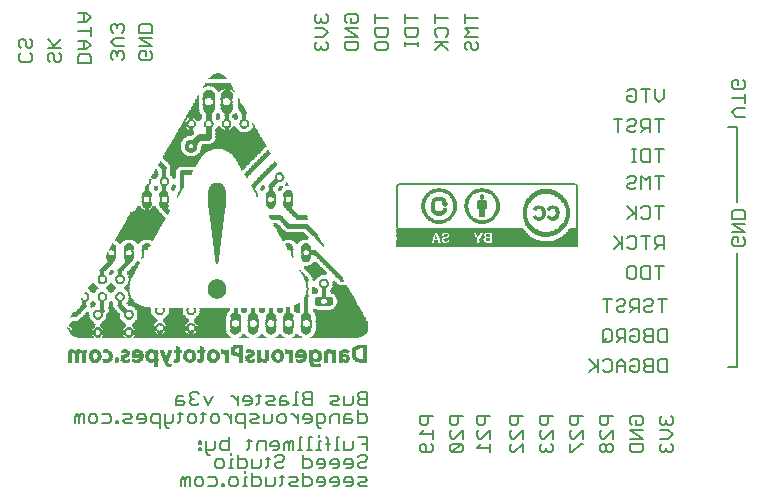
<source format=gbo>
G75*
G70*
%OFA0B0*%
%FSLAX24Y24*%
%IPPOS*%
%LPD*%
%AMOC8*
5,1,8,0,0,1.08239X$1,22.5*
%
%ADD10C,0.0060*%
%ADD11C,0.0080*%
%ADD12R,0.0290X0.0010*%
%ADD13R,0.0120X0.0010*%
%ADD14R,0.0140X0.0010*%
%ADD15R,0.0310X0.0010*%
%ADD16R,0.0130X0.0010*%
%ADD17R,0.0320X0.0010*%
%ADD18R,0.0330X0.0010*%
%ADD19R,0.0160X0.0010*%
%ADD20R,0.0340X0.0010*%
%ADD21R,0.0170X0.0010*%
%ADD22R,0.0180X0.0010*%
%ADD23R,0.0080X0.0010*%
%ADD24R,0.0030X0.0010*%
%ADD25R,0.0200X0.0010*%
%ADD26R,0.0040X0.0010*%
%ADD27R,0.0020X0.0010*%
%ADD28R,0.0150X0.0010*%
%ADD29R,0.0090X0.0010*%
%ADD30R,0.0100X0.0010*%
%ADD31R,0.0110X0.0010*%
%ADD32R,0.0060X0.0010*%
%ADD33R,0.0270X0.0010*%
%ADD34R,0.0250X0.0010*%
%ADD35R,0.0230X0.0010*%
%ADD36R,0.0210X0.0010*%
%ADD37R,0.0240X0.0010*%
%ADD38R,0.0220X0.0010*%
%ADD39R,0.0190X0.0010*%
%ADD40R,0.0260X0.0010*%
%ADD41R,0.0280X0.0010*%
%ADD42R,0.0370X0.0010*%
%ADD43R,0.0300X0.0010*%
%ADD44R,0.0360X0.0010*%
%ADD45R,0.0390X0.0010*%
%ADD46R,0.0350X0.0010*%
%ADD47R,0.0400X0.0010*%
%ADD48R,0.0380X0.0010*%
%ADD49R,0.0410X0.0010*%
%ADD50R,0.0420X0.0010*%
%ADD51R,0.0430X0.0010*%
%ADD52R,0.0070X0.0010*%
%ADD53R,0.0050X0.0010*%
%ADD54R,0.0010X0.0010*%
%ADD55R,0.0620X0.0010*%
%ADD56R,0.0610X0.0010*%
%ADD57R,0.0600X0.0010*%
%ADD58R,0.0450X0.0010*%
%ADD59R,0.0440X0.0010*%
%ADD60R,0.1520X0.0010*%
%ADD61R,0.3290X0.0010*%
%ADD62R,0.0770X0.0010*%
%ADD63R,0.0470X0.0010*%
%ADD64R,0.1590X0.0010*%
%ADD65R,0.3240X0.0010*%
%ADD66R,0.0740X0.0010*%
%ADD67R,0.0560X0.0010*%
%ADD68R,0.1600X0.0010*%
%ADD69R,0.3210X0.0010*%
%ADD70R,0.0720X0.0010*%
%ADD71R,0.0580X0.0010*%
%ADD72R,0.1620X0.0010*%
%ADD73R,0.3190X0.0010*%
%ADD74R,0.0700X0.0010*%
%ADD75R,0.1630X0.0010*%
%ADD76R,0.3170X0.0010*%
%ADD77R,0.0690X0.0010*%
%ADD78R,0.1650X0.0010*%
%ADD79R,0.3160X0.0010*%
%ADD80R,0.0680X0.0010*%
%ADD81R,0.0630X0.0010*%
%ADD82R,0.1670X0.0010*%
%ADD83R,0.3150X0.0010*%
%ADD84R,0.0660X0.0010*%
%ADD85R,0.0650X0.0010*%
%ADD86R,0.1680X0.0010*%
%ADD87R,0.3120X0.0010*%
%ADD88R,0.1690X0.0010*%
%ADD89R,0.3110X0.0010*%
%ADD90R,0.3100X0.0010*%
%ADD91R,0.3220X0.0010*%
%ADD92R,0.0900X0.0010*%
%ADD93R,0.0830X0.0010*%
%ADD94R,0.1700X0.0010*%
%ADD95R,0.1110X0.0010*%
%ADD96R,0.0840X0.0010*%
%ADD97R,0.0860X0.0010*%
%ADD98R,0.0880X0.0010*%
%ADD99R,0.1100X0.0010*%
%ADD100R,0.0820X0.0010*%
%ADD101R,0.0850X0.0010*%
%ADD102R,0.1080X0.0010*%
%ADD103R,0.0800X0.0010*%
%ADD104R,0.1710X0.0010*%
%ADD105R,0.0790X0.0010*%
%ADD106R,0.1720X0.0010*%
%ADD107R,0.1060X0.0010*%
%ADD108R,0.0810X0.0010*%
%ADD109R,0.1030X0.0010*%
%ADD110R,0.0750X0.0010*%
%ADD111R,0.1730X0.0010*%
%ADD112R,0.1020X0.0010*%
%ADD113R,0.0730X0.0010*%
%ADD114R,0.1010X0.0010*%
%ADD115R,0.0710X0.0010*%
%ADD116R,0.0780X0.0010*%
%ADD117R,0.1000X0.0010*%
%ADD118R,0.0990X0.0010*%
%ADD119R,0.0670X0.0010*%
%ADD120R,0.0760X0.0010*%
%ADD121R,0.0980X0.0010*%
%ADD122R,0.0960X0.0010*%
%ADD123R,0.0870X0.0010*%
%ADD124R,0.0950X0.0010*%
%ADD125R,0.0890X0.0010*%
%ADD126R,0.1090X0.0010*%
%ADD127R,0.1070X0.0010*%
%ADD128R,0.0640X0.0010*%
%ADD129R,0.0970X0.0010*%
%ADD130R,0.1040X0.0010*%
%ADD131R,0.1050X0.0010*%
%ADD132R,0.0590X0.0010*%
%ADD133R,0.0570X0.0010*%
%ADD134R,0.0550X0.0010*%
%ADD135R,0.0530X0.0010*%
%ADD136R,0.0510X0.0010*%
%ADD137R,0.1660X0.0010*%
%ADD138R,0.0480X0.0010*%
%ADD139R,0.0460X0.0010*%
%ADD140R,0.1640X0.0010*%
%ADD141R,0.0520X0.0010*%
%ADD142R,0.0940X0.0010*%
%ADD143R,0.0930X0.0010*%
%ADD144R,0.0540X0.0010*%
%ADD145R,0.0500X0.0010*%
%ADD146R,0.1610X0.0010*%
%ADD147R,0.0490X0.0010*%
%ADD148R,0.0920X0.0010*%
%ADD149R,0.0910X0.0010*%
%ADD150R,0.1270X0.0010*%
%ADD151R,0.1260X0.0010*%
%ADD152R,0.1250X0.0010*%
%ADD153R,0.1240X0.0010*%
%ADD154R,0.1220X0.0010*%
%ADD155R,0.1200X0.0010*%
%ADD156R,0.1190X0.0010*%
%ADD157R,0.1170X0.0010*%
%ADD158R,0.1160X0.0010*%
%ADD159R,0.1150X0.0010*%
%ADD160R,0.1130X0.0010*%
%ADD161R,0.1120X0.0010*%
%ADD162R,0.1180X0.0010*%
%ADD163R,0.1230X0.0010*%
%ADD164R,0.1280X0.0010*%
%ADD165R,0.1290X0.0010*%
%ADD166R,0.1210X0.0010*%
%ADD167R,0.1300X0.0010*%
%ADD168R,0.1350X0.0010*%
%ADD169R,0.1390X0.0010*%
%ADD170R,0.1440X0.0010*%
%ADD171R,0.2100X0.0010*%
%ADD172R,0.2110X0.0010*%
%ADD173R,0.2120X0.0010*%
%ADD174R,0.2130X0.0010*%
%ADD175R,0.2140X0.0010*%
%ADD176R,0.2150X0.0010*%
%ADD177R,0.2160X0.0010*%
%ADD178R,0.2170X0.0010*%
%ADD179R,0.2090X0.0010*%
%ADD180R,0.1840X0.0010*%
%ADD181R,0.1810X0.0010*%
%ADD182R,0.1790X0.0010*%
%ADD183R,0.1750X0.0010*%
%ADD184R,0.1570X0.0010*%
%ADD185R,0.1560X0.0010*%
%ADD186R,0.1550X0.0010*%
%ADD187R,0.1540X0.0010*%
%ADD188R,0.1530X0.0010*%
%ADD189R,0.1510X0.0010*%
%ADD190R,0.1500X0.0010*%
%ADD191R,0.1490X0.0010*%
%ADD192R,0.1480X0.0010*%
%ADD193R,0.1470X0.0010*%
%ADD194R,0.1460X0.0010*%
%ADD195R,0.1450X0.0010*%
%ADD196R,0.1430X0.0010*%
%ADD197R,0.6015X0.0015*%
%ADD198R,0.6045X0.0015*%
%ADD199R,0.4395X0.0015*%
%ADD200R,0.1620X0.0015*%
%ADD201R,0.2865X0.0015*%
%ADD202R,0.0210X0.0015*%
%ADD203R,0.0975X0.0015*%
%ADD204R,0.0075X0.0015*%
%ADD205R,0.0165X0.0015*%
%ADD206R,0.1170X0.0015*%
%ADD207R,0.0180X0.0015*%
%ADD208R,0.0945X0.0015*%
%ADD209R,0.0045X0.0015*%
%ADD210R,0.1035X0.0015*%
%ADD211R,0.1785X0.0015*%
%ADD212R,0.0930X0.0015*%
%ADD213R,0.0150X0.0015*%
%ADD214R,0.0885X0.0015*%
%ADD215R,0.1650X0.0015*%
%ADD216R,0.0060X0.0015*%
%ADD217R,0.0030X0.0015*%
%ADD218R,0.0135X0.0015*%
%ADD219R,0.1185X0.0015*%
%ADD220R,0.0810X0.0015*%
%ADD221R,0.1575X0.0015*%
%ADD222R,0.0120X0.0015*%
%ADD223R,0.0915X0.0015*%
%ADD224R,0.0765X0.0015*%
%ADD225R,0.1530X0.0015*%
%ADD226R,0.1200X0.0015*%
%ADD227R,0.0735X0.0015*%
%ADD228R,0.1485X0.0015*%
%ADD229R,0.0690X0.0015*%
%ADD230R,0.1455X0.0015*%
%ADD231R,0.1110X0.0015*%
%ADD232R,0.0660X0.0015*%
%ADD233R,0.1425X0.0015*%
%ADD234R,0.1080X0.0015*%
%ADD235R,0.1215X0.0015*%
%ADD236R,0.0630X0.0015*%
%ADD237R,0.1395X0.0015*%
%ADD238R,0.0090X0.0015*%
%ADD239R,0.1020X0.0015*%
%ADD240R,0.0600X0.0015*%
%ADD241R,0.1365X0.0015*%
%ADD242R,0.0960X0.0015*%
%ADD243R,0.0585X0.0015*%
%ADD244R,0.1335X0.0015*%
%ADD245R,0.1230X0.0015*%
%ADD246R,0.0555X0.0015*%
%ADD247R,0.1320X0.0015*%
%ADD248R,0.0540X0.0015*%
%ADD249R,0.1290X0.0015*%
%ADD250R,0.0885X0.0015*%
%ADD251R,0.0225X0.0015*%
%ADD252R,0.1245X0.0015*%
%ADD253R,0.0510X0.0015*%
%ADD254R,0.0300X0.0015*%
%ADD255R,0.1275X0.0015*%
%ADD256R,0.0105X0.0015*%
%ADD257R,0.0270X0.0015*%
%ADD258R,0.0015X0.0015*%
%ADD259R,0.0495X0.0015*%
%ADD260R,0.0435X0.0015*%
%ADD261R,0.1260X0.0015*%
%ADD262R,0.0855X0.0015*%
%ADD263R,0.0480X0.0015*%
%ADD264R,0.0525X0.0015*%
%ADD265R,0.0465X0.0015*%
%ADD266R,0.0600X0.0015*%
%ADD267R,0.0450X0.0015*%
%ADD268R,0.0675X0.0015*%
%ADD269R,0.0840X0.0015*%
%ADD270R,0.0420X0.0015*%
%ADD271R,0.0735X0.0015*%
%ADD272R,0.0405X0.0015*%
%ADD273R,0.0780X0.0015*%
%ADD274R,0.0825X0.0015*%
%ADD275R,0.1155X0.0015*%
%ADD276R,0.0195X0.0015*%
%ADD277R,0.0390X0.0015*%
%ADD278R,0.2670X0.0015*%
%ADD279R,0.0375X0.0015*%
%ADD280R,0.4320X0.0015*%
%ADD281R,0.0360X0.0015*%
%ADD282R,0.0330X0.0015*%
%ADD283R,0.4305X0.0015*%
%ADD284R,0.0345X0.0015*%
%ADD285R,0.4290X0.0015*%
%ADD286R,0.0330X0.0015*%
%ADD287R,0.4275X0.0015*%
%ADD288R,0.0255X0.0015*%
%ADD289R,0.4260X0.0015*%
%ADD290R,0.0315X0.0015*%
%ADD291R,0.0240X0.0015*%
%ADD292R,0.0300X0.0015*%
%ADD293R,0.4245X0.0015*%
%ADD294R,0.0285X0.0015*%
%ADD295R,0.4230X0.0015*%
%ADD296R,0.0270X0.0015*%
%ADD297R,0.4215X0.0015*%
%ADD298R,0.0060X0.0015*%
%ADD299R,0.0360X0.0015*%
%ADD300R,0.0450X0.0015*%
%ADD301R,0.0510X0.0015*%
%ADD302R,0.0570X0.0015*%
%ADD303R,0.0555X0.0015*%
%ADD304R,0.0615X0.0015*%
%ADD305R,0.0660X0.0015*%
%ADD306R,0.0345X0.0015*%
%ADD307R,0.0390X0.0015*%
%ADD308R,0.0315X0.0015*%
%ADD309R,0.0420X0.0015*%
%ADD310R,0.0465X0.0015*%
%ADD311R,0.0375X0.0015*%
%ADD312R,0.0285X0.0015*%
%ADD313R,0.0405X0.0015*%
%ADD314R,0.0870X0.0015*%
%ADD315R,0.0720X0.0015*%
%ADD316R,0.0645X0.0015*%
%ADD317R,0.0585X0.0015*%
%ADD318R,0.0495X0.0015*%
%ADD319R,0.0540X0.0015*%
%ADD320R,0.0480X0.0015*%
%ADD321R,0.6015X0.0015*%
%ADD322R,0.5985X0.0015*%
%ADD323R,0.5955X0.0015*%
%ADD324R,0.5895X0.0015*%
D10*
X005193Y002832D02*
X005193Y003052D01*
X005266Y003125D01*
X005340Y003052D01*
X005340Y002832D01*
X005486Y002832D02*
X005486Y003125D01*
X005413Y003125D01*
X005340Y003052D01*
X005653Y003052D02*
X005653Y002905D01*
X005727Y002832D01*
X005873Y002832D01*
X005947Y002905D01*
X005947Y003052D01*
X005873Y003125D01*
X005727Y003125D01*
X005653Y003052D01*
X006113Y003125D02*
X006334Y003125D01*
X006407Y003052D01*
X006407Y002905D01*
X006334Y002832D01*
X006113Y002832D01*
X006564Y002832D02*
X006637Y002832D01*
X006637Y002905D01*
X006564Y002905D01*
X006564Y002832D01*
X006804Y002905D02*
X006877Y002978D01*
X007024Y002978D01*
X007098Y003052D01*
X007024Y003125D01*
X006804Y003125D01*
X006804Y002905D02*
X006877Y002832D01*
X007098Y002832D01*
X007264Y002978D02*
X007558Y002978D01*
X007558Y002905D02*
X007558Y003052D01*
X007485Y003125D01*
X007338Y003125D01*
X007264Y003052D01*
X007264Y002978D01*
X007338Y002832D02*
X007485Y002832D01*
X007558Y002905D01*
X007725Y002905D02*
X007725Y003052D01*
X007798Y003125D01*
X008018Y003125D01*
X008018Y002685D01*
X008018Y002832D02*
X007798Y002832D01*
X007725Y002905D01*
X008185Y002832D02*
X008405Y002832D01*
X008479Y002905D01*
X008479Y003125D01*
X008639Y003125D02*
X008786Y003125D01*
X008712Y003199D02*
X008712Y002905D01*
X008639Y002832D01*
X008952Y002905D02*
X008952Y003052D01*
X009026Y003125D01*
X009172Y003125D01*
X009246Y003052D01*
X009246Y002905D01*
X009172Y002832D01*
X009026Y002832D01*
X008952Y002905D01*
X009406Y002832D02*
X009479Y002905D01*
X009479Y003199D01*
X009406Y003125D02*
X009553Y003125D01*
X009720Y003052D02*
X009720Y002905D01*
X009793Y002832D01*
X009940Y002832D01*
X010013Y002905D01*
X010013Y003052D01*
X009940Y003125D01*
X009793Y003125D01*
X009720Y003052D01*
X009636Y003432D02*
X009489Y003725D01*
X009323Y003799D02*
X009249Y003872D01*
X009102Y003872D01*
X009029Y003799D01*
X009029Y003725D01*
X009102Y003652D01*
X009029Y003578D01*
X009029Y003505D01*
X009102Y003432D01*
X009249Y003432D01*
X009323Y003505D01*
X009176Y003652D02*
X009102Y003652D01*
X008862Y003505D02*
X008789Y003578D01*
X008569Y003578D01*
X008569Y003652D02*
X008569Y003432D01*
X008789Y003432D01*
X008862Y003505D01*
X008642Y003725D02*
X008569Y003652D01*
X008642Y003725D02*
X008789Y003725D01*
X009636Y003432D02*
X009783Y003725D01*
X010407Y003725D02*
X010480Y003725D01*
X010627Y003578D01*
X010627Y003432D02*
X010627Y003725D01*
X010794Y003652D02*
X010794Y003578D01*
X011087Y003578D01*
X011087Y003505D02*
X011087Y003652D01*
X011014Y003725D01*
X010867Y003725D01*
X010794Y003652D01*
X010867Y003432D02*
X011014Y003432D01*
X011087Y003505D01*
X011247Y003432D02*
X011321Y003505D01*
X011321Y003799D01*
X011394Y003725D02*
X011247Y003725D01*
X011561Y003725D02*
X011781Y003725D01*
X011855Y003652D01*
X011781Y003578D01*
X011634Y003578D01*
X011561Y003505D01*
X011634Y003432D01*
X011855Y003432D01*
X012021Y003432D02*
X012241Y003432D01*
X012315Y003505D01*
X012241Y003578D01*
X012021Y003578D01*
X012021Y003652D02*
X012021Y003432D01*
X012021Y003652D02*
X012095Y003725D01*
X012241Y003725D01*
X012548Y003872D02*
X012548Y003432D01*
X012475Y003432D02*
X012622Y003432D01*
X012789Y003505D02*
X012789Y003578D01*
X012862Y003652D01*
X013082Y003652D01*
X013082Y003872D02*
X012862Y003872D01*
X012789Y003799D01*
X012789Y003725D01*
X012862Y003652D01*
X012789Y003505D02*
X012862Y003432D01*
X013082Y003432D01*
X013082Y003872D01*
X012622Y003872D02*
X012548Y003872D01*
X012475Y003125D02*
X012402Y003125D01*
X012475Y003125D02*
X012622Y002978D01*
X012622Y002832D02*
X012622Y003125D01*
X012789Y003052D02*
X012789Y002978D01*
X013082Y002978D01*
X013082Y002905D02*
X013082Y003052D01*
X013009Y003125D01*
X012862Y003125D01*
X012789Y003052D01*
X012862Y002832D02*
X013009Y002832D01*
X013082Y002905D01*
X013249Y002832D02*
X013469Y002832D01*
X013542Y002905D01*
X013542Y003052D01*
X013469Y003125D01*
X013249Y003125D01*
X013249Y002758D01*
X013322Y002685D01*
X013396Y002685D01*
X013316Y002445D02*
X013316Y002372D01*
X013316Y002225D02*
X013316Y001932D01*
X013389Y001932D02*
X013242Y001932D01*
X013082Y001932D02*
X012935Y001932D01*
X013009Y001932D02*
X013009Y002372D01*
X013082Y002372D01*
X013316Y002225D02*
X013389Y002225D01*
X013549Y002152D02*
X013696Y002152D01*
X013623Y002299D02*
X013623Y001932D01*
X013856Y001932D02*
X014003Y001932D01*
X013929Y001932D02*
X013929Y002372D01*
X014003Y002372D01*
X014170Y002225D02*
X014170Y001932D01*
X014390Y001932D01*
X014463Y002005D01*
X014463Y002225D01*
X014630Y002372D02*
X014924Y002372D01*
X014924Y001932D01*
X014850Y001772D02*
X014924Y001699D01*
X014924Y001625D01*
X014850Y001552D01*
X014703Y001552D01*
X014630Y001478D01*
X014630Y001405D01*
X014703Y001332D01*
X014850Y001332D01*
X014924Y001405D01*
X014850Y001772D02*
X014703Y001772D01*
X014630Y001699D01*
X014463Y001552D02*
X014390Y001625D01*
X014243Y001625D01*
X014170Y001552D01*
X014170Y001478D01*
X014463Y001478D01*
X014463Y001405D02*
X014463Y001552D01*
X014463Y001405D02*
X014390Y001332D01*
X014243Y001332D01*
X014003Y001405D02*
X014003Y001552D01*
X013929Y001625D01*
X013783Y001625D01*
X013709Y001552D01*
X013709Y001478D01*
X014003Y001478D01*
X014003Y001405D02*
X013929Y001332D01*
X013783Y001332D01*
X013542Y001405D02*
X013542Y001552D01*
X013469Y001625D01*
X013322Y001625D01*
X013249Y001552D01*
X013249Y001478D01*
X013542Y001478D01*
X013542Y001405D02*
X013469Y001332D01*
X013322Y001332D01*
X013082Y001405D02*
X013082Y001552D01*
X013009Y001625D01*
X012789Y001625D01*
X012789Y001772D02*
X012789Y001332D01*
X013009Y001332D01*
X013082Y001405D01*
X012789Y001172D02*
X012789Y000732D01*
X013009Y000732D01*
X013082Y000805D01*
X013082Y000952D01*
X013009Y001025D01*
X012789Y001025D01*
X012622Y000952D02*
X012548Y000878D01*
X012402Y000878D01*
X012328Y000805D01*
X012402Y000732D01*
X012622Y000732D01*
X012088Y000805D02*
X012015Y000732D01*
X012088Y000805D02*
X012088Y001099D01*
X012161Y001025D02*
X012015Y001025D01*
X011855Y001025D02*
X011855Y000805D01*
X011781Y000732D01*
X011561Y000732D01*
X011561Y001025D01*
X011394Y000952D02*
X011394Y000805D01*
X011321Y000732D01*
X011101Y000732D01*
X011101Y001172D01*
X011101Y001025D02*
X011321Y001025D01*
X011394Y000952D01*
X011321Y001332D02*
X011101Y001332D01*
X011101Y001625D01*
X010934Y001552D02*
X010934Y001405D01*
X010860Y001332D01*
X010640Y001332D01*
X010640Y001772D01*
X010640Y001625D02*
X010860Y001625D01*
X010934Y001552D01*
X010473Y001625D02*
X010400Y001625D01*
X010400Y001332D01*
X010473Y001332D02*
X010327Y001332D01*
X010167Y001405D02*
X010093Y001332D01*
X009946Y001332D01*
X009873Y001405D01*
X009873Y001552D01*
X009946Y001625D01*
X010093Y001625D01*
X010167Y001552D01*
X010167Y001405D01*
X010400Y001772D02*
X010400Y001845D01*
X010320Y001932D02*
X010100Y001932D01*
X010026Y002005D01*
X010026Y002152D01*
X010100Y002225D01*
X010320Y002225D01*
X010320Y002372D02*
X010320Y001932D01*
X009860Y002005D02*
X009860Y002225D01*
X009860Y002005D02*
X009786Y001932D01*
X009566Y001932D01*
X009566Y001858D02*
X009640Y001785D01*
X009713Y001785D01*
X009566Y001858D02*
X009566Y002225D01*
X009399Y002225D02*
X009399Y002152D01*
X009326Y002152D01*
X009326Y002225D01*
X009399Y002225D01*
X009399Y002005D02*
X009399Y001932D01*
X009326Y001932D01*
X009326Y002005D01*
X009399Y002005D01*
X008332Y002685D02*
X008258Y002685D01*
X008185Y002758D01*
X008185Y003125D01*
X010177Y003125D02*
X010250Y003125D01*
X010397Y002978D01*
X010397Y002832D02*
X010397Y003125D01*
X010564Y003052D02*
X010564Y002905D01*
X010637Y002832D01*
X010857Y002832D01*
X010857Y002685D02*
X010857Y003125D01*
X010637Y003125D01*
X010564Y003052D01*
X011024Y003125D02*
X011244Y003125D01*
X011317Y003052D01*
X011244Y002978D01*
X011097Y002978D01*
X011024Y002905D01*
X011097Y002832D01*
X011317Y002832D01*
X011484Y002832D02*
X011484Y003125D01*
X011484Y002832D02*
X011704Y002832D01*
X011778Y002905D01*
X011778Y003125D01*
X011945Y003052D02*
X011945Y002905D01*
X012018Y002832D01*
X012165Y002832D01*
X012238Y002905D01*
X012238Y003052D01*
X012165Y003125D01*
X012018Y003125D01*
X011945Y003052D01*
X012702Y002372D02*
X012702Y001932D01*
X012775Y001932D02*
X012629Y001932D01*
X012468Y001932D02*
X012468Y002225D01*
X012395Y002225D01*
X012322Y002152D01*
X012248Y002225D01*
X012175Y002152D01*
X012175Y001932D01*
X012322Y001932D02*
X012322Y002152D01*
X012008Y002152D02*
X012008Y002005D01*
X011935Y001932D01*
X011788Y001932D01*
X011714Y002078D02*
X012008Y002078D01*
X012008Y002152D02*
X011935Y002225D01*
X011788Y002225D01*
X011714Y002152D01*
X011714Y002078D01*
X011548Y001932D02*
X011548Y002225D01*
X011328Y002225D01*
X011254Y002152D01*
X011254Y001932D01*
X011014Y002005D02*
X010941Y001932D01*
X011014Y002005D02*
X011014Y002299D01*
X011087Y002225D02*
X010941Y002225D01*
X011394Y001625D02*
X011394Y001405D01*
X011321Y001332D01*
X011554Y001332D02*
X011628Y001405D01*
X011628Y001699D01*
X011701Y001625D02*
X011554Y001625D01*
X011868Y001699D02*
X011941Y001772D01*
X012088Y001772D01*
X012161Y001699D01*
X012161Y001625D01*
X012088Y001552D01*
X011941Y001552D01*
X011868Y001478D01*
X011868Y001405D01*
X011941Y001332D01*
X012088Y001332D01*
X012161Y001405D01*
X012328Y001025D02*
X012548Y001025D01*
X012622Y000952D01*
X013249Y000952D02*
X013249Y000878D01*
X013542Y000878D01*
X013542Y000805D02*
X013542Y000952D01*
X013469Y001025D01*
X013322Y001025D01*
X013249Y000952D01*
X013469Y000732D02*
X013542Y000805D01*
X013469Y000732D02*
X013322Y000732D01*
X013709Y000878D02*
X014003Y000878D01*
X014003Y000805D02*
X014003Y000952D01*
X013929Y001025D01*
X013783Y001025D01*
X013709Y000952D01*
X013709Y000878D01*
X013783Y000732D02*
X013929Y000732D01*
X014003Y000805D01*
X014170Y000878D02*
X014170Y000952D01*
X014243Y001025D01*
X014390Y001025D01*
X014463Y000952D01*
X014463Y000805D01*
X014390Y000732D01*
X014243Y000732D01*
X014170Y000878D02*
X014463Y000878D01*
X014630Y000805D02*
X014703Y000732D01*
X014924Y000732D01*
X014850Y000878D02*
X014924Y000952D01*
X014850Y001025D01*
X014630Y001025D01*
X014703Y000878D02*
X014850Y000878D01*
X014703Y000878D02*
X014630Y000805D01*
X014777Y002152D02*
X014924Y002152D01*
X014850Y002832D02*
X014924Y002905D01*
X014924Y003052D01*
X014850Y003125D01*
X014630Y003125D01*
X014630Y003272D02*
X014630Y002832D01*
X014850Y002832D01*
X014463Y002905D02*
X014390Y002978D01*
X014170Y002978D01*
X014170Y003052D02*
X014170Y002832D01*
X014390Y002832D01*
X014463Y002905D01*
X014390Y003125D02*
X014243Y003125D01*
X014170Y003052D01*
X014003Y003125D02*
X014003Y002832D01*
X014003Y003125D02*
X013783Y003125D01*
X013709Y003052D01*
X013709Y002832D01*
X013549Y002372D02*
X013623Y002299D01*
X012775Y002372D02*
X012702Y002372D01*
X013783Y003432D02*
X013709Y003505D01*
X013783Y003578D01*
X013929Y003578D01*
X014003Y003652D01*
X013929Y003725D01*
X013709Y003725D01*
X013783Y003432D02*
X014003Y003432D01*
X014170Y003432D02*
X014170Y003725D01*
X014463Y003725D02*
X014463Y003505D01*
X014390Y003432D01*
X014170Y003432D01*
X014630Y003505D02*
X014703Y003432D01*
X014924Y003432D01*
X014924Y003872D01*
X014703Y003872D01*
X014630Y003799D01*
X014630Y003725D01*
X014703Y003652D01*
X014924Y003652D01*
X014703Y003652D02*
X014630Y003578D01*
X014630Y003505D01*
X016683Y003072D02*
X016683Y002851D01*
X016757Y002778D01*
X016903Y002778D01*
X016977Y002851D01*
X016977Y003072D01*
X017124Y003072D02*
X016683Y003072D01*
X016830Y002611D02*
X016683Y002464D01*
X017124Y002464D01*
X017124Y002318D02*
X017124Y002611D01*
X017683Y002538D02*
X017683Y002391D01*
X017757Y002318D01*
X017830Y002318D01*
X018124Y002611D01*
X018124Y002318D01*
X018050Y002151D02*
X017757Y002151D01*
X017683Y002077D01*
X017683Y001931D01*
X017757Y001857D01*
X018050Y002151D01*
X018124Y002077D01*
X018124Y001931D01*
X018050Y001857D01*
X017757Y001857D01*
X017124Y001931D02*
X017050Y001857D01*
X016757Y001857D01*
X016683Y001931D01*
X016683Y002077D01*
X016757Y002151D01*
X016830Y002151D01*
X016903Y002077D01*
X016903Y001857D01*
X017124Y001931D02*
X017124Y002077D01*
X017050Y002151D01*
X017683Y002538D02*
X017757Y002611D01*
X017757Y002778D02*
X017903Y002778D01*
X017977Y002851D01*
X017977Y003072D01*
X018124Y003072D02*
X017683Y003072D01*
X017683Y002851D01*
X017757Y002778D01*
X018583Y002851D02*
X018657Y002778D01*
X018803Y002778D01*
X018877Y002851D01*
X018877Y003072D01*
X019024Y003072D02*
X018583Y003072D01*
X018583Y002851D01*
X018657Y002611D02*
X018583Y002538D01*
X018583Y002391D01*
X018657Y002318D01*
X018730Y002318D01*
X019024Y002611D01*
X019024Y002318D01*
X019024Y002151D02*
X019024Y001857D01*
X019024Y002004D02*
X018583Y002004D01*
X018730Y002151D01*
X019683Y002077D02*
X019683Y001931D01*
X019757Y001857D01*
X019830Y001857D01*
X020124Y002151D01*
X020124Y001857D01*
X019757Y002151D02*
X019683Y002077D01*
X019757Y002318D02*
X019683Y002391D01*
X019683Y002538D01*
X019757Y002611D01*
X019757Y002778D02*
X019903Y002778D01*
X019977Y002851D01*
X019977Y003072D01*
X020124Y003072D02*
X019683Y003072D01*
X019683Y002851D01*
X019757Y002778D01*
X020124Y002611D02*
X019830Y002318D01*
X019757Y002318D01*
X020124Y002318D02*
X020124Y002611D01*
X020683Y002538D02*
X020683Y002391D01*
X020757Y002318D01*
X020830Y002318D01*
X021124Y002611D01*
X021124Y002318D01*
X021050Y002151D02*
X021124Y002077D01*
X021124Y001931D01*
X021050Y001857D01*
X020977Y001857D01*
X020903Y001931D01*
X020903Y002004D01*
X020903Y001931D02*
X020830Y001857D01*
X020757Y001857D01*
X020683Y001931D01*
X020683Y002077D01*
X020757Y002151D01*
X020683Y002538D02*
X020757Y002611D01*
X020757Y002778D02*
X020903Y002778D01*
X020977Y002851D01*
X020977Y003072D01*
X021124Y003072D02*
X020683Y003072D01*
X020683Y002851D01*
X020757Y002778D01*
X021683Y002851D02*
X021757Y002778D01*
X021903Y002778D01*
X021977Y002851D01*
X021977Y003072D01*
X022124Y003072D02*
X021683Y003072D01*
X021683Y002851D01*
X021757Y002611D02*
X021683Y002538D01*
X021683Y002391D01*
X021757Y002318D01*
X021830Y002318D01*
X022124Y002611D01*
X022124Y002318D01*
X022124Y002151D02*
X022050Y002151D01*
X021757Y001857D01*
X021683Y001857D01*
X021683Y002151D01*
X022683Y002077D02*
X022683Y001931D01*
X022757Y001857D01*
X022830Y001857D01*
X022903Y001931D01*
X022903Y002077D01*
X022830Y002151D01*
X022757Y002151D01*
X022683Y002077D01*
X022903Y002077D02*
X022977Y002151D01*
X023050Y002151D01*
X023124Y002077D01*
X023124Y001931D01*
X023050Y001857D01*
X022977Y001857D01*
X022903Y001931D01*
X022830Y002318D02*
X022757Y002318D01*
X022683Y002391D01*
X022683Y002538D01*
X022757Y002611D01*
X022757Y002778D02*
X022903Y002778D01*
X022977Y002851D01*
X022977Y003072D01*
X023124Y003072D02*
X022683Y003072D01*
X022683Y002851D01*
X022757Y002778D01*
X023124Y002611D02*
X022830Y002318D01*
X023124Y002318D02*
X023124Y002611D01*
X023683Y002611D02*
X024124Y002318D01*
X023683Y002318D01*
X023683Y002151D02*
X023683Y001931D01*
X023757Y001857D01*
X024050Y001857D01*
X024124Y001931D01*
X024124Y002151D01*
X023683Y002151D01*
X023683Y002611D02*
X024124Y002611D01*
X024050Y002778D02*
X023903Y002778D01*
X023903Y002925D01*
X023757Y003072D02*
X024050Y003072D01*
X024124Y002998D01*
X024124Y002851D01*
X024050Y002778D01*
X023757Y002778D02*
X023683Y002851D01*
X023683Y002998D01*
X023757Y003072D01*
X024683Y002998D02*
X024683Y002851D01*
X024757Y002778D01*
X024830Y002778D01*
X024903Y002851D01*
X024977Y002778D01*
X025050Y002778D01*
X025124Y002851D01*
X025124Y002998D01*
X025050Y003072D01*
X024903Y002925D02*
X024903Y002851D01*
X024977Y002611D02*
X024683Y002611D01*
X024977Y002611D02*
X025124Y002464D01*
X024977Y002318D01*
X024683Y002318D01*
X024757Y002151D02*
X024683Y002077D01*
X024683Y001931D01*
X024757Y001857D01*
X024830Y001857D01*
X024903Y001931D01*
X024977Y001857D01*
X025050Y001857D01*
X025124Y001931D01*
X025124Y002077D01*
X025050Y002151D01*
X024903Y002004D02*
X024903Y001931D01*
X024683Y002998D02*
X024757Y003072D01*
X024703Y004532D02*
X024630Y004605D01*
X024630Y004899D01*
X024703Y004972D01*
X024924Y004972D01*
X024924Y004532D01*
X024703Y004532D01*
X024463Y004532D02*
X024243Y004532D01*
X024170Y004605D01*
X024170Y004678D01*
X024243Y004752D01*
X024463Y004752D01*
X024463Y004972D02*
X024243Y004972D01*
X024170Y004899D01*
X024170Y004825D01*
X024243Y004752D01*
X024003Y004899D02*
X024003Y004605D01*
X023929Y004532D01*
X023783Y004532D01*
X023709Y004605D01*
X023709Y004752D01*
X023856Y004752D01*
X023709Y004899D02*
X023783Y004972D01*
X023929Y004972D01*
X024003Y004899D01*
X024463Y004972D02*
X024463Y004532D01*
X023542Y004532D02*
X023542Y004825D01*
X023396Y004972D01*
X023249Y004825D01*
X023249Y004532D01*
X023082Y004605D02*
X023009Y004532D01*
X022862Y004532D01*
X022789Y004605D01*
X022622Y004678D02*
X022328Y004972D01*
X022622Y004972D02*
X022622Y004532D01*
X022548Y004752D02*
X022328Y004532D01*
X022789Y004899D02*
X022862Y004972D01*
X023009Y004972D01*
X023082Y004899D01*
X023082Y004605D01*
X023249Y004752D02*
X023542Y004752D01*
X023542Y005532D02*
X023542Y005972D01*
X023322Y005972D01*
X023249Y005899D01*
X023249Y005752D01*
X023322Y005678D01*
X023542Y005678D01*
X023396Y005678D02*
X023249Y005532D01*
X023082Y005605D02*
X023009Y005532D01*
X022862Y005532D01*
X022789Y005605D01*
X022789Y005899D01*
X022862Y005972D01*
X023009Y005972D01*
X023082Y005899D01*
X023082Y005605D01*
X022935Y005678D02*
X022789Y005532D01*
X023709Y005605D02*
X023783Y005532D01*
X023929Y005532D01*
X024003Y005605D01*
X024003Y005899D01*
X023929Y005972D01*
X023783Y005972D01*
X023709Y005899D01*
X023709Y005752D02*
X023856Y005752D01*
X023709Y005752D02*
X023709Y005605D01*
X024170Y005605D02*
X024243Y005532D01*
X024463Y005532D01*
X024463Y005972D01*
X024243Y005972D01*
X024170Y005899D01*
X024170Y005825D01*
X024243Y005752D01*
X024463Y005752D01*
X024243Y005752D02*
X024170Y005678D01*
X024170Y005605D01*
X024630Y005605D02*
X024703Y005532D01*
X024924Y005532D01*
X024924Y005972D01*
X024703Y005972D01*
X024630Y005899D01*
X024630Y005605D01*
X024777Y006532D02*
X024777Y006972D01*
X024924Y006972D02*
X024630Y006972D01*
X024463Y006899D02*
X024463Y006825D01*
X024390Y006752D01*
X024243Y006752D01*
X024170Y006678D01*
X024170Y006605D01*
X024243Y006532D01*
X024390Y006532D01*
X024463Y006605D01*
X024463Y006899D02*
X024390Y006972D01*
X024243Y006972D01*
X024170Y006899D01*
X024003Y006972D02*
X023783Y006972D01*
X023709Y006899D01*
X023709Y006752D01*
X023783Y006678D01*
X024003Y006678D01*
X024003Y006532D02*
X024003Y006972D01*
X023856Y006678D02*
X023709Y006532D01*
X023542Y006605D02*
X023469Y006532D01*
X023322Y006532D01*
X023249Y006605D01*
X023249Y006678D01*
X023322Y006752D01*
X023469Y006752D01*
X023542Y006825D01*
X023542Y006899D01*
X023469Y006972D01*
X023322Y006972D01*
X023249Y006899D01*
X023082Y006972D02*
X022789Y006972D01*
X022935Y006972D02*
X022935Y006532D01*
X023683Y007632D02*
X023609Y007705D01*
X023609Y007999D01*
X023683Y008072D01*
X023829Y008072D01*
X023903Y007999D01*
X023903Y007705D01*
X023829Y007632D01*
X023683Y007632D01*
X024070Y007705D02*
X024070Y007999D01*
X024143Y008072D01*
X024363Y008072D01*
X024363Y007632D01*
X024143Y007632D01*
X024070Y007705D01*
X024530Y008072D02*
X024824Y008072D01*
X024677Y008072D02*
X024677Y007632D01*
X024824Y008632D02*
X024824Y009072D01*
X024603Y009072D01*
X024530Y008999D01*
X024530Y008852D01*
X024603Y008778D01*
X024824Y008778D01*
X024677Y008778D02*
X024530Y008632D01*
X024216Y008632D02*
X024216Y009072D01*
X024070Y009072D02*
X024363Y009072D01*
X023903Y008999D02*
X023903Y008705D01*
X023829Y008632D01*
X023683Y008632D01*
X023609Y008705D01*
X023442Y008632D02*
X023442Y009072D01*
X023609Y008999D02*
X023683Y009072D01*
X023829Y009072D01*
X023903Y008999D01*
X023442Y008778D02*
X023149Y009072D01*
X023369Y008852D02*
X023149Y008632D01*
X023609Y009632D02*
X023829Y009852D01*
X023903Y009778D02*
X023609Y010072D01*
X023903Y010072D02*
X023903Y009632D01*
X024070Y009705D02*
X024143Y009632D01*
X024290Y009632D01*
X024363Y009705D01*
X024363Y009999D01*
X024290Y010072D01*
X024143Y010072D01*
X024070Y009999D01*
X024530Y010072D02*
X024824Y010072D01*
X024677Y010072D02*
X024677Y009632D01*
X024677Y010632D02*
X024677Y011072D01*
X024824Y011072D02*
X024530Y011072D01*
X024363Y011072D02*
X024216Y010925D01*
X024070Y011072D01*
X024070Y010632D01*
X023903Y010705D02*
X023829Y010632D01*
X023683Y010632D01*
X023609Y010705D01*
X023609Y010778D01*
X023683Y010852D01*
X023829Y010852D01*
X023903Y010925D01*
X023903Y010999D01*
X023829Y011072D01*
X023683Y011072D01*
X023609Y010999D01*
X023756Y011532D02*
X023903Y011532D01*
X023829Y011532D02*
X023829Y011972D01*
X023756Y011972D02*
X023903Y011972D01*
X024070Y011899D02*
X024143Y011972D01*
X024363Y011972D01*
X024363Y011532D01*
X024143Y011532D01*
X024070Y011605D01*
X024070Y011899D01*
X024530Y011972D02*
X024824Y011972D01*
X024677Y011972D02*
X024677Y011532D01*
X024363Y011072D02*
X024363Y010632D01*
X024363Y012532D02*
X024363Y012972D01*
X024143Y012972D01*
X024070Y012899D01*
X024070Y012752D01*
X024143Y012678D01*
X024363Y012678D01*
X024216Y012678D02*
X024070Y012532D01*
X023903Y012605D02*
X023829Y012532D01*
X023683Y012532D01*
X023609Y012605D01*
X023609Y012678D01*
X023683Y012752D01*
X023829Y012752D01*
X023903Y012825D01*
X023903Y012899D01*
X023829Y012972D01*
X023683Y012972D01*
X023609Y012899D01*
X023442Y012972D02*
X023149Y012972D01*
X023296Y012972D02*
X023296Y012532D01*
X023683Y013532D02*
X023609Y013605D01*
X023609Y013752D01*
X023756Y013752D01*
X023609Y013899D02*
X023683Y013972D01*
X023829Y013972D01*
X023903Y013899D01*
X023903Y013605D01*
X023829Y013532D01*
X023683Y013532D01*
X024216Y013532D02*
X024216Y013972D01*
X024070Y013972D02*
X024363Y013972D01*
X024530Y013972D02*
X024530Y013678D01*
X024677Y013532D01*
X024824Y013678D01*
X024824Y013972D01*
X024824Y012972D02*
X024530Y012972D01*
X024677Y012972D02*
X024677Y012532D01*
X027084Y013197D02*
X027230Y013344D01*
X027524Y013344D01*
X027524Y013511D02*
X027524Y013804D01*
X027524Y013658D02*
X027084Y013658D01*
X027157Y013971D02*
X027084Y014045D01*
X027084Y014191D01*
X027157Y014265D01*
X027304Y014265D01*
X027304Y014118D01*
X027451Y014265D02*
X027524Y014191D01*
X027524Y014045D01*
X027451Y013971D01*
X027157Y013971D01*
X027084Y013197D02*
X027230Y013050D01*
X027524Y013050D01*
X027451Y009946D02*
X027157Y009946D01*
X027084Y009872D01*
X027084Y009652D01*
X027524Y009652D01*
X027524Y009872D01*
X027451Y009946D01*
X027524Y009486D02*
X027084Y009486D01*
X027524Y009192D01*
X027084Y009192D01*
X027157Y009025D02*
X027304Y009025D01*
X027304Y008878D01*
X027451Y008732D02*
X027524Y008805D01*
X027524Y008952D01*
X027451Y009025D01*
X027157Y009025D02*
X027084Y008952D01*
X027084Y008805D01*
X027157Y008732D01*
X027451Y008732D01*
X018624Y015331D02*
X018624Y015477D01*
X018550Y015551D01*
X018403Y015477D02*
X018403Y015331D01*
X018477Y015257D01*
X018550Y015257D01*
X018624Y015331D01*
X018403Y015477D02*
X018330Y015551D01*
X018257Y015551D01*
X018183Y015477D01*
X018183Y015331D01*
X018257Y015257D01*
X018183Y015718D02*
X018624Y015718D01*
X018330Y015864D02*
X018183Y015718D01*
X018330Y015864D02*
X018183Y016011D01*
X018624Y016011D01*
X018624Y016325D02*
X018183Y016325D01*
X018183Y016472D02*
X018183Y016178D01*
X017624Y016325D02*
X017183Y016325D01*
X017183Y016472D02*
X017183Y016178D01*
X017257Y016011D02*
X017550Y016011D01*
X017624Y015938D01*
X017624Y015791D01*
X017550Y015718D01*
X017477Y015551D02*
X017183Y015257D01*
X017183Y015551D02*
X017624Y015551D01*
X017403Y015477D02*
X017624Y015257D01*
X017257Y015718D02*
X017183Y015791D01*
X017183Y015938D01*
X017257Y016011D01*
X016624Y016011D02*
X016624Y015791D01*
X016550Y015718D01*
X016257Y015718D01*
X016183Y015791D01*
X016183Y016011D01*
X016624Y016011D01*
X016624Y016325D02*
X016183Y016325D01*
X016183Y016472D02*
X016183Y016178D01*
X015624Y016325D02*
X015183Y016325D01*
X015183Y016472D02*
X015183Y016178D01*
X015183Y016011D02*
X015183Y015791D01*
X015257Y015718D01*
X015550Y015718D01*
X015624Y015791D01*
X015624Y016011D01*
X015183Y016011D01*
X014624Y016011D02*
X014183Y016011D01*
X014624Y015718D01*
X014183Y015718D01*
X014183Y015551D02*
X014183Y015331D01*
X014257Y015257D01*
X014550Y015257D01*
X014624Y015331D01*
X014624Y015551D01*
X014183Y015551D01*
X013624Y015477D02*
X013624Y015331D01*
X013550Y015257D01*
X013477Y015257D01*
X013403Y015331D01*
X013403Y015404D01*
X013403Y015331D02*
X013330Y015257D01*
X013257Y015257D01*
X013183Y015331D01*
X013183Y015477D01*
X013257Y015551D01*
X013183Y015718D02*
X013477Y015718D01*
X013624Y015864D01*
X013477Y016011D01*
X013183Y016011D01*
X013257Y016178D02*
X013183Y016251D01*
X013183Y016398D01*
X013257Y016472D01*
X013403Y016325D02*
X013403Y016251D01*
X013477Y016178D01*
X013550Y016178D01*
X013624Y016251D01*
X013624Y016398D01*
X013550Y016472D01*
X013403Y016251D02*
X013330Y016178D01*
X013257Y016178D01*
X013550Y015551D02*
X013624Y015477D01*
X014257Y016178D02*
X014183Y016251D01*
X014183Y016398D01*
X014257Y016472D01*
X014550Y016472D01*
X014624Y016398D01*
X014624Y016251D01*
X014550Y016178D01*
X014403Y016178D01*
X014403Y016325D01*
X015183Y015477D02*
X015257Y015551D01*
X015550Y015551D01*
X015624Y015477D01*
X015624Y015331D01*
X015550Y015257D01*
X015257Y015257D01*
X015183Y015331D01*
X015183Y015477D01*
X016183Y015477D02*
X016624Y015477D01*
X016624Y015404D02*
X016624Y015551D01*
X016183Y015551D02*
X016183Y015404D01*
X007774Y015392D02*
X007334Y015686D01*
X007774Y015686D01*
X007774Y015852D02*
X007334Y015852D01*
X007334Y016072D01*
X007407Y016146D01*
X007701Y016146D01*
X007774Y016072D01*
X007774Y015852D01*
X007774Y015392D02*
X007334Y015392D01*
X007407Y015225D02*
X007554Y015225D01*
X007554Y015078D01*
X007701Y014932D02*
X007407Y014932D01*
X007334Y015005D01*
X007334Y015152D01*
X007407Y015225D01*
X007701Y015225D02*
X007774Y015152D01*
X007774Y015005D01*
X007701Y014932D01*
X006824Y015005D02*
X006824Y015152D01*
X006751Y015225D01*
X006677Y015225D01*
X006604Y015152D01*
X006530Y015225D01*
X006457Y015225D01*
X006384Y015152D01*
X006384Y015005D01*
X006457Y014932D01*
X006604Y015078D02*
X006604Y015152D01*
X006530Y015392D02*
X006384Y015539D01*
X006530Y015686D01*
X006824Y015686D01*
X006751Y015852D02*
X006824Y015926D01*
X006824Y016072D01*
X006751Y016146D01*
X006677Y016146D01*
X006604Y016072D01*
X006530Y016146D01*
X006457Y016146D01*
X006384Y016072D01*
X006384Y015926D01*
X006457Y015852D01*
X006604Y015999D02*
X006604Y016072D01*
X005724Y016046D02*
X005724Y015752D01*
X005724Y015899D02*
X005284Y015899D01*
X005284Y015586D02*
X005577Y015586D01*
X005724Y015439D01*
X005577Y015292D01*
X005284Y015292D01*
X005357Y015125D02*
X005651Y015125D01*
X005724Y015052D01*
X005724Y014832D01*
X005284Y014832D01*
X005284Y015052D01*
X005357Y015125D01*
X005504Y015292D02*
X005504Y015586D01*
X004724Y015636D02*
X004430Y015342D01*
X004504Y015415D02*
X004284Y015636D01*
X004284Y015342D02*
X004724Y015342D01*
X004651Y015175D02*
X004724Y015102D01*
X004724Y014955D01*
X004651Y014882D01*
X004577Y014882D01*
X004504Y014955D01*
X004504Y015102D01*
X004430Y015175D01*
X004357Y015175D01*
X004284Y015102D01*
X004284Y014955D01*
X004357Y014882D01*
X003774Y014955D02*
X003701Y014882D01*
X003407Y014882D01*
X003334Y014955D01*
X003334Y015102D01*
X003407Y015175D01*
X003407Y015342D02*
X003334Y015415D01*
X003334Y015562D01*
X003407Y015636D01*
X003480Y015636D01*
X003554Y015562D01*
X003554Y015415D01*
X003627Y015342D01*
X003701Y015342D01*
X003774Y015415D01*
X003774Y015562D01*
X003701Y015636D01*
X003701Y015175D02*
X003774Y015102D01*
X003774Y014955D01*
X005284Y016213D02*
X005577Y016213D01*
X005724Y016359D01*
X005577Y016506D01*
X005284Y016506D01*
X005504Y016506D02*
X005504Y016213D01*
X006530Y015392D02*
X006824Y015392D01*
X006824Y015005D02*
X006751Y014932D01*
X010860Y001245D02*
X010860Y001172D01*
X010860Y001025D02*
X010860Y000732D01*
X010787Y000732D02*
X010934Y000732D01*
X010627Y000805D02*
X010554Y000732D01*
X010407Y000732D01*
X010333Y000805D01*
X010333Y000952D01*
X010407Y001025D01*
X010554Y001025D01*
X010627Y000952D01*
X010627Y000805D01*
X010860Y001025D02*
X010934Y001025D01*
X010167Y000805D02*
X010167Y000732D01*
X010093Y000732D01*
X010093Y000805D01*
X010167Y000805D01*
X009936Y000805D02*
X009863Y000732D01*
X009643Y000732D01*
X009476Y000805D02*
X009403Y000732D01*
X009256Y000732D01*
X009182Y000805D01*
X009182Y000952D01*
X009256Y001025D01*
X009403Y001025D01*
X009476Y000952D01*
X009476Y000805D01*
X009643Y001025D02*
X009863Y001025D01*
X009936Y000952D01*
X009936Y000805D01*
X009016Y000732D02*
X009016Y001025D01*
X008942Y001025D01*
X008869Y000952D01*
X008796Y001025D01*
X008722Y000952D01*
X008722Y000732D01*
X008869Y000732D02*
X008869Y000952D01*
D11*
X026954Y004702D02*
X027254Y004702D01*
X027254Y008502D01*
X027254Y010202D02*
X027254Y012702D01*
X026954Y012702D01*
D12*
X014194Y005222D03*
X014144Y005092D03*
X013244Y004702D03*
X012704Y004872D03*
X012734Y005212D03*
X011954Y005222D03*
X011734Y005852D03*
X011134Y005852D03*
X010544Y005852D03*
X010544Y005862D03*
X010544Y006422D03*
X009924Y007012D03*
X012314Y006422D03*
X012904Y006422D03*
X013224Y007742D03*
X013184Y008082D03*
X012904Y008282D03*
X012904Y008292D03*
X013154Y008502D03*
X012904Y008702D03*
X012904Y008712D03*
X012904Y008722D03*
X012104Y009192D03*
X012314Y010062D03*
X012314Y010072D03*
X012314Y010482D03*
X011724Y010482D03*
X011724Y010062D03*
X009924Y008992D03*
X009924Y008982D03*
X009924Y008972D03*
X009924Y008962D03*
X009924Y008952D03*
X009924Y008942D03*
X009924Y008932D03*
X008184Y010062D03*
X007584Y010062D03*
X007584Y010072D03*
X007584Y010482D03*
X009294Y011712D03*
X009524Y011902D03*
X008804Y012602D03*
X009184Y013262D03*
X009184Y013272D03*
X010484Y012582D03*
X011144Y012542D03*
X010814Y011432D03*
X006994Y008712D03*
X006994Y008292D03*
X006404Y008292D03*
X006404Y008282D03*
X006404Y007352D03*
X006404Y007282D03*
X005814Y007282D03*
X005814Y007352D03*
X006034Y006582D03*
X005534Y006302D03*
X007074Y006832D03*
X007284Y005212D03*
X006884Y004912D03*
X006884Y004902D03*
X006284Y004922D03*
X006284Y004932D03*
X006274Y004912D03*
X009024Y004882D03*
X009014Y005222D03*
X009814Y004882D03*
X010654Y005072D03*
X011034Y004922D03*
X011044Y004902D03*
D13*
X011059Y004842D03*
X010949Y004942D03*
X010949Y004952D03*
X010949Y004972D03*
X011119Y005162D03*
X011329Y004882D03*
X011329Y004872D03*
X011329Y004862D03*
X011599Y005012D03*
X011599Y005022D03*
X011599Y005032D03*
X011599Y005042D03*
X011599Y005052D03*
X011599Y005062D03*
X011599Y005072D03*
X011599Y005082D03*
X011599Y005092D03*
X011599Y005102D03*
X011599Y005112D03*
X011599Y005122D03*
X011599Y005132D03*
X011599Y005142D03*
X011599Y005152D03*
X011599Y005162D03*
X011599Y005172D03*
X011599Y005182D03*
X011599Y005192D03*
X011599Y005202D03*
X011599Y005212D03*
X011599Y005222D03*
X011599Y005232D03*
X011599Y005242D03*
X011599Y005252D03*
X011429Y005742D03*
X011139Y005792D03*
X010839Y005742D03*
X010549Y005792D03*
X010669Y006242D03*
X010429Y006252D03*
X010839Y006522D03*
X011019Y006242D03*
X011259Y006242D03*
X011429Y006522D03*
X011849Y006242D03*
X012029Y006522D03*
X012429Y006252D03*
X012619Y006522D03*
X012639Y006752D03*
X012919Y007032D03*
X013179Y007312D03*
X013179Y007612D03*
X013179Y007622D03*
X012919Y007602D03*
X012919Y007592D03*
X012919Y007582D03*
X012889Y007682D03*
X012879Y007692D03*
X013849Y007502D03*
X014109Y007552D03*
X012999Y008592D03*
X013309Y008942D03*
X013299Y008952D03*
X013289Y008972D03*
X012409Y010182D03*
X012319Y010572D03*
X012059Y010692D03*
X012029Y010612D03*
X011629Y010362D03*
X011439Y010612D03*
X011459Y010682D03*
X011159Y010692D03*
X010939Y011072D03*
X010789Y011322D03*
X011629Y011852D03*
X011849Y011472D03*
X010489Y012662D03*
X010549Y012962D03*
X010549Y012972D03*
X010699Y013422D03*
X010389Y013422D03*
X010109Y013422D03*
X009799Y013422D03*
X009519Y013422D03*
X009269Y013552D03*
X010009Y013902D03*
X008789Y012712D03*
X007909Y011202D03*
X007909Y011192D03*
X007829Y010982D03*
X007599Y010672D03*
X007599Y010662D03*
X007599Y010652D03*
X007679Y010372D03*
X007679Y010182D03*
X007839Y010022D03*
X008089Y010182D03*
X008269Y010182D03*
X008269Y010372D03*
X008089Y010372D03*
X008499Y010722D03*
X008759Y010692D03*
X008759Y010682D03*
X008499Y011022D03*
X007339Y010022D03*
X007289Y008832D03*
X007089Y008592D03*
X006699Y008832D03*
X006479Y008722D03*
X006499Y008592D03*
X006429Y007872D03*
X007049Y007722D03*
X007049Y007712D03*
X006949Y007392D03*
X006949Y007252D03*
X006949Y007242D03*
X007049Y006952D03*
X006879Y006512D03*
X007719Y005262D03*
X007909Y005222D03*
X007909Y005212D03*
X008119Y005162D03*
X008129Y005132D03*
X008129Y005122D03*
X008139Y005112D03*
X008139Y005102D03*
X008139Y005092D03*
X008139Y005082D03*
X008149Y005062D03*
X008149Y005052D03*
X008159Y005032D03*
X008169Y005002D03*
X008299Y005022D03*
X008329Y005112D03*
X008339Y004702D03*
X007419Y004992D03*
X007419Y005002D03*
X007419Y005012D03*
X007419Y005102D03*
X007419Y005112D03*
X007419Y005122D03*
X007409Y005132D03*
X007409Y005142D03*
X007169Y005162D03*
X007159Y005142D03*
X007159Y005132D03*
X007149Y005122D03*
X007149Y005112D03*
X006789Y004972D03*
X006789Y004962D03*
X006789Y004952D03*
X006589Y004972D03*
X005019Y004982D03*
X005019Y004992D03*
X005019Y005002D03*
X005019Y005012D03*
X005019Y005022D03*
X005019Y005032D03*
X005019Y005042D03*
X005019Y005052D03*
X005019Y005062D03*
X005019Y005072D03*
X005019Y005082D03*
X005019Y005092D03*
X005019Y005102D03*
X005019Y005112D03*
X005019Y005122D03*
X005019Y004972D03*
X005019Y004962D03*
X005019Y004952D03*
X005019Y004942D03*
X005019Y004932D03*
X005019Y004922D03*
X005019Y004912D03*
X005019Y004902D03*
X005019Y004892D03*
X005019Y004882D03*
X005019Y004872D03*
X005019Y004862D03*
X005019Y004852D03*
X009439Y004992D03*
X009439Y005002D03*
X009439Y005012D03*
X009439Y005022D03*
X009439Y005032D03*
X009439Y005042D03*
X009439Y005052D03*
X009439Y005062D03*
X009439Y005072D03*
X009439Y005082D03*
X009439Y005092D03*
X009439Y005102D03*
X009439Y005112D03*
X009439Y005122D03*
X009439Y005132D03*
X009439Y005142D03*
X009439Y005152D03*
X009439Y005162D03*
X009439Y005272D03*
X009439Y005282D03*
X009439Y005292D03*
X009439Y005302D03*
X009439Y005312D03*
X009439Y005322D03*
X009439Y005332D03*
X010129Y005222D03*
X010129Y005212D03*
X011729Y005792D03*
X012019Y005752D03*
X012269Y005222D03*
X012409Y005222D03*
X012409Y005232D03*
X012409Y005212D03*
X012409Y005202D03*
X012399Y005082D03*
X012399Y005072D03*
X012399Y005062D03*
X012399Y005052D03*
X012399Y005042D03*
X012399Y005032D03*
X012399Y005022D03*
X012399Y005012D03*
X012399Y005002D03*
X012399Y004992D03*
X012399Y004982D03*
X012399Y004972D03*
X012399Y004962D03*
X012399Y004952D03*
X012399Y004942D03*
X012399Y004932D03*
X012399Y004922D03*
X012399Y004912D03*
X012399Y004902D03*
X012399Y004892D03*
X012399Y004882D03*
X012399Y004872D03*
X012599Y005102D03*
X012599Y005112D03*
X012599Y005122D03*
X012609Y005132D03*
X012609Y005142D03*
X012619Y005162D03*
X012849Y005152D03*
X012859Y005142D03*
X012859Y005132D03*
X012869Y005122D03*
X012869Y005112D03*
X012869Y005102D03*
X012869Y005002D03*
X012869Y004992D03*
X013079Y004852D03*
X013079Y004842D03*
X013069Y005232D03*
X013569Y004852D03*
X014049Y004852D03*
X014049Y004862D03*
X014059Y004872D03*
X013029Y006032D03*
X012609Y005752D03*
D14*
X012909Y005792D03*
X013019Y006022D03*
X012799Y006022D03*
X012419Y006022D03*
X011839Y006022D03*
X011619Y006022D03*
X011249Y006022D03*
X011029Y006022D03*
X010839Y005732D03*
X010659Y006022D03*
X010439Y006022D03*
X010659Y006252D03*
X010549Y006492D03*
X010549Y006502D03*
X010549Y006512D03*
X010549Y006522D03*
X010549Y006532D03*
X010549Y006542D03*
X010549Y006552D03*
X010549Y006562D03*
X010549Y006572D03*
X010549Y006582D03*
X010549Y006592D03*
X010549Y006602D03*
X010549Y006612D03*
X010549Y006622D03*
X010549Y006632D03*
X010549Y006642D03*
X010549Y006652D03*
X011139Y006652D03*
X011139Y006642D03*
X011139Y006632D03*
X011139Y006622D03*
X011139Y006612D03*
X011139Y006602D03*
X011139Y006592D03*
X011139Y006582D03*
X011139Y006572D03*
X011139Y006562D03*
X011139Y006552D03*
X011139Y006542D03*
X011139Y006532D03*
X011139Y006522D03*
X011139Y006512D03*
X011139Y006502D03*
X011139Y006492D03*
X011139Y006482D03*
X011729Y006482D03*
X011729Y006492D03*
X011729Y006502D03*
X011729Y006512D03*
X011729Y006522D03*
X011729Y006532D03*
X011729Y006542D03*
X011729Y006552D03*
X011729Y006562D03*
X011729Y006572D03*
X011729Y006582D03*
X011729Y006592D03*
X011729Y006602D03*
X011729Y006612D03*
X011729Y006622D03*
X011729Y006632D03*
X011729Y006642D03*
X011729Y006652D03*
X012619Y006532D03*
X012909Y006532D03*
X012909Y006542D03*
X012909Y006552D03*
X012909Y006562D03*
X012909Y006572D03*
X012909Y006582D03*
X012909Y006592D03*
X012909Y006602D03*
X012909Y006612D03*
X012909Y006622D03*
X012909Y006632D03*
X012909Y006642D03*
X012909Y006652D03*
X012909Y006662D03*
X012909Y006672D03*
X012909Y006682D03*
X012909Y006692D03*
X012909Y006702D03*
X012909Y006712D03*
X012909Y006722D03*
X012909Y006732D03*
X012909Y006742D03*
X012909Y006752D03*
X012909Y006762D03*
X012909Y006772D03*
X012909Y006782D03*
X012909Y006792D03*
X012909Y006802D03*
X012909Y006812D03*
X012909Y006822D03*
X012909Y006832D03*
X012909Y006842D03*
X012909Y006852D03*
X012909Y006862D03*
X012909Y006872D03*
X012909Y006882D03*
X012909Y006892D03*
X012909Y006902D03*
X012909Y006912D03*
X012909Y006922D03*
X012909Y006932D03*
X012909Y006942D03*
X012909Y006952D03*
X012909Y006962D03*
X012909Y006972D03*
X012909Y006982D03*
X012909Y006992D03*
X012909Y007002D03*
X013189Y007292D03*
X013499Y007292D03*
X013499Y007302D03*
X013499Y007312D03*
X013499Y007282D03*
X013499Y007272D03*
X013499Y007262D03*
X013499Y007252D03*
X013499Y007242D03*
X013499Y007232D03*
X013499Y007222D03*
X013499Y007212D03*
X013499Y007202D03*
X013499Y007192D03*
X013499Y007182D03*
X013499Y007172D03*
X013499Y007162D03*
X013499Y007152D03*
X013499Y007142D03*
X013499Y007132D03*
X013499Y007122D03*
X013499Y007112D03*
X013499Y007102D03*
X013499Y007092D03*
X013499Y007082D03*
X013499Y007072D03*
X013499Y007062D03*
X013499Y007052D03*
X013499Y007042D03*
X013189Y006592D03*
X012909Y006522D03*
X012909Y006512D03*
X012909Y006502D03*
X012909Y006492D03*
X011429Y005732D03*
X011009Y005262D03*
X011119Y005122D03*
X010959Y004992D03*
X010959Y004932D03*
X010469Y005182D03*
X010459Y005192D03*
X010459Y005202D03*
X010459Y005212D03*
X010459Y005272D03*
X010459Y005282D03*
X010459Y005292D03*
X010469Y005302D03*
X010729Y005322D03*
X010249Y005112D03*
X010249Y005102D03*
X009959Y005102D03*
X009959Y005112D03*
X009959Y005092D03*
X009959Y005082D03*
X009959Y005032D03*
X009959Y005022D03*
X009959Y005012D03*
X009959Y005002D03*
X009959Y004992D03*
X009949Y004972D03*
X009939Y004962D03*
X009949Y005132D03*
X009939Y005152D03*
X009809Y005262D03*
X009689Y005152D03*
X009679Y005142D03*
X009679Y005132D03*
X009669Y005112D03*
X009669Y005102D03*
X009669Y005002D03*
X009669Y004992D03*
X009679Y004982D03*
X009679Y004972D03*
X009689Y004962D03*
X009429Y004962D03*
X009159Y004982D03*
X009159Y004992D03*
X009149Y004962D03*
X009159Y005112D03*
X009159Y005122D03*
X009159Y005132D03*
X009149Y005142D03*
X009149Y005152D03*
X009139Y005162D03*
X009009Y005262D03*
X008899Y005152D03*
X008889Y005142D03*
X008889Y005132D03*
X008879Y005122D03*
X008869Y005062D03*
X008869Y005042D03*
X008879Y004992D03*
X008879Y004982D03*
X008889Y004972D03*
X008899Y004962D03*
X008639Y004962D03*
X008629Y004952D03*
X008339Y005132D03*
X008349Y005162D03*
X008349Y005172D03*
X008359Y005192D03*
X008359Y005202D03*
X008369Y005222D03*
X008369Y005232D03*
X008379Y005242D03*
X008379Y005252D03*
X008109Y005202D03*
X008109Y005192D03*
X008099Y005222D03*
X008099Y005232D03*
X008099Y005242D03*
X007899Y005122D03*
X007899Y005112D03*
X007899Y005102D03*
X007899Y005092D03*
X007899Y005082D03*
X007899Y005072D03*
X007899Y005062D03*
X007899Y005052D03*
X007899Y005042D03*
X007899Y005032D03*
X007899Y005022D03*
X007899Y005012D03*
X007899Y005002D03*
X007899Y004992D03*
X007899Y004982D03*
X007899Y004852D03*
X007899Y004842D03*
X007899Y004832D03*
X007899Y004822D03*
X007899Y004812D03*
X007899Y004802D03*
X007899Y004792D03*
X007899Y004782D03*
X007899Y004772D03*
X007899Y004762D03*
X007899Y004752D03*
X007899Y004742D03*
X007899Y004732D03*
X007899Y004722D03*
X007899Y004712D03*
X007899Y004702D03*
X008249Y004822D03*
X008259Y004812D03*
X008229Y004872D03*
X008229Y004882D03*
X008329Y004722D03*
X007629Y004972D03*
X007619Y004982D03*
X007609Y005022D03*
X007609Y005032D03*
X007609Y005042D03*
X007609Y005052D03*
X007609Y005062D03*
X007609Y005072D03*
X007609Y005082D03*
X007609Y005092D03*
X007609Y005102D03*
X007619Y005122D03*
X007619Y005132D03*
X007629Y005142D03*
X007389Y005172D03*
X006959Y005122D03*
X006859Y005262D03*
X006799Y004992D03*
X006799Y004932D03*
X006589Y004942D03*
X006589Y004952D03*
X006589Y004882D03*
X006389Y004992D03*
X006389Y005002D03*
X006389Y005012D03*
X006379Y004982D03*
X006389Y005102D03*
X006379Y005122D03*
X006009Y005122D03*
X006009Y005132D03*
X006009Y005142D03*
X005999Y005152D03*
X005869Y005262D03*
X005749Y005142D03*
X005739Y005132D03*
X005739Y005122D03*
X005729Y005112D03*
X005729Y005102D03*
X005729Y005002D03*
X005739Y004972D03*
X005749Y004962D03*
X005999Y004952D03*
X006009Y004972D03*
X006009Y004982D03*
X005509Y005122D03*
X005509Y005132D03*
X005339Y005252D03*
X005099Y005252D03*
X005029Y005152D03*
X005959Y005992D03*
X005599Y006442D03*
X005509Y006762D03*
X005509Y006772D03*
X005509Y006782D03*
X005509Y006792D03*
X005509Y006802D03*
X005509Y006812D03*
X005509Y006822D03*
X005509Y006832D03*
X005509Y006842D03*
X005509Y006852D03*
X005509Y006862D03*
X006109Y007172D03*
X006699Y007172D03*
X006939Y007272D03*
X006939Y007372D03*
X007059Y007742D03*
X006699Y007772D03*
X006699Y007782D03*
X006699Y007792D03*
X006699Y007802D03*
X006699Y007812D03*
X006699Y007822D03*
X006699Y007832D03*
X006699Y007842D03*
X006699Y007852D03*
X006699Y007862D03*
X006699Y007872D03*
X006419Y007852D03*
X006409Y007812D03*
X006409Y007802D03*
X007279Y008142D03*
X007289Y008152D03*
X006909Y008402D03*
X006479Y008702D03*
X006699Y008842D03*
X006999Y008792D03*
X007289Y008842D03*
X007589Y008792D03*
X008269Y009852D03*
X007839Y010002D03*
X007589Y009962D03*
X007589Y009952D03*
X007589Y009942D03*
X007589Y009932D03*
X007339Y009992D03*
X007339Y010002D03*
X007589Y010572D03*
X007589Y010582D03*
X007589Y010592D03*
X007589Y010602D03*
X007589Y010612D03*
X007589Y010622D03*
X007589Y010632D03*
X007889Y010622D03*
X008179Y010622D03*
X008179Y010632D03*
X008179Y010642D03*
X008179Y010652D03*
X008179Y010662D03*
X008179Y010672D03*
X008179Y010682D03*
X008179Y010692D03*
X008179Y010702D03*
X008179Y010712D03*
X008179Y010722D03*
X008179Y010612D03*
X008179Y010602D03*
X008179Y010592D03*
X008179Y010582D03*
X008179Y010572D03*
X008479Y010622D03*
X008489Y010692D03*
X008769Y010712D03*
X008769Y010722D03*
X008769Y010732D03*
X008769Y010742D03*
X008769Y010752D03*
X008769Y010762D03*
X008769Y010772D03*
X008769Y010782D03*
X008769Y010792D03*
X008769Y010802D03*
X008769Y010812D03*
X008769Y010822D03*
X008769Y010832D03*
X008769Y010842D03*
X008769Y010852D03*
X008769Y010862D03*
X008769Y010872D03*
X008769Y010882D03*
X008769Y010892D03*
X008769Y010902D03*
X008769Y010912D03*
X008769Y010922D03*
X008769Y010932D03*
X008769Y010942D03*
X008769Y010952D03*
X008769Y010962D03*
X008769Y010972D03*
X008769Y010982D03*
X008769Y010992D03*
X008769Y011002D03*
X008769Y011012D03*
X008769Y011022D03*
X008769Y011032D03*
X008769Y011042D03*
X008769Y011052D03*
X008769Y011062D03*
X008769Y011072D03*
X008769Y011082D03*
X008489Y011042D03*
X008179Y011042D03*
X008179Y011052D03*
X008179Y011062D03*
X008179Y011072D03*
X008179Y011082D03*
X008179Y011092D03*
X008179Y011102D03*
X008179Y011112D03*
X008179Y011122D03*
X008179Y011132D03*
X008179Y011142D03*
X008179Y011152D03*
X008179Y011162D03*
X008179Y011172D03*
X008179Y011182D03*
X008179Y011192D03*
X008179Y011202D03*
X008179Y011212D03*
X008179Y011222D03*
X008179Y011232D03*
X008179Y011242D03*
X008179Y011252D03*
X008179Y011262D03*
X008179Y011272D03*
X008179Y011282D03*
X008069Y011452D03*
X007899Y011162D03*
X007899Y011152D03*
X008179Y011032D03*
X008179Y011022D03*
X008179Y011012D03*
X009069Y011852D03*
X008939Y012002D03*
X008929Y012012D03*
X008929Y012022D03*
X008929Y012082D03*
X009199Y012092D03*
X009209Y012082D03*
X009209Y012072D03*
X009209Y012062D03*
X009209Y012052D03*
X009209Y012042D03*
X009209Y012032D03*
X009209Y012022D03*
X009059Y012582D03*
X009059Y012592D03*
X009059Y012602D03*
X009059Y012612D03*
X009059Y012622D03*
X009059Y012632D03*
X009059Y012952D03*
X009059Y012962D03*
X009059Y012972D03*
X009059Y012982D03*
X009059Y012992D03*
X009259Y013512D03*
X009259Y013522D03*
X009259Y013532D03*
X009659Y013912D03*
X010009Y013912D03*
X010009Y013922D03*
X010249Y013922D03*
X010249Y013932D03*
X010249Y013942D03*
X010249Y013952D03*
X010249Y013962D03*
X010249Y013912D03*
X010399Y013962D03*
X010379Y013652D03*
X010119Y013412D03*
X010249Y013142D03*
X010249Y013132D03*
X010249Y013122D03*
X010249Y013112D03*
X010249Y013102D03*
X010249Y013092D03*
X010249Y013072D03*
X010249Y013062D03*
X010249Y013052D03*
X010249Y013042D03*
X010249Y013032D03*
X010249Y013022D03*
X010249Y013012D03*
X010249Y013002D03*
X010249Y012992D03*
X010249Y012982D03*
X010249Y012972D03*
X010249Y012962D03*
X009959Y012982D03*
X009959Y013082D03*
X010549Y012982D03*
X010839Y012982D03*
X010839Y012992D03*
X010839Y013002D03*
X010839Y013012D03*
X010839Y013022D03*
X010839Y013032D03*
X010839Y013042D03*
X010839Y013052D03*
X010839Y013062D03*
X010839Y013072D03*
X010839Y013082D03*
X010839Y013092D03*
X010839Y013102D03*
X010839Y013112D03*
X010839Y013122D03*
X010839Y013132D03*
X010839Y013142D03*
X010839Y012972D03*
X010839Y012962D03*
X010839Y012952D03*
X010839Y012942D03*
X010489Y012652D03*
X010249Y012642D03*
X010249Y012632D03*
X010249Y012622D03*
X010249Y012612D03*
X010249Y012602D03*
X010249Y012592D03*
X010249Y012582D03*
X010839Y012642D03*
X011169Y012642D03*
X011629Y011842D03*
X011849Y011462D03*
X012019Y011162D03*
X012059Y010682D03*
X012029Y010632D03*
X011729Y010632D03*
X011729Y010642D03*
X011729Y010652D03*
X011729Y010662D03*
X011729Y010672D03*
X011729Y010682D03*
X011729Y010622D03*
X011729Y010612D03*
X011729Y010602D03*
X011729Y010592D03*
X011729Y010582D03*
X011729Y010572D03*
X011449Y010652D03*
X011449Y010662D03*
X011439Y010632D03*
X011439Y010622D03*
X011159Y010702D03*
X010939Y011082D03*
X009919Y010822D03*
X011729Y009982D03*
X011869Y009472D03*
X011879Y009462D03*
X012819Y008402D03*
X013199Y008142D03*
X013189Y007642D03*
X012909Y007642D03*
X012899Y007662D03*
X013499Y007622D03*
X013859Y007482D03*
X014069Y007602D03*
X014089Y007582D03*
X013279Y008982D03*
X013269Y008992D03*
X013259Y009002D03*
X009919Y008372D03*
X009919Y008362D03*
X009919Y008352D03*
X009919Y008342D03*
X009919Y008332D03*
X009919Y007592D03*
X009069Y006432D03*
X009059Y005822D03*
X009059Y005812D03*
X009059Y005802D03*
X009059Y005792D03*
X008029Y005792D03*
X008029Y005782D03*
X008029Y005832D03*
X006999Y005992D03*
X006999Y006282D03*
X006879Y006522D03*
X006699Y006772D03*
X006699Y006782D03*
X006699Y006792D03*
X006699Y006802D03*
X006699Y006812D03*
X006699Y006822D03*
X006699Y006832D03*
X006699Y006842D03*
X006699Y006852D03*
X006699Y006862D03*
X006699Y006872D03*
X007059Y006922D03*
X006319Y008402D03*
X011339Y004982D03*
X011339Y004972D03*
X011519Y004852D03*
X011589Y004972D03*
X011589Y004982D03*
X011809Y005002D03*
X011809Y005012D03*
X011809Y005022D03*
X011809Y005032D03*
X011809Y005042D03*
X011809Y005052D03*
X011809Y005062D03*
X011809Y005072D03*
X011809Y005082D03*
X011809Y005092D03*
X011809Y005102D03*
X011819Y005122D03*
X011819Y005132D03*
X011829Y005142D03*
X011819Y004992D03*
X011819Y004982D03*
X011829Y004962D03*
X012079Y004952D03*
X012089Y004962D03*
X012089Y004972D03*
X012099Y004982D03*
X012099Y004992D03*
X012109Y005032D03*
X012109Y005042D03*
X012109Y005052D03*
X012109Y005062D03*
X012109Y005072D03*
X012099Y005112D03*
X012089Y005142D03*
X012079Y005152D03*
X011959Y005262D03*
X012389Y005112D03*
X013079Y005122D03*
X013079Y005132D03*
X013079Y004982D03*
X013089Y004812D03*
X013099Y004802D03*
X013339Y004972D03*
X013349Y004982D03*
X013349Y004992D03*
X013359Y005012D03*
X013359Y005022D03*
X013359Y005032D03*
X013359Y005042D03*
X013359Y005052D03*
X013359Y005062D03*
X013359Y005072D03*
X013359Y005082D03*
X013359Y005092D03*
X013349Y005122D03*
X013349Y005132D03*
X013339Y005142D03*
X013579Y005142D03*
X013579Y005132D03*
X013659Y005252D03*
X013829Y005122D03*
X014069Y004962D03*
X014069Y004952D03*
X014299Y004942D03*
X014299Y005012D03*
X014289Y005022D03*
X014499Y005062D03*
X014499Y005072D03*
X014499Y005082D03*
X014509Y005052D03*
X014509Y005042D03*
X014519Y005012D03*
X014499Y005192D03*
X014499Y005202D03*
X014499Y005212D03*
X014499Y005222D03*
X014509Y005232D03*
X014509Y005242D03*
X014859Y005242D03*
X014859Y005252D03*
X014859Y005262D03*
X014859Y005272D03*
X014859Y005282D03*
X014859Y005292D03*
X014859Y005302D03*
X014859Y005312D03*
X014859Y005322D03*
X014859Y005232D03*
X014859Y005222D03*
X014859Y005212D03*
X014859Y005202D03*
X014859Y005192D03*
X014859Y005182D03*
X014859Y005172D03*
X014859Y005162D03*
X014859Y005152D03*
X014859Y005142D03*
X014859Y005132D03*
X014859Y005122D03*
X014859Y005112D03*
X014859Y005102D03*
X014859Y005092D03*
X014859Y005082D03*
X014859Y005072D03*
X014859Y005062D03*
X014859Y005052D03*
X014859Y005042D03*
X014859Y005032D03*
X014859Y005022D03*
X014859Y005012D03*
X014859Y005002D03*
X014859Y004992D03*
X014859Y004982D03*
X014859Y004972D03*
X014859Y004962D03*
X014859Y004952D03*
X014859Y004942D03*
X014789Y004842D03*
X010709Y013412D03*
X009959Y014462D03*
D15*
X010254Y013852D03*
X009184Y013232D03*
X009534Y011912D03*
X010814Y011442D03*
X011924Y010862D03*
X011934Y010872D03*
X011944Y010882D03*
X011974Y010912D03*
X011734Y010452D03*
X011734Y010102D03*
X012314Y010102D03*
X012314Y010112D03*
X012314Y010122D03*
X012314Y010132D03*
X012314Y010142D03*
X012314Y010152D03*
X012314Y010162D03*
X012314Y010172D03*
X012314Y010092D03*
X012314Y010082D03*
X012314Y010382D03*
X012314Y010392D03*
X012314Y010402D03*
X012314Y010412D03*
X012314Y010422D03*
X012314Y010432D03*
X012314Y010442D03*
X012314Y010452D03*
X012314Y010462D03*
X012314Y010472D03*
X009924Y009052D03*
X009924Y009042D03*
X009924Y009032D03*
X009924Y009022D03*
X009924Y009012D03*
X009924Y009002D03*
X009924Y007562D03*
X010544Y006412D03*
X010544Y006402D03*
X011134Y006402D03*
X011734Y006402D03*
X012314Y005872D03*
X012904Y005872D03*
X012904Y006402D03*
X011134Y005872D03*
X010544Y005872D03*
X010644Y005402D03*
X009814Y004892D03*
X009024Y004892D03*
X007274Y004892D03*
X007284Y005192D03*
X005874Y005212D03*
X005534Y006292D03*
X006024Y006562D03*
X006464Y006522D03*
X006404Y007302D03*
X006404Y007312D03*
X006404Y007332D03*
X006404Y007342D03*
X005814Y007342D03*
X005814Y007332D03*
X005814Y007302D03*
X006404Y008312D03*
X006404Y008322D03*
X006404Y008332D03*
X006404Y008342D03*
X006404Y008352D03*
X006404Y008362D03*
X006404Y008372D03*
X006404Y008382D03*
X006404Y008392D03*
X006994Y008392D03*
X006994Y008382D03*
X006994Y008372D03*
X006994Y008362D03*
X006994Y008352D03*
X006994Y008342D03*
X006994Y008332D03*
X006994Y008322D03*
X006994Y008312D03*
X006994Y008602D03*
X006994Y008612D03*
X006994Y008622D03*
X006994Y008632D03*
X006994Y008642D03*
X006994Y008652D03*
X006994Y008662D03*
X006994Y008672D03*
X006994Y008682D03*
X006994Y008692D03*
X006704Y008912D03*
X007584Y010082D03*
X007584Y010092D03*
X007584Y010102D03*
X007584Y010112D03*
X007584Y010122D03*
X007584Y010132D03*
X007584Y010142D03*
X007584Y010152D03*
X007584Y010162D03*
X007584Y010172D03*
X007584Y010382D03*
X007584Y010392D03*
X007584Y010402D03*
X007584Y010412D03*
X007584Y010422D03*
X007584Y010432D03*
X007584Y010442D03*
X007584Y010452D03*
X007584Y010462D03*
X011144Y012522D03*
X011144Y012532D03*
X012614Y008912D03*
X012904Y008692D03*
X012904Y008682D03*
X012904Y008672D03*
X012904Y008662D03*
X012904Y008652D03*
X012904Y008642D03*
X012904Y008632D03*
X012904Y008622D03*
X012904Y008612D03*
X012904Y008602D03*
X012904Y008392D03*
X012904Y008382D03*
X012904Y008372D03*
X012904Y008362D03*
X012904Y008352D03*
X012904Y008342D03*
X012904Y008332D03*
X012904Y008322D03*
X012904Y008312D03*
X013164Y008482D03*
X013224Y007752D03*
X012734Y005192D03*
X012724Y004892D03*
X013234Y004712D03*
X014174Y005182D03*
X014184Y005202D03*
X014774Y004862D03*
D16*
X014494Y005092D03*
X014494Y005102D03*
X014494Y005112D03*
X014494Y005122D03*
X014494Y005132D03*
X014494Y005142D03*
X014494Y005152D03*
X014494Y005162D03*
X014494Y005172D03*
X014494Y005182D03*
X014304Y005002D03*
X014304Y004992D03*
X014304Y004982D03*
X014304Y004972D03*
X014304Y004962D03*
X014304Y004952D03*
X014234Y004852D03*
X014064Y004972D03*
X014064Y004982D03*
X014064Y004992D03*
X014064Y005002D03*
X014064Y005012D03*
X014064Y005022D03*
X014064Y005032D03*
X014064Y005132D03*
X014064Y005142D03*
X014074Y005152D03*
X014074Y005162D03*
X013834Y005112D03*
X013834Y005102D03*
X013834Y005092D03*
X013834Y005082D03*
X013834Y005072D03*
X013834Y005062D03*
X013834Y005052D03*
X013834Y005042D03*
X013834Y005032D03*
X013834Y005022D03*
X013834Y005012D03*
X013834Y005002D03*
X013834Y004992D03*
X013834Y004982D03*
X013834Y004972D03*
X013834Y004962D03*
X013834Y004952D03*
X013834Y004942D03*
X013834Y004932D03*
X013834Y004922D03*
X013834Y004912D03*
X013834Y004902D03*
X013834Y004892D03*
X013834Y004882D03*
X013834Y004872D03*
X013834Y004862D03*
X013834Y004852D03*
X013574Y004862D03*
X013574Y004872D03*
X013574Y004882D03*
X013574Y004892D03*
X013574Y004902D03*
X013574Y004912D03*
X013574Y004922D03*
X013574Y004932D03*
X013574Y004942D03*
X013574Y004952D03*
X013574Y004962D03*
X013574Y004972D03*
X013574Y004982D03*
X013574Y004992D03*
X013574Y005002D03*
X013574Y005012D03*
X013574Y005022D03*
X013574Y005032D03*
X013574Y005042D03*
X013574Y005052D03*
X013574Y005062D03*
X013574Y005072D03*
X013574Y005082D03*
X013574Y005092D03*
X013574Y005102D03*
X013574Y005112D03*
X013574Y005122D03*
X013354Y005112D03*
X013354Y005102D03*
X013354Y005002D03*
X013074Y005002D03*
X013074Y005012D03*
X013074Y005022D03*
X013074Y005032D03*
X013074Y005042D03*
X013074Y005052D03*
X013074Y005062D03*
X013074Y005072D03*
X013074Y005082D03*
X013074Y005092D03*
X013074Y005102D03*
X013074Y005112D03*
X013074Y004992D03*
X013074Y004892D03*
X013074Y004882D03*
X013074Y004872D03*
X013074Y004862D03*
X013084Y004832D03*
X013084Y004822D03*
X012864Y004972D03*
X012864Y004982D03*
X012854Y004962D03*
X012874Y005012D03*
X012844Y005162D03*
X012834Y005172D03*
X012624Y005172D03*
X012614Y005152D03*
X012394Y005102D03*
X012394Y005092D03*
X012274Y005192D03*
X012274Y005202D03*
X012274Y005212D03*
X012094Y005132D03*
X012094Y005122D03*
X012104Y005102D03*
X012104Y005092D03*
X012104Y005082D03*
X012104Y005022D03*
X012104Y005012D03*
X012104Y005002D03*
X011824Y004972D03*
X011594Y004992D03*
X011594Y005002D03*
X011334Y005002D03*
X011334Y005012D03*
X011334Y005022D03*
X011334Y005032D03*
X011334Y005042D03*
X011334Y005052D03*
X011334Y005062D03*
X011334Y005072D03*
X011334Y005082D03*
X011334Y005092D03*
X011334Y005102D03*
X011334Y005112D03*
X011334Y005122D03*
X011334Y005132D03*
X011334Y005142D03*
X011334Y005152D03*
X011334Y005162D03*
X011334Y005172D03*
X011334Y005182D03*
X011334Y005192D03*
X011334Y005202D03*
X011334Y005212D03*
X011334Y005222D03*
X011334Y005232D03*
X011334Y005242D03*
X011334Y005252D03*
X011124Y005152D03*
X011124Y005142D03*
X011124Y005132D03*
X011114Y005172D03*
X010954Y004982D03*
X010734Y004982D03*
X010734Y004992D03*
X010734Y005002D03*
X010734Y005012D03*
X010734Y005022D03*
X010734Y005032D03*
X010734Y005042D03*
X010734Y004972D03*
X010734Y004962D03*
X010734Y004952D03*
X010734Y004942D03*
X010734Y004932D03*
X010734Y004922D03*
X010734Y004912D03*
X010734Y004902D03*
X010734Y004892D03*
X010734Y004882D03*
X010734Y004872D03*
X010734Y004862D03*
X010734Y004852D03*
X010734Y005152D03*
X010734Y005162D03*
X010734Y005172D03*
X010734Y005182D03*
X010734Y005192D03*
X010734Y005202D03*
X010734Y005212D03*
X010734Y005222D03*
X010734Y005232D03*
X010734Y005242D03*
X010734Y005252D03*
X010734Y005262D03*
X010734Y005272D03*
X010734Y005282D03*
X010734Y005292D03*
X010734Y005302D03*
X010734Y005312D03*
X010454Y005262D03*
X010454Y005252D03*
X010454Y005242D03*
X010454Y005232D03*
X010454Y005222D03*
X010254Y005092D03*
X010254Y005082D03*
X010254Y005072D03*
X010254Y005062D03*
X010254Y005052D03*
X010254Y005042D03*
X010254Y005032D03*
X010254Y005022D03*
X010254Y005012D03*
X010254Y005002D03*
X010254Y004992D03*
X010254Y004982D03*
X010254Y004972D03*
X010254Y004962D03*
X010254Y004952D03*
X010254Y004942D03*
X010254Y004932D03*
X010254Y004922D03*
X010254Y004912D03*
X010254Y004902D03*
X010254Y004892D03*
X010254Y004882D03*
X010254Y004872D03*
X010254Y004862D03*
X010254Y004852D03*
X009954Y004982D03*
X009964Y005042D03*
X009964Y005052D03*
X009964Y005062D03*
X009964Y005072D03*
X009954Y005122D03*
X009944Y005142D03*
X010134Y005192D03*
X010134Y005202D03*
X009674Y005122D03*
X009664Y005092D03*
X009664Y005082D03*
X009664Y005072D03*
X009664Y005062D03*
X009664Y005052D03*
X009664Y005042D03*
X009664Y005032D03*
X009664Y005022D03*
X009664Y005012D03*
X009434Y004982D03*
X009434Y004972D03*
X009164Y005002D03*
X009164Y005012D03*
X009164Y005022D03*
X009164Y005032D03*
X009164Y005042D03*
X009164Y005052D03*
X009164Y005062D03*
X009164Y005072D03*
X009164Y005082D03*
X009164Y005092D03*
X009164Y005102D03*
X008874Y005102D03*
X008874Y005112D03*
X008874Y005092D03*
X008874Y005082D03*
X008874Y005072D03*
X008864Y005052D03*
X008874Y005032D03*
X008874Y005022D03*
X008874Y005012D03*
X008874Y005002D03*
X008644Y005002D03*
X008644Y005012D03*
X008644Y005022D03*
X008644Y005032D03*
X008644Y005042D03*
X008644Y005052D03*
X008644Y005062D03*
X008644Y005072D03*
X008644Y005082D03*
X008644Y005092D03*
X008644Y005102D03*
X008644Y005112D03*
X008644Y005122D03*
X008644Y005132D03*
X008644Y005142D03*
X008644Y005152D03*
X008644Y005162D03*
X008644Y005262D03*
X008644Y005272D03*
X008644Y005282D03*
X008644Y005292D03*
X008644Y005302D03*
X008644Y005312D03*
X008644Y005322D03*
X008644Y005332D03*
X008344Y005152D03*
X008344Y005142D03*
X008334Y005122D03*
X008324Y005102D03*
X008324Y005092D03*
X008324Y005082D03*
X008314Y005072D03*
X008314Y005062D03*
X008314Y005052D03*
X008304Y005042D03*
X008304Y005032D03*
X008154Y005042D03*
X008144Y005072D03*
X008124Y005142D03*
X008124Y005152D03*
X008114Y005172D03*
X008114Y005182D03*
X008094Y005252D03*
X007614Y005112D03*
X007614Y005012D03*
X007614Y005002D03*
X007614Y004992D03*
X007724Y004852D03*
X007904Y004862D03*
X008234Y004862D03*
X008234Y004852D03*
X008244Y004842D03*
X008244Y004832D03*
X008334Y004712D03*
X008644Y004972D03*
X008644Y004982D03*
X008644Y004992D03*
X009434Y005262D03*
X011024Y006252D03*
X011254Y006252D03*
X011614Y006252D03*
X011844Y006252D03*
X012204Y006252D03*
X012204Y006022D03*
X012314Y005792D03*
X012024Y005742D03*
X012614Y005742D03*
X012794Y006252D03*
X013024Y006252D03*
X012914Y007012D03*
X012914Y007022D03*
X013184Y007152D03*
X013184Y007302D03*
X012914Y007612D03*
X012914Y007622D03*
X012914Y007632D03*
X012904Y007652D03*
X012894Y007672D03*
X013184Y007632D03*
X013194Y008152D03*
X012904Y008202D03*
X012994Y008402D03*
X012814Y008592D03*
X012614Y008842D03*
X012404Y008592D03*
X013294Y008962D03*
X012224Y010182D03*
X012224Y010372D03*
X012404Y010372D03*
X012024Y010622D03*
X011904Y010932D03*
X011454Y010672D03*
X011634Y010372D03*
X011824Y010372D03*
X011824Y010182D03*
X011634Y010182D03*
X010794Y011332D03*
X008924Y012032D03*
X008924Y012042D03*
X008924Y012052D03*
X008924Y012062D03*
X008924Y012072D03*
X008064Y011462D03*
X007904Y011182D03*
X007904Y011172D03*
X007824Y010992D03*
X007884Y010692D03*
X007884Y010682D03*
X007884Y010612D03*
X007594Y010642D03*
X007494Y010372D03*
X007494Y010182D03*
X007334Y010012D03*
X007844Y010012D03*
X008274Y009842D03*
X008474Y010612D03*
X008494Y010702D03*
X008494Y010712D03*
X008764Y010702D03*
X008494Y011032D03*
X008784Y012702D03*
X009304Y012912D03*
X009954Y012972D03*
X009954Y013092D03*
X009794Y013412D03*
X009794Y013642D03*
X009524Y013642D03*
X009524Y013412D03*
X009264Y013542D03*
X010114Y013642D03*
X010384Y013642D03*
X010384Y013412D03*
X010414Y013952D03*
X010014Y012662D03*
X007494Y008592D03*
X007084Y008402D03*
X006904Y008592D03*
X006484Y008712D03*
X006494Y008402D03*
X007294Y008162D03*
X007054Y007732D03*
X006944Y007382D03*
X006944Y007262D03*
X007054Y006942D03*
X007054Y006932D03*
X006404Y006842D03*
X006084Y006522D03*
X005814Y006842D03*
X005814Y007202D03*
X005814Y007432D03*
X005564Y007132D03*
X006404Y007202D03*
X006404Y007432D03*
X006404Y007792D03*
X006424Y007862D03*
X005604Y006462D03*
X005604Y006452D03*
X005964Y006282D03*
X006014Y005112D03*
X006014Y005102D03*
X006014Y005092D03*
X006024Y005082D03*
X006024Y005072D03*
X006024Y005062D03*
X006024Y005052D03*
X006024Y005042D03*
X006024Y005032D03*
X006024Y005022D03*
X006014Y005012D03*
X006014Y005002D03*
X006014Y004992D03*
X005734Y004992D03*
X005734Y004982D03*
X005724Y005012D03*
X005724Y005022D03*
X005724Y005032D03*
X005724Y005042D03*
X005724Y005052D03*
X005724Y005062D03*
X005724Y005072D03*
X005724Y005082D03*
X005724Y005092D03*
X005514Y005092D03*
X005514Y005102D03*
X005514Y005112D03*
X005514Y005082D03*
X005514Y005072D03*
X005514Y005062D03*
X005514Y005052D03*
X005514Y005042D03*
X005514Y005032D03*
X005514Y005022D03*
X005514Y005012D03*
X005514Y005002D03*
X005514Y004992D03*
X005514Y004982D03*
X005514Y004972D03*
X005514Y004962D03*
X005514Y004952D03*
X005514Y004942D03*
X005514Y004932D03*
X005514Y004922D03*
X005514Y004912D03*
X005514Y004902D03*
X005514Y004892D03*
X005514Y004882D03*
X005514Y004872D03*
X005514Y004862D03*
X005514Y004852D03*
X005264Y004852D03*
X005264Y004862D03*
X005264Y004872D03*
X005264Y004882D03*
X005264Y004892D03*
X005264Y004902D03*
X005264Y004912D03*
X005264Y004922D03*
X005264Y004932D03*
X005264Y004942D03*
X005264Y004952D03*
X005264Y004962D03*
X005264Y004972D03*
X005264Y004982D03*
X005264Y004992D03*
X005264Y005002D03*
X005264Y005012D03*
X005264Y005022D03*
X005264Y005032D03*
X005264Y005042D03*
X005264Y005052D03*
X005264Y005062D03*
X005264Y005072D03*
X005264Y005082D03*
X005264Y005092D03*
X005264Y005102D03*
X005264Y005112D03*
X005264Y005122D03*
X005024Y005132D03*
X005024Y005142D03*
X006384Y005112D03*
X006394Y005092D03*
X006394Y005082D03*
X006394Y005072D03*
X006394Y005062D03*
X006394Y005052D03*
X006394Y005042D03*
X006394Y005032D03*
X006394Y005022D03*
X006594Y004962D03*
X006594Y004872D03*
X006794Y004942D03*
X006794Y004982D03*
X006964Y005132D03*
X006964Y005142D03*
X006964Y005152D03*
X006964Y005162D03*
X006954Y005172D03*
X007164Y005152D03*
X007174Y005172D03*
X007154Y005102D03*
X007394Y005162D03*
X007404Y005152D03*
X007414Y004982D03*
X007414Y004972D03*
X007404Y004962D03*
X007254Y004842D03*
X011334Y004992D03*
X012404Y004862D03*
X012404Y004852D03*
X012704Y004842D03*
X013854Y007492D03*
X014074Y007592D03*
X014094Y007572D03*
X014104Y007562D03*
X009924Y008262D03*
X009924Y008272D03*
X009924Y008282D03*
X009924Y008292D03*
X009924Y008302D03*
X009924Y008312D03*
X009924Y008322D03*
D17*
X009929Y009062D03*
X011729Y010112D03*
X011729Y010122D03*
X011729Y010132D03*
X011729Y010142D03*
X011729Y010152D03*
X011729Y010162D03*
X011729Y010172D03*
X011729Y010382D03*
X011729Y010392D03*
X011729Y010402D03*
X011729Y010412D03*
X011729Y010422D03*
X011729Y010432D03*
X011729Y010442D03*
X011959Y010892D03*
X011969Y010902D03*
X010819Y011452D03*
X009919Y010782D03*
X008539Y011362D03*
X009069Y011912D03*
X009549Y011922D03*
X008629Y012262D03*
X008619Y012252D03*
X008609Y012242D03*
X008599Y012222D03*
X008599Y012212D03*
X008579Y012182D03*
X008809Y012592D03*
X009179Y013222D03*
X009659Y013212D03*
X010249Y013212D03*
X009659Y013842D03*
X006409Y007322D03*
X005819Y007322D03*
X005819Y007312D03*
X006019Y006552D03*
X006009Y006542D03*
X006469Y006512D03*
X006909Y006582D03*
X006919Y006572D03*
X006929Y006562D03*
X006939Y006552D03*
X006949Y006542D03*
X006959Y006532D03*
X007089Y006812D03*
X007289Y006712D03*
X009019Y005212D03*
X009809Y005212D03*
X010639Y005392D03*
X010549Y005882D03*
X010549Y005892D03*
X011139Y005892D03*
X011139Y005882D03*
X011729Y005882D03*
X011729Y005872D03*
X011729Y006392D03*
X012319Y006392D03*
X012319Y006402D03*
X012909Y006392D03*
X012909Y005882D03*
X011959Y005212D03*
X011959Y004902D03*
X012729Y004902D03*
X012729Y004912D03*
X012739Y004922D03*
X013229Y004722D03*
X014159Y005072D03*
X011139Y006392D03*
X010549Y006392D03*
X007289Y004922D03*
X007279Y004912D03*
X007279Y004902D03*
X005879Y004902D03*
D18*
X005874Y004912D03*
X005874Y005202D03*
X007284Y005182D03*
X005534Y006282D03*
X006004Y006532D03*
X006474Y006502D03*
X007094Y006802D03*
X009014Y005202D03*
X009024Y004902D03*
X009814Y004902D03*
X010634Y005082D03*
X011724Y005892D03*
X012314Y005892D03*
X012314Y005882D03*
X012614Y005672D03*
X012734Y005182D03*
X013224Y004732D03*
X014164Y005062D03*
X012904Y006382D03*
X011734Y006382D03*
X011134Y006382D03*
X010544Y006382D03*
X009924Y007022D03*
X011954Y005202D03*
X013164Y008472D03*
X012614Y008922D03*
X009924Y009072D03*
X009924Y009082D03*
X009924Y009092D03*
X009924Y009102D03*
X009924Y009112D03*
X009924Y009122D03*
X009924Y009132D03*
X007294Y008922D03*
X006704Y008922D03*
X009064Y011922D03*
X008574Y012162D03*
X008574Y012172D03*
X008584Y012192D03*
X008594Y012202D03*
X008604Y012232D03*
X008634Y012272D03*
X008644Y012282D03*
X008814Y012582D03*
X010254Y013222D03*
X010254Y013842D03*
X009954Y014422D03*
X011144Y012512D03*
D19*
X010839Y012652D03*
X010839Y012932D03*
X010549Y012992D03*
X010549Y013082D03*
X010249Y012932D03*
X010249Y012652D03*
X009969Y013002D03*
X009969Y013012D03*
X009969Y013022D03*
X009969Y013032D03*
X009969Y013042D03*
X009969Y013052D03*
X010129Y013402D03*
X010009Y013932D03*
X009249Y013492D03*
X009249Y013482D03*
X009309Y012932D03*
X009069Y012652D03*
X008789Y012692D03*
X008959Y012122D03*
X008949Y012112D03*
X008959Y011982D03*
X009189Y011992D03*
X009189Y012112D03*
X008069Y011442D03*
X008169Y011302D03*
X008179Y011002D03*
X008479Y011062D03*
X008479Y010672D03*
X008479Y010662D03*
X008479Y010652D03*
X008479Y010642D03*
X008179Y010732D03*
X007889Y010652D03*
X007889Y010642D03*
X007889Y011132D03*
X007339Y009982D03*
X007739Y008942D03*
X007289Y008852D03*
X006699Y008852D03*
X006479Y008692D03*
X006479Y008682D03*
X007259Y008112D03*
X007229Y008062D03*
X007219Y008052D03*
X007209Y008042D03*
X007049Y007762D03*
X006709Y007892D03*
X006409Y007822D03*
X006109Y007882D03*
X006109Y007752D03*
X006109Y007162D03*
X006109Y006882D03*
X005809Y006822D03*
X005809Y006752D03*
X005809Y006742D03*
X005509Y006742D03*
X005519Y006882D03*
X005589Y006422D03*
X005959Y005982D03*
X005959Y005702D03*
X005959Y005692D03*
X005769Y005172D03*
X005759Y005162D03*
X005769Y004932D03*
X005499Y005152D03*
X005039Y005162D03*
X006349Y005162D03*
X006359Y005152D03*
X006809Y005002D03*
X006949Y005112D03*
X007379Y004942D03*
X007639Y004952D03*
X007889Y004962D03*
X007889Y005142D03*
X008229Y004902D03*
X008229Y004892D03*
X008279Y004792D03*
X008329Y004732D03*
X008909Y004942D03*
X008919Y004932D03*
X009019Y004852D03*
X009129Y005172D03*
X008909Y005172D03*
X009409Y004942D03*
X009709Y005172D03*
X009919Y005172D03*
X010239Y005122D03*
X010479Y005312D03*
X010549Y005802D03*
X010649Y006262D03*
X010449Y006262D03*
X010839Y006532D03*
X010839Y006542D03*
X011039Y006262D03*
X011429Y006532D03*
X011429Y006542D03*
X011629Y006262D03*
X012019Y006542D03*
X012219Y006262D03*
X012409Y006262D03*
X012809Y006262D03*
X013009Y006262D03*
X013199Y006582D03*
X013199Y007162D03*
X013499Y007612D03*
X013869Y007462D03*
X014039Y007642D03*
X014049Y007632D03*
X014029Y007652D03*
X013199Y007652D03*
X012909Y008212D03*
X013239Y009032D03*
X013229Y009042D03*
X013219Y009052D03*
X013209Y009072D03*
X011909Y009422D03*
X011899Y009432D03*
X012039Y010642D03*
X012049Y010662D03*
X011739Y010702D03*
X011159Y010722D03*
X010939Y011092D03*
X010719Y013392D03*
X010719Y013402D03*
X009919Y008442D03*
X009919Y008432D03*
X009919Y008422D03*
X009919Y008412D03*
X009919Y008402D03*
X009919Y008392D03*
X009929Y006982D03*
X009069Y006442D03*
X009069Y006132D03*
X007069Y006902D03*
X006709Y006742D03*
X006409Y006742D03*
X006409Y006752D03*
X006409Y006762D03*
X006409Y006772D03*
X006409Y006782D03*
X006409Y006792D03*
X006409Y006802D03*
X006409Y006812D03*
X006409Y006732D03*
X006409Y006722D03*
X006409Y006712D03*
X006409Y006702D03*
X006409Y006692D03*
X006409Y006682D03*
X006999Y006292D03*
X006999Y005982D03*
X006999Y005702D03*
X006699Y007162D03*
X006929Y007282D03*
X006929Y007292D03*
X006929Y007352D03*
X011349Y004962D03*
X011349Y004952D03*
X011579Y004952D03*
X011859Y004932D03*
X011959Y004852D03*
X012059Y004932D03*
X011839Y005162D03*
X011849Y005172D03*
X012379Y005132D03*
X012829Y004942D03*
X013089Y004962D03*
X013109Y004782D03*
X013249Y004872D03*
X013089Y005152D03*
X013599Y005162D03*
X013819Y005142D03*
X014269Y005032D03*
X014529Y004992D03*
X014539Y004982D03*
X014529Y005272D03*
X012909Y005802D03*
D20*
X012909Y005892D03*
X012909Y005902D03*
X012909Y005912D03*
X012909Y006352D03*
X012909Y006362D03*
X012909Y006372D03*
X012319Y006372D03*
X012319Y006382D03*
X011729Y006372D03*
X011729Y006362D03*
X011139Y006362D03*
X011139Y006372D03*
X010549Y006372D03*
X010549Y006362D03*
X010549Y006352D03*
X010549Y005912D03*
X010549Y005902D03*
X010839Y005672D03*
X011139Y005902D03*
X011139Y005912D03*
X011139Y005922D03*
X011429Y005672D03*
X011729Y005902D03*
X011729Y005912D03*
X011729Y005922D03*
X012019Y005672D03*
X011959Y004912D03*
X013209Y004762D03*
X013209Y004752D03*
X013219Y004742D03*
X014169Y004882D03*
X014169Y005052D03*
X014759Y004872D03*
X014759Y005402D03*
X013169Y008072D03*
X013169Y008462D03*
X009919Y009142D03*
X009919Y009152D03*
X009919Y009162D03*
X009919Y009172D03*
X009919Y009182D03*
X009919Y007552D03*
X007309Y006702D03*
X007119Y006782D03*
X007109Y006792D03*
X006469Y006492D03*
X005869Y005192D03*
X007799Y004872D03*
X009019Y004912D03*
X009809Y005202D03*
X010629Y005092D03*
X010629Y005382D03*
X010819Y011462D03*
X009559Y011932D03*
X009069Y011932D03*
X008569Y012152D03*
X008559Y012142D03*
X008559Y012132D03*
X008549Y012122D03*
X008549Y012112D03*
X008649Y012292D03*
X008659Y012302D03*
X009179Y013202D03*
X009179Y013212D03*
X009659Y013222D03*
X009659Y013232D03*
X010249Y013232D03*
X010249Y013832D03*
X009659Y013832D03*
X009659Y013822D03*
X011139Y012502D03*
X008549Y011372D03*
D21*
X008164Y011312D03*
X007884Y011122D03*
X007884Y011112D03*
X007834Y011022D03*
X007824Y011012D03*
X008474Y011072D03*
X008474Y011082D03*
X008474Y011092D03*
X009174Y011982D03*
X009064Y012922D03*
X009244Y013462D03*
X009244Y013472D03*
X010254Y012922D03*
X010544Y013072D03*
X010724Y013372D03*
X010724Y013382D03*
X011164Y012612D03*
X011624Y011822D03*
X011844Y011442D03*
X012014Y011142D03*
X011744Y010712D03*
X012314Y010552D03*
X010944Y011102D03*
X010794Y011352D03*
X008264Y009872D03*
X008194Y009982D03*
X007834Y009982D03*
X006474Y008672D03*
X006474Y008662D03*
X007204Y008032D03*
X006714Y007902D03*
X006704Y007752D03*
X006704Y007482D03*
X006924Y007342D03*
X006924Y007332D03*
X006924Y007322D03*
X006924Y007312D03*
X006924Y007302D03*
X007064Y006892D03*
X006704Y006892D03*
X006714Y006732D03*
X006414Y006672D03*
X006414Y006662D03*
X006414Y006652D03*
X006114Y006892D03*
X005814Y006812D03*
X005814Y006802D03*
X005814Y006792D03*
X005814Y006782D03*
X005814Y006772D03*
X005814Y006762D03*
X005504Y006732D03*
X005524Y006892D03*
X005814Y007222D03*
X005814Y007412D03*
X006114Y007482D03*
X006404Y007412D03*
X006404Y007222D03*
X006114Y007892D03*
X005584Y006412D03*
X005964Y006302D03*
X005964Y005712D03*
X005344Y005242D03*
X005264Y005152D03*
X005094Y005242D03*
X005494Y005162D03*
X005874Y004852D03*
X005974Y004932D03*
X006354Y004952D03*
X007654Y004942D03*
X007724Y004862D03*
X007884Y004952D03*
X007884Y005152D03*
X007644Y005162D03*
X008294Y004782D03*
X008324Y004742D03*
X008574Y004862D03*
X009124Y004932D03*
X009364Y004862D03*
X009714Y004932D03*
X009814Y004852D03*
X009914Y004932D03*
X010234Y005132D03*
X010484Y005162D03*
X010644Y005422D03*
X010834Y005722D03*
X011134Y005802D03*
X011434Y005722D03*
X011724Y005802D03*
X011824Y006262D03*
X012024Y006552D03*
X012024Y006562D03*
X012024Y006572D03*
X012024Y006582D03*
X012024Y006592D03*
X012024Y006602D03*
X012024Y006612D03*
X012024Y006622D03*
X012024Y006632D03*
X012024Y006642D03*
X012024Y006652D03*
X012614Y006652D03*
X012614Y006662D03*
X012614Y006672D03*
X012614Y006682D03*
X012614Y006692D03*
X012614Y006702D03*
X012614Y006712D03*
X012614Y006722D03*
X012614Y006732D03*
X012614Y006642D03*
X012614Y006632D03*
X012614Y006622D03*
X012614Y006612D03*
X012614Y006602D03*
X012614Y006592D03*
X012614Y006582D03*
X012614Y006572D03*
X012614Y006562D03*
X012614Y006552D03*
X013204Y007172D03*
X013204Y007182D03*
X013204Y007192D03*
X013204Y007202D03*
X013204Y007212D03*
X013204Y007222D03*
X013204Y007232D03*
X013204Y007242D03*
X013204Y007252D03*
X013204Y007262D03*
X013204Y007272D03*
X013494Y007332D03*
X013874Y007452D03*
X014024Y007662D03*
X014014Y007672D03*
X013204Y007662D03*
X013194Y008132D03*
X012384Y008602D03*
X012614Y008862D03*
X013214Y009062D03*
X011934Y009392D03*
X011924Y009402D03*
X011914Y009412D03*
X009924Y008512D03*
X009924Y008502D03*
X009924Y008492D03*
X009924Y008482D03*
X009924Y008472D03*
X009924Y008462D03*
X009924Y008452D03*
X011134Y006472D03*
X011234Y006262D03*
X012314Y005802D03*
X012614Y005722D03*
X013094Y005162D03*
X013094Y004952D03*
X013324Y004952D03*
X013654Y005242D03*
X013814Y005152D03*
X014084Y004932D03*
X014234Y004862D03*
X014554Y004972D03*
X014534Y005282D03*
X014544Y005292D03*
X014764Y005422D03*
X011514Y004862D03*
X011104Y005112D03*
X009064Y005852D03*
X008034Y005852D03*
X008034Y006122D03*
X008034Y006442D03*
D22*
X009069Y006452D03*
X009069Y006122D03*
X009069Y005862D03*
X009019Y005252D03*
X009369Y004872D03*
X009809Y005252D03*
X010499Y005322D03*
X010499Y005152D03*
X010979Y005012D03*
X011089Y005102D03*
X011009Y005252D03*
X011059Y004852D03*
X012029Y005722D03*
X012369Y005142D03*
X012729Y005252D03*
X013309Y005172D03*
X013809Y005162D03*
X014549Y005302D03*
X014569Y004962D03*
X012909Y006472D03*
X012319Y006472D03*
X011729Y006472D03*
X011429Y006552D03*
X011429Y006562D03*
X011429Y006572D03*
X011429Y006582D03*
X011429Y006592D03*
X011429Y006602D03*
X011429Y006612D03*
X011429Y006622D03*
X011429Y006632D03*
X011429Y006642D03*
X011429Y006652D03*
X010839Y006652D03*
X010839Y006642D03*
X010839Y006632D03*
X010839Y006622D03*
X010839Y006612D03*
X010839Y006602D03*
X010839Y006592D03*
X010839Y006582D03*
X010839Y006572D03*
X010839Y006562D03*
X010839Y006552D03*
X010539Y006472D03*
X008579Y004872D03*
X008319Y004762D03*
X008319Y004752D03*
X008229Y004912D03*
X008229Y004922D03*
X008229Y004932D03*
X007879Y005162D03*
X007719Y005242D03*
X007279Y005252D03*
X006999Y005712D03*
X006999Y005972D03*
X006999Y006302D03*
X006419Y006642D03*
X006719Y006722D03*
X006699Y007152D03*
X006109Y007152D03*
X005499Y006722D03*
X005579Y006402D03*
X005149Y006362D03*
X005959Y005972D03*
X006909Y004852D03*
X006699Y007742D03*
X006719Y007912D03*
X007049Y007772D03*
X007189Y008012D03*
X007199Y008022D03*
X006989Y008212D03*
X006979Y008202D03*
X006399Y008212D03*
X006389Y008202D03*
X006119Y007902D03*
X006109Y007742D03*
X006469Y008652D03*
X006699Y008862D03*
X006999Y008782D03*
X007289Y008862D03*
X007589Y008782D03*
X007589Y009992D03*
X007339Y009972D03*
X007589Y010552D03*
X008179Y010552D03*
X008179Y010742D03*
X008179Y010992D03*
X008469Y011102D03*
X008469Y011112D03*
X008469Y011122D03*
X008469Y011132D03*
X008469Y011142D03*
X008469Y011152D03*
X008469Y011162D03*
X008469Y011172D03*
X008469Y011182D03*
X008469Y011192D03*
X008159Y011322D03*
X008069Y011432D03*
X007879Y011102D03*
X007879Y011092D03*
X007859Y011052D03*
X007849Y011042D03*
X007839Y011032D03*
X009069Y011862D03*
X010009Y012642D03*
X010249Y012662D03*
X010489Y012642D03*
X010839Y012662D03*
X010839Y012922D03*
X010839Y013152D03*
X010729Y013352D03*
X010729Y013362D03*
X010539Y013062D03*
X010539Y013002D03*
X010249Y012912D03*
X010249Y013152D03*
X009309Y012942D03*
X009069Y012912D03*
X008899Y012852D03*
X008789Y012682D03*
X008789Y012672D03*
X009069Y012662D03*
X009239Y013442D03*
X009239Y013452D03*
X009659Y013902D03*
X010009Y013942D03*
X010249Y013902D03*
X011159Y012602D03*
X011619Y011812D03*
X011839Y011432D03*
X011749Y010722D03*
X011729Y010552D03*
X011159Y010732D03*
X010799Y011362D03*
X011729Y009992D03*
X012319Y009992D03*
X012329Y009982D03*
X011939Y009382D03*
X011949Y009372D03*
X012379Y008632D03*
X012379Y008622D03*
X012379Y008612D03*
X012909Y008222D03*
X013499Y007602D03*
X013879Y007442D03*
X014009Y007682D03*
X013999Y007692D03*
X013989Y007702D03*
X013199Y009082D03*
X008259Y009882D03*
X008199Y009972D03*
D23*
X008279Y009812D03*
X008289Y010202D03*
X008289Y010342D03*
X008069Y010342D03*
X008069Y010202D03*
X007839Y010042D03*
X007699Y010202D03*
X007699Y010342D03*
X007469Y010332D03*
X007469Y010222D03*
X007469Y010212D03*
X007339Y010042D03*
X007619Y010722D03*
X007679Y010782D03*
X008089Y010782D03*
X008079Y010942D03*
X008089Y010952D03*
X008269Y010952D03*
X008269Y010782D03*
X008509Y010742D03*
X008479Y010582D03*
X008669Y010492D03*
X008679Y010502D03*
X008679Y010512D03*
X008689Y010532D03*
X008739Y010602D03*
X008739Y010612D03*
X008739Y010622D03*
X008509Y010982D03*
X008059Y011492D03*
X008979Y012702D03*
X008969Y012872D03*
X008919Y012992D03*
X009149Y012882D03*
X009309Y012892D03*
X009179Y012722D03*
X009169Y012712D03*
X009159Y012702D03*
X009569Y012702D03*
X009749Y012702D03*
X009739Y012882D03*
X009579Y012882D03*
X010139Y012722D03*
X010149Y012712D03*
X010159Y012702D03*
X010339Y012702D03*
X010349Y012872D03*
X010169Y012882D03*
X010549Y012942D03*
X010549Y013122D03*
X010729Y012852D03*
X010729Y012722D03*
X010739Y012712D03*
X010929Y012702D03*
X010949Y012862D03*
X010939Y012872D03*
X010679Y013472D03*
X010679Y013482D03*
X010679Y013492D03*
X010409Y013462D03*
X010409Y013592D03*
X010479Y013892D03*
X010469Y013902D03*
X010459Y013912D03*
X010449Y013922D03*
X010089Y013582D03*
X010089Y013572D03*
X010089Y013482D03*
X010089Y013472D03*
X009819Y013472D03*
X009819Y013482D03*
X009819Y013462D03*
X009819Y013582D03*
X009819Y013592D03*
X009499Y013592D03*
X009499Y013582D03*
X009499Y013472D03*
X009499Y013462D03*
X009289Y013622D03*
X009289Y013632D03*
X011639Y011882D03*
X011919Y011092D03*
X011909Y011082D03*
X011899Y010952D03*
X012109Y010932D03*
X012129Y010942D03*
X012139Y010952D03*
X012139Y010962D03*
X012079Y011112D03*
X012259Y010792D03*
X012019Y010582D03*
X012199Y010342D03*
X012199Y010332D03*
X012199Y010212D03*
X012199Y010202D03*
X012429Y010212D03*
X012429Y010342D03*
X011849Y010332D03*
X011849Y010222D03*
X011849Y010212D03*
X011609Y010212D03*
X011609Y010332D03*
X011429Y010582D03*
X011469Y010712D03*
X011169Y010642D03*
X011169Y010632D03*
X010929Y011042D03*
X012609Y008812D03*
X012789Y008562D03*
X012789Y008552D03*
X012789Y008442D03*
X012429Y008562D03*
X013369Y008872D03*
X013379Y008852D03*
X013389Y008842D03*
X012829Y007752D03*
X012939Y007462D03*
X012939Y007452D03*
X012939Y007442D03*
X012939Y007432D03*
X012939Y007422D03*
X013169Y007342D03*
X013379Y007412D03*
X013379Y007532D03*
X013389Y007542D03*
X013399Y007552D03*
X013169Y007592D03*
X013589Y007382D03*
X012939Y007172D03*
X012939Y007162D03*
X012939Y007152D03*
X012939Y007142D03*
X012609Y006502D03*
X012769Y006222D03*
X012769Y006212D03*
X012769Y006062D03*
X013049Y006062D03*
X013049Y006072D03*
X013049Y006212D03*
X012449Y006222D03*
X012449Y006052D03*
X012179Y006062D03*
X012179Y006212D03*
X012179Y006222D03*
X011869Y006212D03*
X011869Y006062D03*
X011589Y006062D03*
X011589Y006202D03*
X011589Y006212D03*
X011279Y006212D03*
X011279Y006202D03*
X011279Y006072D03*
X011279Y006062D03*
X010999Y006062D03*
X010999Y006052D03*
X010999Y006212D03*
X010689Y006212D03*
X010689Y006202D03*
X010689Y006072D03*
X010409Y006062D03*
X010409Y006222D03*
X010839Y006502D03*
X012019Y006502D03*
X012249Y005252D03*
X011519Y004842D03*
X011139Y004932D03*
X010109Y005252D03*
X009169Y005912D03*
X009159Y005902D03*
X008969Y005912D03*
X008959Y006062D03*
X008969Y006072D03*
X008979Y006492D03*
X008969Y006502D03*
X008959Y006512D03*
X009159Y006492D03*
X009169Y006502D03*
X009179Y006512D03*
X009179Y006642D03*
X009179Y006652D03*
X008139Y006512D03*
X007919Y006512D03*
X007919Y006652D03*
X008129Y006072D03*
X008139Y006062D03*
X007939Y005902D03*
X007099Y005922D03*
X006899Y005922D03*
X006899Y005762D03*
X006059Y005762D03*
X006059Y005922D03*
X005859Y005922D03*
X005869Y005762D03*
X005029Y005922D03*
X004999Y005942D03*
X005619Y006492D03*
X005849Y006502D03*
X005859Y006512D03*
X005869Y006522D03*
X005879Y006342D03*
X006049Y006342D03*
X006059Y006352D03*
X006069Y006362D03*
X006079Y006372D03*
X005779Y006702D03*
X005619Y006942D03*
X005629Y006962D03*
X005629Y007092D03*
X005609Y007112D03*
X005559Y007162D03*
X005439Y006932D03*
X005999Y007092D03*
X006009Y007102D03*
X006019Y007112D03*
X006199Y007112D03*
X006219Y006952D03*
X006209Y006942D03*
X006029Y006932D03*
X006589Y006962D03*
X006599Y006952D03*
X006619Y006932D03*
X006589Y007092D03*
X006609Y007112D03*
X006789Y007112D03*
X006809Y006952D03*
X006799Y006942D03*
X007029Y007022D03*
X006969Y007212D03*
X006979Y007442D03*
X007029Y007612D03*
X007029Y007622D03*
X006809Y007542D03*
X006799Y007532D03*
X006609Y007532D03*
X006599Y007542D03*
X006589Y007552D03*
X006589Y007682D03*
X006599Y007692D03*
X006609Y007702D03*
X006409Y007772D03*
X006439Y007902D03*
X006439Y007912D03*
X006199Y007702D03*
X006219Y007552D03*
X006219Y007542D03*
X006019Y007532D03*
X005999Y007552D03*
X006009Y007692D03*
X006019Y007702D03*
X006519Y008432D03*
X006519Y008562D03*
X006519Y008572D03*
X006479Y008762D03*
X006699Y008812D03*
X006879Y008562D03*
X006879Y008442D03*
X006879Y008432D03*
X007109Y008432D03*
X007109Y008572D03*
X007469Y008562D03*
X007469Y008442D03*
X007469Y008432D03*
X007469Y008422D03*
X007469Y008412D03*
X007289Y008192D03*
X007759Y008922D03*
X009919Y008172D03*
X007109Y006502D03*
X007099Y006512D03*
X007089Y006522D03*
X006879Y006492D03*
X006879Y006372D03*
X006889Y006362D03*
X006899Y006352D03*
X006909Y006342D03*
X008619Y005352D03*
X007729Y004842D03*
X007169Y004932D03*
X006989Y004932D03*
X013339Y004772D03*
D24*
X013274Y004772D03*
X012594Y004942D03*
X011164Y004952D03*
X012684Y006812D03*
X012754Y007852D03*
X012744Y007862D03*
X012734Y007872D03*
X012454Y008352D03*
X012454Y008362D03*
X012454Y008372D03*
X013204Y008572D03*
X013474Y008732D03*
X011274Y010402D03*
X011274Y010412D03*
X012264Y010832D03*
X012124Y011062D03*
X011864Y011532D03*
X010924Y011012D03*
X008634Y010392D03*
X008634Y010382D03*
X008514Y010762D03*
X007904Y011272D03*
X008054Y011522D03*
X007714Y010942D03*
X008284Y009782D03*
X006364Y008592D03*
X006294Y008482D03*
X006294Y008472D03*
X007294Y008212D03*
X007444Y008332D03*
X006404Y007472D03*
X005814Y007472D03*
X007004Y007152D03*
X004974Y005992D03*
X007144Y004942D03*
X009924Y008132D03*
X014304Y005162D03*
X011154Y012752D03*
X010654Y013622D03*
X010494Y013872D03*
X009314Y013712D03*
X008834Y012882D03*
X008834Y012872D03*
D25*
X008869Y012792D03*
X008789Y012662D03*
X009069Y012672D03*
X009069Y012902D03*
X009659Y012902D03*
X009659Y012672D03*
X010009Y012632D03*
X010249Y012672D03*
X010249Y012902D03*
X010539Y013012D03*
X010539Y013022D03*
X010539Y013032D03*
X010539Y013042D03*
X010829Y013172D03*
X010839Y013162D03*
X010749Y013302D03*
X010739Y013312D03*
X010739Y013322D03*
X010739Y013332D03*
X010839Y012912D03*
X010839Y012672D03*
X010489Y012632D03*
X011539Y011722D03*
X011549Y011732D03*
X011559Y011742D03*
X011569Y011752D03*
X011579Y011762D03*
X011589Y011772D03*
X011599Y011782D03*
X011609Y011792D03*
X011619Y011802D03*
X011529Y011712D03*
X011509Y011692D03*
X011499Y011682D03*
X011489Y011672D03*
X011479Y011662D03*
X011459Y011642D03*
X011449Y011632D03*
X011439Y011622D03*
X011429Y011612D03*
X011409Y011592D03*
X011399Y011582D03*
X011389Y011572D03*
X011379Y011562D03*
X011359Y011542D03*
X011349Y011532D03*
X011339Y011522D03*
X011329Y011512D03*
X011309Y011492D03*
X011299Y011482D03*
X011289Y011472D03*
X011279Y011462D03*
X011259Y011442D03*
X011249Y011432D03*
X011239Y011422D03*
X011229Y011412D03*
X011229Y011402D03*
X011209Y011392D03*
X011199Y011382D03*
X011189Y011372D03*
X011179Y011362D03*
X011179Y011352D03*
X011129Y011302D03*
X011079Y011252D03*
X011029Y011202D03*
X010979Y011152D03*
X010949Y011122D03*
X011239Y010822D03*
X011249Y010832D03*
X011269Y010842D03*
X011279Y010852D03*
X011279Y010862D03*
X011289Y010872D03*
X011299Y010882D03*
X011319Y010892D03*
X011329Y010912D03*
X011339Y010922D03*
X011349Y010932D03*
X011379Y010962D03*
X011389Y010972D03*
X011399Y010982D03*
X011429Y011012D03*
X011439Y011022D03*
X011449Y011032D03*
X011459Y011042D03*
X011469Y011052D03*
X011479Y011062D03*
X011489Y011072D03*
X011499Y011082D03*
X011509Y011092D03*
X011519Y011102D03*
X011529Y011112D03*
X011539Y011122D03*
X011549Y011132D03*
X011559Y011142D03*
X011569Y011152D03*
X011579Y011162D03*
X011589Y011172D03*
X011599Y011182D03*
X011609Y011192D03*
X011619Y011202D03*
X011629Y011212D03*
X011639Y011222D03*
X011649Y011232D03*
X011659Y011242D03*
X011669Y011252D03*
X011679Y011262D03*
X011689Y011272D03*
X011699Y011282D03*
X011709Y011292D03*
X011719Y011302D03*
X011729Y011312D03*
X011739Y011322D03*
X011749Y011332D03*
X011759Y011342D03*
X011769Y011352D03*
X011779Y011362D03*
X011789Y011372D03*
X011799Y011382D03*
X011809Y011392D03*
X011819Y011402D03*
X011829Y011412D03*
X012009Y011122D03*
X011859Y010852D03*
X011849Y010842D03*
X011839Y010832D03*
X011829Y010822D03*
X011819Y010812D03*
X011809Y010802D03*
X011769Y010752D03*
X011759Y010742D03*
X011229Y010802D03*
X011229Y010812D03*
X011219Y010792D03*
X011199Y010782D03*
X011189Y010772D03*
X011179Y010752D03*
X011169Y010742D03*
X010799Y011372D03*
X012319Y010542D03*
X012339Y009952D03*
X012349Y009942D03*
X012379Y009912D03*
X012389Y009902D03*
X012399Y009892D03*
X012419Y009882D03*
X012429Y009872D03*
X012429Y009862D03*
X012439Y009852D03*
X012449Y009842D03*
X012469Y009832D03*
X012479Y009822D03*
X012479Y009812D03*
X012489Y009802D03*
X012499Y009792D03*
X012519Y009782D03*
X012529Y009772D03*
X012529Y009762D03*
X012539Y009752D03*
X012209Y009492D03*
X012219Y009482D03*
X012229Y009472D03*
X012239Y009462D03*
X012199Y009502D03*
X012189Y009512D03*
X012179Y009522D03*
X012169Y009532D03*
X012159Y009542D03*
X012149Y009552D03*
X012139Y009562D03*
X012129Y009572D03*
X012119Y009582D03*
X012109Y009592D03*
X012099Y009602D03*
X011979Y009332D03*
X011989Y009322D03*
X011729Y010002D03*
X012979Y009312D03*
X012989Y009302D03*
X012999Y009292D03*
X013009Y009282D03*
X013029Y009272D03*
X013029Y009262D03*
X013039Y009252D03*
X013049Y009242D03*
X013059Y009232D03*
X013079Y009222D03*
X013079Y009212D03*
X013089Y009202D03*
X013099Y009192D03*
X013109Y009182D03*
X013129Y009172D03*
X013129Y009162D03*
X013139Y009152D03*
X013149Y009142D03*
X013159Y009132D03*
X012369Y008662D03*
X013279Y008422D03*
X013289Y008412D03*
X013299Y008402D03*
X013309Y008392D03*
X013319Y008382D03*
X013329Y008372D03*
X013339Y008362D03*
X013349Y008352D03*
X013359Y008342D03*
X013369Y008332D03*
X013379Y008322D03*
X013389Y008312D03*
X013399Y008302D03*
X013409Y008292D03*
X013419Y008282D03*
X013429Y008272D03*
X013439Y008262D03*
X013449Y008252D03*
X013459Y008242D03*
X013469Y008232D03*
X013479Y008222D03*
X013489Y008212D03*
X013499Y008202D03*
X013509Y008192D03*
X013519Y008182D03*
X013529Y008172D03*
X013539Y008162D03*
X013549Y008152D03*
X013559Y008142D03*
X013569Y008132D03*
X013579Y008122D03*
X013589Y008112D03*
X013599Y008102D03*
X013609Y008092D03*
X013619Y008082D03*
X013629Y008072D03*
X013639Y008062D03*
X013649Y008052D03*
X013659Y008042D03*
X013669Y008032D03*
X013679Y008022D03*
X013689Y008012D03*
X013699Y008002D03*
X013709Y007992D03*
X013719Y007982D03*
X013729Y007972D03*
X013739Y007962D03*
X013749Y007952D03*
X013759Y007942D03*
X013769Y007932D03*
X013779Y007922D03*
X013789Y007912D03*
X013799Y007902D03*
X013809Y007892D03*
X013819Y007882D03*
X013829Y007872D03*
X013839Y007862D03*
X013849Y007852D03*
X013859Y007842D03*
X013869Y007832D03*
X013879Y007822D03*
X013889Y007812D03*
X013899Y007802D03*
X013909Y007792D03*
X013919Y007782D03*
X013929Y007772D03*
X013939Y007762D03*
X013949Y007752D03*
X013959Y007742D03*
X013969Y007732D03*
X013209Y007682D03*
X011729Y006462D03*
X011139Y006462D03*
X011139Y005812D03*
X011429Y005702D03*
X011729Y005812D03*
X012029Y005712D03*
X012619Y005712D03*
X013109Y005172D03*
X012699Y004852D03*
X013139Y004772D03*
X014099Y005122D03*
X014189Y005252D03*
X014579Y004952D03*
X011959Y004862D03*
X011079Y005092D03*
X010839Y005702D03*
X009379Y004902D03*
X009379Y004892D03*
X008589Y004892D03*
X008589Y004902D03*
X008589Y004912D03*
X008309Y004772D03*
X008229Y004942D03*
X008229Y004952D03*
X008229Y004962D03*
X007719Y005232D03*
X007249Y004852D03*
X006919Y005092D03*
X006339Y004942D03*
X006239Y004852D03*
X005879Y004862D03*
X006229Y005252D03*
X005959Y005722D03*
X005959Y005962D03*
X005569Y006382D03*
X005369Y006582D03*
X005379Y006592D03*
X005389Y006602D03*
X005399Y006612D03*
X005409Y006622D03*
X005419Y006632D03*
X005429Y006642D03*
X005439Y006652D03*
X005449Y006662D03*
X005459Y006672D03*
X005469Y006682D03*
X005479Y006692D03*
X005489Y006702D03*
X005359Y006572D03*
X005349Y006562D03*
X005339Y006552D03*
X005329Y006542D03*
X005319Y006532D03*
X005309Y006522D03*
X005299Y006512D03*
X005179Y006392D03*
X005169Y006382D03*
X005159Y006372D03*
X006109Y007142D03*
X006699Y007142D03*
X006729Y006702D03*
X006739Y006692D03*
X006749Y006682D03*
X006759Y006672D03*
X006769Y006662D03*
X006779Y006652D03*
X006789Y006642D03*
X006799Y006632D03*
X006809Y006622D03*
X006819Y006612D03*
X006829Y006602D03*
X006839Y006592D03*
X006429Y006612D03*
X006999Y005962D03*
X006999Y005722D03*
X005099Y005232D03*
X006109Y007732D03*
X006129Y007922D03*
X006139Y007932D03*
X006369Y008172D03*
X006379Y008182D03*
X006729Y007932D03*
X006959Y008172D03*
X006969Y008182D03*
X006999Y008222D03*
X007149Y007962D03*
X007139Y007952D03*
X007529Y008612D03*
X007529Y008622D03*
X007529Y008632D03*
X007589Y008772D03*
X007289Y008872D03*
X006459Y008622D03*
X006459Y008612D03*
X007589Y010002D03*
X007829Y009962D03*
X008179Y010002D03*
X008209Y009952D03*
X008219Y009942D03*
X008259Y009892D03*
X008179Y010752D03*
X008179Y010982D03*
X008149Y011342D03*
X008139Y011352D03*
X008129Y011362D03*
X008119Y011372D03*
X008109Y011382D03*
X008099Y011392D03*
X008089Y011402D03*
X008079Y011412D03*
X008479Y011262D03*
X008479Y011252D03*
X008479Y011242D03*
X009229Y013412D03*
X009229Y013422D03*
X009919Y007582D03*
X009069Y006462D03*
X009069Y006112D03*
X009069Y005872D03*
D26*
X009299Y004942D03*
X010939Y005172D03*
X012679Y006802D03*
X012769Y007832D03*
X012759Y007842D03*
X012449Y008382D03*
X012609Y008792D03*
X013449Y008772D03*
X013459Y008752D03*
X013469Y008742D03*
X012019Y009752D03*
X012019Y010562D03*
X012319Y010582D03*
X012259Y010822D03*
X012139Y011042D03*
X012129Y011052D03*
X012119Y011072D03*
X011859Y011522D03*
X011639Y011902D03*
X010779Y011272D03*
X010929Y011022D03*
X011469Y010732D03*
X011189Y010572D03*
X011189Y010562D03*
X011269Y010432D03*
X011269Y010422D03*
X008639Y010412D03*
X008639Y010402D03*
X008509Y010972D03*
X007719Y010932D03*
X007769Y008902D03*
X007299Y008792D03*
X006709Y008792D03*
X006479Y008782D03*
X007449Y008342D03*
X007009Y007522D03*
X007009Y007512D03*
X007009Y007502D03*
X007009Y007492D03*
X006999Y007162D03*
X007009Y007142D03*
X007009Y007132D03*
X007009Y007122D03*
X007009Y007112D03*
X007009Y007102D03*
X006439Y007922D03*
X005419Y006962D03*
X004979Y005982D03*
X006159Y004942D03*
X006589Y004992D03*
X006999Y004942D03*
X013349Y004782D03*
X011159Y012732D03*
X011159Y012742D03*
X010549Y012932D03*
X010549Y013132D03*
X009959Y013132D03*
X010659Y013602D03*
X010659Y013612D03*
X010009Y013872D03*
X009509Y014032D03*
X009309Y013702D03*
X009309Y013692D03*
X008859Y012912D03*
X008849Y012892D03*
X008829Y012862D03*
D27*
X009319Y013722D03*
X009319Y013732D03*
X009489Y014022D03*
X010649Y013642D03*
X010649Y013632D03*
X011139Y012792D03*
X011149Y012772D03*
X011149Y012762D03*
X011639Y011912D03*
X010779Y011262D03*
X011279Y010392D03*
X011279Y010382D03*
X012139Y008902D03*
X012459Y008342D03*
X012719Y007892D03*
X012729Y007882D03*
X013499Y008702D03*
X013489Y008712D03*
X008629Y010362D03*
X008629Y010372D03*
X007839Y010052D03*
X007899Y011282D03*
X008049Y011532D03*
X007779Y008892D03*
X007439Y008322D03*
X007439Y008312D03*
X006469Y008792D03*
X006349Y008582D03*
X006299Y008502D03*
X006299Y008492D03*
X005419Y006972D03*
X005779Y006682D03*
X005059Y006352D03*
X007009Y004952D03*
X010929Y005162D03*
X013359Y004792D03*
D28*
X013334Y004962D03*
X013334Y005152D03*
X013324Y005162D03*
X013244Y005252D03*
X013084Y005142D03*
X013084Y004972D03*
X013104Y004792D03*
X012844Y004952D03*
X012384Y005122D03*
X012724Y005262D03*
X012614Y005732D03*
X012024Y005732D03*
X012064Y005172D03*
X012074Y005162D03*
X012074Y004942D03*
X011844Y004942D03*
X011834Y004952D03*
X011814Y005112D03*
X011834Y005152D03*
X011584Y004962D03*
X010964Y005002D03*
X010474Y005172D03*
X009934Y005162D03*
X009934Y004952D03*
X009924Y004942D03*
X009704Y004942D03*
X009694Y004952D03*
X009694Y005162D03*
X009424Y004952D03*
X009364Y004852D03*
X009144Y004952D03*
X009134Y004942D03*
X009154Y004972D03*
X008904Y004952D03*
X008904Y005162D03*
X008564Y004852D03*
X008264Y004802D03*
X007894Y004972D03*
X007894Y005132D03*
X007714Y005252D03*
X007634Y005152D03*
X007634Y004962D03*
X007394Y004952D03*
X007274Y005262D03*
X006994Y005672D03*
X006994Y005682D03*
X006994Y005692D03*
X006224Y005262D03*
X006364Y005142D03*
X006374Y005132D03*
X006374Y004972D03*
X006364Y004962D03*
X006594Y004932D03*
X006594Y004922D03*
X006594Y004912D03*
X006594Y004902D03*
X006594Y004892D03*
X006004Y004962D03*
X005994Y004942D03*
X005994Y005162D03*
X005984Y005172D03*
X005754Y005152D03*
X005754Y004952D03*
X005764Y004942D03*
X005504Y005142D03*
X005264Y005142D03*
X005264Y005132D03*
X005954Y005672D03*
X005954Y005682D03*
X005964Y006292D03*
X006104Y006592D03*
X006104Y006602D03*
X006104Y006612D03*
X006104Y006622D03*
X006104Y006632D03*
X006104Y006642D03*
X006104Y006652D03*
X006104Y006662D03*
X006104Y006672D03*
X006104Y006682D03*
X006104Y006692D03*
X006104Y006702D03*
X006104Y006712D03*
X006104Y006722D03*
X006104Y006732D03*
X006104Y006742D03*
X006104Y006752D03*
X006104Y006762D03*
X006104Y006772D03*
X006104Y006782D03*
X006104Y006792D03*
X006104Y006802D03*
X006104Y006812D03*
X006104Y006822D03*
X006104Y006832D03*
X006104Y006842D03*
X006104Y006852D03*
X006104Y006862D03*
X006104Y006872D03*
X005814Y006832D03*
X005804Y006732D03*
X005514Y006752D03*
X005514Y006872D03*
X005594Y006432D03*
X006404Y006822D03*
X006404Y006832D03*
X006704Y006882D03*
X006704Y006762D03*
X006704Y006752D03*
X007064Y006912D03*
X006934Y007362D03*
X006704Y007472D03*
X006704Y007762D03*
X006704Y007882D03*
X006414Y007842D03*
X006414Y007832D03*
X006104Y007832D03*
X006104Y007842D03*
X006104Y007852D03*
X006104Y007862D03*
X006104Y007872D03*
X006104Y007822D03*
X006104Y007812D03*
X006104Y007802D03*
X006104Y007792D03*
X006104Y007782D03*
X006104Y007772D03*
X006104Y007762D03*
X006114Y007472D03*
X006404Y007422D03*
X006404Y007212D03*
X005814Y007212D03*
X005814Y007422D03*
X007054Y007752D03*
X007234Y008072D03*
X007244Y008082D03*
X007254Y008092D03*
X007254Y008102D03*
X007264Y008122D03*
X007274Y008132D03*
X008034Y006432D03*
X008034Y006132D03*
X008034Y005842D03*
X008024Y005822D03*
X008024Y005812D03*
X008024Y005802D03*
X008104Y005212D03*
X008354Y005182D03*
X008364Y005212D03*
X009064Y005782D03*
X009064Y005832D03*
X009064Y005842D03*
X010544Y006482D03*
X012024Y006532D03*
X012314Y006532D03*
X012314Y006542D03*
X012314Y006552D03*
X012314Y006562D03*
X012314Y006572D03*
X012314Y006582D03*
X012314Y006592D03*
X012314Y006602D03*
X012314Y006612D03*
X012314Y006622D03*
X012314Y006632D03*
X012314Y006642D03*
X012314Y006652D03*
X012314Y006662D03*
X012314Y006522D03*
X012314Y006512D03*
X012314Y006502D03*
X012314Y006492D03*
X012314Y006482D03*
X012614Y006542D03*
X012624Y006742D03*
X012904Y006482D03*
X013494Y007032D03*
X013494Y007322D03*
X013864Y007472D03*
X014054Y007622D03*
X014064Y007612D03*
X013194Y007282D03*
X012904Y008792D03*
X012614Y008852D03*
X012314Y008792D03*
X012174Y008942D03*
X011894Y009442D03*
X011884Y009452D03*
X013254Y009022D03*
X013254Y009012D03*
X012314Y010562D03*
X012054Y010672D03*
X012044Y010652D03*
X011904Y010922D03*
X012014Y011152D03*
X011844Y011452D03*
X011624Y011832D03*
X010794Y011342D03*
X011164Y010712D03*
X011444Y010642D03*
X011724Y010562D03*
X011734Y010692D03*
X009204Y012012D03*
X009194Y012002D03*
X009194Y012102D03*
X008944Y012102D03*
X008934Y012092D03*
X008944Y011992D03*
X009064Y012642D03*
X009064Y012932D03*
X009064Y012942D03*
X009304Y012922D03*
X009964Y012992D03*
X009964Y013062D03*
X009964Y013072D03*
X010244Y013082D03*
X010244Y012952D03*
X010244Y012942D03*
X010544Y013092D03*
X010374Y013402D03*
X010124Y013652D03*
X009784Y013652D03*
X009784Y013402D03*
X009534Y013402D03*
X009534Y013652D03*
X009254Y013502D03*
X010014Y012652D03*
X011164Y012632D03*
X011164Y012622D03*
X008484Y011052D03*
X008174Y011292D03*
X007894Y011142D03*
X007824Y011002D03*
X007884Y010672D03*
X007884Y010662D03*
X007884Y010632D03*
X008174Y010562D03*
X008474Y010632D03*
X008484Y010682D03*
X008264Y009862D03*
X007834Y009992D03*
X007584Y009982D03*
X007584Y009972D03*
X007584Y010562D03*
X009924Y008382D03*
X014184Y005262D03*
X014084Y005172D03*
X014074Y004942D03*
X014294Y004932D03*
X014514Y005022D03*
X014514Y005032D03*
X014524Y005002D03*
X014514Y005252D03*
X014514Y005262D03*
X013824Y005132D03*
X013584Y005152D03*
D29*
X014234Y004842D03*
X013044Y006052D03*
X013044Y006222D03*
X012774Y006232D03*
X012774Y006052D03*
X012444Y006042D03*
X012444Y006232D03*
X012184Y006232D03*
X012184Y006052D03*
X011864Y006052D03*
X011864Y006222D03*
X011594Y006222D03*
X011594Y006052D03*
X011274Y006052D03*
X011274Y006222D03*
X011004Y006222D03*
X010684Y006222D03*
X010684Y006062D03*
X010684Y006052D03*
X010414Y006052D03*
X011434Y005762D03*
X012024Y005762D03*
X011434Y006502D03*
X012024Y006512D03*
X012344Y006672D03*
X012614Y006512D03*
X013174Y006612D03*
X012934Y007092D03*
X012934Y007102D03*
X012934Y007112D03*
X012934Y007122D03*
X012934Y007132D03*
X013384Y007402D03*
X013394Y007392D03*
X013404Y007382D03*
X013414Y007562D03*
X013594Y007552D03*
X013844Y007522D03*
X012934Y007522D03*
X012934Y007512D03*
X012934Y007502D03*
X012934Y007492D03*
X012934Y007482D03*
X012934Y007472D03*
X012844Y007732D03*
X012834Y007742D03*
X013194Y008172D03*
X012904Y008192D03*
X013014Y008422D03*
X013024Y008572D03*
X012794Y008572D03*
X012794Y008432D03*
X012424Y008572D03*
X012614Y008822D03*
X013374Y008862D03*
X012424Y010202D03*
X012424Y010352D03*
X012204Y010352D03*
X011844Y010342D03*
X011844Y010202D03*
X011614Y010202D03*
X011614Y010342D03*
X011434Y010592D03*
X011164Y010652D03*
X010934Y011052D03*
X010784Y011302D03*
X011634Y011872D03*
X011854Y011492D03*
X011934Y011102D03*
X012094Y010922D03*
X012064Y010712D03*
X012264Y010772D03*
X012264Y010782D03*
X011174Y012662D03*
X011174Y012672D03*
X010924Y012882D03*
X010754Y012882D03*
X010744Y012872D03*
X010734Y012862D03*
X010754Y012702D03*
X010484Y012682D03*
X010334Y012882D03*
X010544Y013112D03*
X010684Y013452D03*
X010684Y013462D03*
X010404Y013452D03*
X010404Y013602D03*
X010404Y013612D03*
X010444Y013932D03*
X010094Y013612D03*
X010094Y013602D03*
X010094Y013592D03*
X010094Y013462D03*
X010094Y013452D03*
X009814Y013452D03*
X009814Y013602D03*
X009814Y013612D03*
X009504Y013612D03*
X009504Y013602D03*
X009504Y013452D03*
X009284Y013602D03*
X009284Y013612D03*
X008984Y012882D03*
X010014Y012682D03*
X007914Y011232D03*
X007824Y010972D03*
X007664Y010772D03*
X007624Y010732D03*
X007614Y010712D03*
X007614Y010702D03*
X007884Y010712D03*
X007884Y010592D03*
X007884Y010582D03*
X008104Y010772D03*
X008254Y010772D03*
X008254Y010962D03*
X008104Y010962D03*
X008514Y010992D03*
X008744Y010632D03*
X008684Y010522D03*
X008474Y010592D03*
X008284Y010352D03*
X008284Y010192D03*
X008074Y010192D03*
X008074Y010352D03*
X007694Y010352D03*
X007694Y010192D03*
X007474Y010202D03*
X007474Y010342D03*
X008274Y009822D03*
X007294Y008822D03*
X007294Y008812D03*
X007104Y008582D03*
X007104Y008422D03*
X006884Y008422D03*
X006884Y008572D03*
X006704Y008822D03*
X006484Y008752D03*
X006514Y008422D03*
X006294Y008422D03*
X007294Y008182D03*
X007034Y007652D03*
X007034Y007642D03*
X007034Y007632D03*
X006794Y007702D03*
X006624Y007712D03*
X006404Y007452D03*
X006204Y007532D03*
X006184Y007712D03*
X006034Y007712D03*
X005814Y007452D03*
X005814Y007182D03*
X006034Y007122D03*
X006184Y007122D03*
X006194Y006932D03*
X006404Y006862D03*
X006404Y007182D03*
X006624Y007122D03*
X006774Y007122D03*
X006784Y006932D03*
X007034Y006992D03*
X007034Y007002D03*
X007034Y007012D03*
X006964Y007222D03*
X006974Y007432D03*
X005814Y006862D03*
X005624Y006952D03*
X005604Y006932D03*
X005594Y007122D03*
X005564Y007152D03*
X005614Y006482D03*
X006084Y006492D03*
X006084Y006502D03*
X006044Y005932D03*
X005874Y005932D03*
X005874Y005752D03*
X006044Y005752D03*
X006914Y005752D03*
X007084Y005752D03*
X007094Y005762D03*
X007084Y005932D03*
X006914Y005932D03*
X007084Y006342D03*
X007094Y006352D03*
X007934Y006502D03*
X007944Y006492D03*
X008124Y006492D03*
X008134Y006502D03*
X007954Y006082D03*
X007934Y005912D03*
X008124Y005902D03*
X008134Y005912D03*
X008974Y005902D03*
X009164Y006072D03*
X009174Y006062D03*
X006594Y004982D03*
X005004Y005932D03*
X007474Y008572D03*
X009924Y008192D03*
X009924Y008182D03*
D30*
X009929Y008202D03*
X012159Y008932D03*
X012319Y008802D03*
X012419Y008582D03*
X012799Y008422D03*
X013009Y008582D03*
X012909Y008802D03*
X013329Y008922D03*
X013339Y008902D03*
X013349Y008892D03*
X013359Y008882D03*
X012859Y007722D03*
X012929Y007552D03*
X012929Y007542D03*
X012929Y007532D03*
X013169Y007602D03*
X013169Y007332D03*
X013179Y007142D03*
X012929Y007082D03*
X012929Y007072D03*
X012649Y006772D03*
X012439Y006242D03*
X012189Y006042D03*
X011859Y006042D03*
X011859Y006232D03*
X011599Y006232D03*
X011599Y006042D03*
X011269Y006042D03*
X011269Y006232D03*
X011009Y006232D03*
X011009Y006042D03*
X010839Y005762D03*
X010679Y006042D03*
X010679Y006232D03*
X010419Y006232D03*
X010419Y006042D03*
X010839Y006512D03*
X011429Y006512D03*
X012609Y005762D03*
X012779Y006042D03*
X013039Y006042D03*
X013039Y006232D03*
X013239Y005262D03*
X012259Y005242D03*
X011959Y004842D03*
X010119Y005242D03*
X009819Y004842D03*
X009359Y004842D03*
X009029Y004842D03*
X008569Y004842D03*
X008989Y005892D03*
X009139Y005892D03*
X009149Y006082D03*
X008989Y006082D03*
X008999Y006482D03*
X009139Y006482D03*
X008109Y006482D03*
X007959Y006482D03*
X008109Y006082D03*
X008109Y005892D03*
X007959Y005892D03*
X006879Y006502D03*
X007039Y006972D03*
X007039Y006982D03*
X006969Y007422D03*
X006629Y007522D03*
X006779Y007712D03*
X007039Y007672D03*
X007039Y007662D03*
X006409Y007782D03*
X006439Y007892D03*
X006039Y007522D03*
X005779Y006712D03*
X005899Y006332D03*
X006029Y005742D03*
X005339Y005262D03*
X005089Y005262D03*
X005879Y004842D03*
X006239Y004842D03*
X006589Y004852D03*
X006509Y008582D03*
X006479Y008742D03*
X006999Y008802D03*
X007479Y008582D03*
X007589Y008802D03*
X007479Y010192D03*
X007479Y010352D03*
X007609Y010692D03*
X007629Y010742D03*
X007639Y010752D03*
X007649Y010762D03*
X008279Y010362D03*
X008749Y010642D03*
X008749Y010652D03*
X008509Y011002D03*
X008059Y011482D03*
X009949Y012952D03*
X009949Y013102D03*
X009949Y013112D03*
X009809Y013442D03*
X009809Y013622D03*
X010099Y013622D03*
X010099Y013442D03*
X010399Y013442D03*
X010399Y013622D03*
X010429Y013942D03*
X010009Y013892D03*
X009509Y013622D03*
X009509Y013442D03*
X009279Y013582D03*
X009279Y013592D03*
X010549Y012952D03*
X010489Y012672D03*
X010689Y013442D03*
X011629Y011862D03*
X011849Y011482D03*
X011949Y011112D03*
X012269Y010762D03*
X012279Y010742D03*
X012289Y010732D03*
X012019Y010592D03*
X011839Y010352D03*
X011839Y010192D03*
X011619Y010192D03*
X011619Y010352D03*
X011469Y010702D03*
X011159Y010672D03*
X011159Y010662D03*
X010789Y011312D03*
X012209Y010192D03*
X012419Y010192D03*
X012419Y010362D03*
X011729Y009972D03*
X013579Y007562D03*
X014129Y007542D03*
D31*
X013844Y007512D03*
X013174Y007322D03*
X012924Y007562D03*
X012924Y007572D03*
X012874Y007702D03*
X012864Y007712D03*
X013194Y008162D03*
X013004Y008412D03*
X012804Y008412D03*
X012804Y008582D03*
X012614Y008832D03*
X013314Y008932D03*
X013334Y008912D03*
X012214Y010362D03*
X012024Y010602D03*
X012064Y010702D03*
X012274Y010752D03*
X011904Y010942D03*
X011464Y010692D03*
X011434Y010602D03*
X011154Y010682D03*
X010934Y011062D03*
X011834Y010362D03*
X009924Y008252D03*
X009924Y008242D03*
X009924Y008232D03*
X009924Y008222D03*
X009924Y008212D03*
X007754Y008932D03*
X007094Y008412D03*
X006894Y008412D03*
X006894Y008582D03*
X006504Y008412D03*
X006304Y008412D03*
X006484Y008732D03*
X007294Y008172D03*
X007044Y007702D03*
X007044Y007692D03*
X007044Y007682D03*
X006774Y007522D03*
X006954Y007402D03*
X006964Y007412D03*
X006954Y007232D03*
X007044Y006962D03*
X007064Y006332D03*
X006934Y006332D03*
X006404Y006852D03*
X006084Y006512D03*
X006024Y006332D03*
X005614Y006472D03*
X005784Y006722D03*
X005814Y006852D03*
X005814Y007192D03*
X005564Y007142D03*
X005814Y007442D03*
X006184Y007522D03*
X006404Y007442D03*
X006404Y007192D03*
X006434Y007882D03*
X008274Y009832D03*
X007844Y010032D03*
X007334Y010032D03*
X007484Y010362D03*
X007684Y010362D03*
X007884Y010602D03*
X007884Y010702D03*
X007604Y010682D03*
X008084Y010362D03*
X008474Y010602D03*
X008504Y010732D03*
X008754Y010672D03*
X008754Y010662D03*
X008504Y011012D03*
X007914Y011212D03*
X007914Y011222D03*
X008064Y011472D03*
X010014Y012672D03*
X009954Y012962D03*
X010544Y013102D03*
X010694Y013432D03*
X010394Y013432D03*
X010394Y013632D03*
X010104Y013632D03*
X010104Y013432D03*
X009804Y013432D03*
X009804Y013632D03*
X009514Y013632D03*
X009514Y013432D03*
X009274Y013562D03*
X009274Y013572D03*
X009304Y012902D03*
X011174Y012652D03*
X012924Y007062D03*
X012924Y007052D03*
X012924Y007042D03*
X012644Y006762D03*
X013184Y006602D03*
X013034Y006242D03*
X012784Y006242D03*
X012784Y006032D03*
X012434Y006032D03*
X012194Y006032D03*
X012194Y006242D03*
X011854Y006032D03*
X011604Y006032D03*
X011604Y006242D03*
X011264Y006032D03*
X011014Y006032D03*
X010844Y005752D03*
X010674Y006032D03*
X010424Y006032D03*
X010424Y006242D03*
X011434Y005752D03*
X012264Y005232D03*
X012404Y005192D03*
X012414Y005242D03*
X012414Y005252D03*
X013064Y005252D03*
X013064Y005242D03*
X013254Y004862D03*
X013654Y005262D03*
X013844Y005252D03*
X013844Y005242D03*
X013844Y005232D03*
X013844Y005222D03*
X013844Y005212D03*
X011324Y004892D03*
X011324Y004852D03*
X010944Y004962D03*
X010264Y005192D03*
X010264Y005202D03*
X010264Y005212D03*
X010264Y005222D03*
X010264Y005232D03*
X010264Y005242D03*
X010264Y005252D03*
X010124Y005232D03*
X009434Y005342D03*
X008634Y005342D03*
X008294Y005012D03*
X008294Y005002D03*
X008164Y005012D03*
X008164Y005022D03*
X007914Y005232D03*
X007914Y005242D03*
X007914Y005252D03*
X007064Y005742D03*
X006934Y005742D03*
X006904Y004842D03*
X006584Y004862D03*
X005524Y005212D03*
X005524Y005222D03*
X005524Y005232D03*
X005524Y005242D03*
X005524Y005252D03*
X005894Y005742D03*
D32*
X006169Y005172D03*
X006589Y004842D03*
X007279Y005272D03*
X007119Y006392D03*
X007119Y006402D03*
X007119Y006412D03*
X007119Y006422D03*
X007119Y006432D03*
X007119Y006442D03*
X007119Y006452D03*
X007119Y006462D03*
X007119Y006472D03*
X006869Y006472D03*
X006869Y006462D03*
X006869Y006452D03*
X006869Y006442D03*
X006869Y006432D03*
X006869Y006422D03*
X006869Y006412D03*
X006869Y006402D03*
X006819Y006972D03*
X006819Y006982D03*
X006819Y006992D03*
X006819Y007062D03*
X006819Y007072D03*
X007019Y007062D03*
X007019Y007052D03*
X006579Y007052D03*
X006579Y007062D03*
X006579Y007072D03*
X006579Y006992D03*
X006579Y006982D03*
X006409Y007172D03*
X006229Y007072D03*
X006229Y007062D03*
X006229Y006992D03*
X006229Y006982D03*
X006229Y006972D03*
X005989Y006982D03*
X005989Y006992D03*
X005989Y007002D03*
X005989Y007052D03*
X005989Y007062D03*
X005989Y007072D03*
X005819Y007172D03*
X005639Y007072D03*
X005639Y007062D03*
X005639Y006982D03*
X005559Y007172D03*
X005989Y007572D03*
X005989Y007582D03*
X005989Y007592D03*
X005989Y007642D03*
X005989Y007652D03*
X005989Y007662D03*
X006229Y007662D03*
X006229Y007652D03*
X006229Y007582D03*
X006229Y007572D03*
X006409Y007762D03*
X006579Y007662D03*
X006579Y007652D03*
X006579Y007642D03*
X006579Y007582D03*
X006819Y007582D03*
X006819Y007572D03*
X006819Y007562D03*
X006819Y007652D03*
X006819Y007662D03*
X007019Y007572D03*
X007019Y007562D03*
X006999Y007472D03*
X007119Y008452D03*
X007119Y008462D03*
X007119Y008472D03*
X007119Y008482D03*
X007119Y008492D03*
X007119Y008502D03*
X007119Y008512D03*
X007119Y008522D03*
X007119Y008532D03*
X007119Y008542D03*
X006869Y008532D03*
X006869Y008522D03*
X006869Y008512D03*
X006869Y008502D03*
X006869Y008492D03*
X006869Y008482D03*
X006869Y008472D03*
X006529Y008472D03*
X006529Y008482D03*
X006529Y008492D03*
X006529Y008502D03*
X006529Y008512D03*
X006529Y008522D03*
X006529Y008532D03*
X006529Y008462D03*
X006479Y008772D03*
X006699Y008802D03*
X007459Y008532D03*
X007459Y008522D03*
X007459Y008512D03*
X007459Y008502D03*
X007459Y008492D03*
X007459Y008482D03*
X007459Y008472D03*
X007459Y008382D03*
X007459Y008372D03*
X007759Y008912D03*
X008279Y009802D03*
X008299Y010222D03*
X008299Y010232D03*
X008299Y010322D03*
X008299Y010332D03*
X008059Y010322D03*
X008059Y010312D03*
X008059Y010232D03*
X007709Y010232D03*
X007709Y010242D03*
X007709Y010252D03*
X007709Y010262D03*
X007709Y010272D03*
X007709Y010282D03*
X007709Y010292D03*
X007709Y010302D03*
X007709Y010312D03*
X007709Y010322D03*
X007709Y010222D03*
X007459Y010252D03*
X007459Y010262D03*
X007459Y010272D03*
X007459Y010282D03*
X007459Y010292D03*
X007459Y010302D03*
X007459Y010312D03*
X007889Y010572D03*
X007709Y010812D03*
X007709Y010822D03*
X007709Y010832D03*
X007709Y010842D03*
X007709Y010852D03*
X007709Y010862D03*
X007709Y010872D03*
X007709Y010882D03*
X007709Y010892D03*
X007709Y010902D03*
X008059Y010902D03*
X008059Y010912D03*
X008059Y010832D03*
X008059Y010822D03*
X008299Y010822D03*
X008299Y010812D03*
X008299Y010912D03*
X008299Y010922D03*
X008509Y010752D03*
X008479Y010572D03*
X008649Y010442D03*
X008649Y010432D03*
X008709Y010552D03*
X008719Y010562D03*
X008729Y010582D03*
X007909Y011252D03*
X009189Y012752D03*
X009189Y012822D03*
X009189Y012832D03*
X008909Y012972D03*
X008899Y012962D03*
X008889Y012952D03*
X008879Y012942D03*
X009539Y012832D03*
X009539Y012822D03*
X009539Y012752D03*
X009539Y012742D03*
X009779Y012742D03*
X009779Y012752D03*
X009779Y012822D03*
X009779Y012832D03*
X010129Y012832D03*
X010129Y012822D03*
X010129Y012752D03*
X010369Y012752D03*
X010369Y012762D03*
X010369Y012742D03*
X010369Y012822D03*
X010369Y012832D03*
X010369Y012842D03*
X010719Y012832D03*
X010719Y012822D03*
X010719Y012752D03*
X010959Y012742D03*
X010959Y012732D03*
X010959Y012832D03*
X010959Y012842D03*
X011169Y012702D03*
X010669Y013562D03*
X010419Y013552D03*
X010419Y013542D03*
X010419Y013532D03*
X010419Y013522D03*
X010419Y013512D03*
X010419Y013502D03*
X010009Y013882D03*
X009659Y013922D03*
X009519Y014042D03*
X009959Y014472D03*
X011639Y011892D03*
X011859Y011512D03*
X011899Y011062D03*
X011899Y011052D03*
X011899Y011042D03*
X011899Y011032D03*
X011899Y010992D03*
X011899Y010982D03*
X011899Y010972D03*
X012089Y011102D03*
X012149Y011012D03*
X012149Y011002D03*
X012149Y010992D03*
X012259Y010812D03*
X012259Y010802D03*
X012059Y010722D03*
X012189Y010302D03*
X012189Y010292D03*
X012189Y010282D03*
X012189Y010272D03*
X012189Y010262D03*
X012189Y010252D03*
X012189Y010242D03*
X012439Y010242D03*
X012439Y010252D03*
X012439Y010292D03*
X012439Y010302D03*
X012439Y010312D03*
X011859Y010302D03*
X011859Y010292D03*
X011859Y010282D03*
X011859Y010272D03*
X011859Y010262D03*
X011859Y010252D03*
X011429Y010572D03*
X011469Y010722D03*
X011219Y010532D03*
X011209Y010542D03*
X011179Y010592D03*
X011249Y010482D03*
X011259Y010472D03*
X011259Y010462D03*
X011259Y010452D03*
X010929Y011032D03*
X012609Y008802D03*
X012779Y008532D03*
X012779Y008522D03*
X012779Y008512D03*
X012779Y008502D03*
X012779Y008492D03*
X012779Y008482D03*
X012779Y008472D03*
X012439Y008472D03*
X012439Y008482D03*
X012439Y008462D03*
X012439Y008422D03*
X012439Y008412D03*
X012439Y008522D03*
X012439Y008532D03*
X013189Y008182D03*
X012799Y007792D03*
X012809Y007782D03*
X012789Y007802D03*
X012949Y007322D03*
X012949Y007312D03*
X012949Y007302D03*
X012949Y007292D03*
X012949Y007282D03*
X012949Y007272D03*
X012949Y007262D03*
X013369Y007442D03*
X013369Y007452D03*
X013369Y007462D03*
X013369Y007472D03*
X013369Y007482D03*
X013369Y007492D03*
X013369Y007502D03*
X013619Y007502D03*
X013619Y007512D03*
X013619Y007492D03*
X013619Y007452D03*
X013619Y007442D03*
X013619Y007432D03*
X013619Y007422D03*
X012669Y006792D03*
X012759Y006192D03*
X012759Y006182D03*
X012759Y006172D03*
X012759Y006162D03*
X012759Y006152D03*
X012759Y006142D03*
X012759Y006132D03*
X012759Y006122D03*
X012759Y006112D03*
X012759Y006102D03*
X012759Y006092D03*
X013059Y006092D03*
X013059Y006102D03*
X013059Y006112D03*
X013059Y006122D03*
X013059Y006152D03*
X013059Y006162D03*
X013059Y006172D03*
X013059Y006182D03*
X012909Y005782D03*
X012459Y006082D03*
X012459Y006092D03*
X012459Y006192D03*
X012459Y006202D03*
X012169Y006192D03*
X012169Y006182D03*
X012169Y006172D03*
X012169Y006092D03*
X012169Y006082D03*
X011879Y006102D03*
X011879Y006112D03*
X011879Y006122D03*
X011879Y006132D03*
X011879Y006142D03*
X011879Y006152D03*
X011879Y006162D03*
X011879Y006172D03*
X011879Y006182D03*
X011579Y006172D03*
X011579Y006162D03*
X011579Y006152D03*
X011579Y006142D03*
X011579Y006132D03*
X011579Y006122D03*
X011579Y006112D03*
X011579Y006102D03*
X011579Y006092D03*
X011289Y006102D03*
X011289Y006112D03*
X011289Y006122D03*
X011289Y006132D03*
X011289Y006142D03*
X011289Y006152D03*
X011289Y006162D03*
X011289Y006172D03*
X010989Y006172D03*
X010989Y006182D03*
X010989Y006162D03*
X010989Y006152D03*
X010989Y006142D03*
X010989Y006132D03*
X010989Y006122D03*
X010989Y006112D03*
X010989Y006102D03*
X010989Y006092D03*
X010699Y006102D03*
X010699Y006112D03*
X010699Y006122D03*
X010699Y006132D03*
X010699Y006142D03*
X010699Y006152D03*
X010699Y006162D03*
X010699Y006172D03*
X010399Y006172D03*
X010399Y006182D03*
X010399Y006162D03*
X010399Y006152D03*
X010399Y006142D03*
X010399Y006132D03*
X010399Y006122D03*
X010399Y006112D03*
X010399Y006102D03*
X010399Y006092D03*
X010099Y005262D03*
X011429Y006492D03*
X012019Y006492D03*
X012319Y005782D03*
X012729Y005272D03*
X009189Y006532D03*
X009189Y006542D03*
X009189Y006552D03*
X009189Y006612D03*
X009189Y006622D03*
X008949Y006622D03*
X008949Y006632D03*
X008949Y006612D03*
X008949Y006552D03*
X008949Y006542D03*
X008949Y006532D03*
X008149Y006532D03*
X008149Y006622D03*
X008149Y006632D03*
X007909Y006622D03*
X007909Y006612D03*
X007909Y006552D03*
X007909Y006542D03*
X006089Y006472D03*
X006089Y006462D03*
X006089Y006452D03*
X006089Y006442D03*
X006089Y006432D03*
X006089Y006422D03*
X006089Y006412D03*
X006089Y006402D03*
X005839Y006402D03*
X005839Y006412D03*
X005839Y006422D03*
X005839Y006432D03*
X005839Y006442D03*
X005839Y006452D03*
X005839Y006462D03*
X005839Y006472D03*
X005839Y006392D03*
X005779Y006692D03*
X004989Y005972D03*
X009919Y008142D03*
X009919Y008152D03*
X013409Y008812D03*
X013409Y008822D03*
X013419Y008802D03*
D33*
X013134Y008532D03*
X012904Y008732D03*
X012904Y008272D03*
X013224Y007732D03*
X012314Y006432D03*
X011724Y006432D03*
X011134Y006432D03*
X010544Y005842D03*
X010654Y005412D03*
X010664Y005062D03*
X011044Y005182D03*
X011054Y004882D03*
X011954Y005232D03*
X012614Y005682D03*
X012904Y005842D03*
X012314Y005842D03*
X014134Y005102D03*
X014794Y004852D03*
X009924Y007572D03*
X009924Y008862D03*
X008184Y010042D03*
X007584Y010042D03*
X007354Y009932D03*
X006994Y008732D03*
X006404Y008272D03*
X006404Y007362D03*
X006404Y007272D03*
X005814Y007272D03*
X005814Y007362D03*
X006454Y006542D03*
X005534Y006312D03*
X006274Y005202D03*
X006274Y005192D03*
X006264Y004892D03*
X006894Y004882D03*
X008624Y005172D03*
X008624Y005182D03*
X008624Y005192D03*
X008624Y005202D03*
X008624Y005212D03*
X008624Y005222D03*
X008624Y005232D03*
X008624Y005242D03*
X008624Y005252D03*
X009414Y005242D03*
X009414Y005232D03*
X009414Y005222D03*
X009414Y005212D03*
X009414Y005202D03*
X009414Y005192D03*
X009414Y005182D03*
X009414Y005172D03*
X011724Y010042D03*
X012314Y010042D03*
X012314Y010052D03*
X012314Y010502D03*
X011724Y010502D03*
X010814Y011422D03*
X009514Y011892D03*
X009504Y011882D03*
X009314Y011722D03*
X008514Y011332D03*
X008804Y012612D03*
X009194Y013292D03*
X010254Y013192D03*
X010024Y012582D03*
X011154Y012552D03*
X010254Y013872D03*
D34*
X010254Y013882D03*
X010254Y013182D03*
X010494Y012602D03*
X010014Y012602D03*
X009304Y012982D03*
X009204Y013322D03*
X009204Y013332D03*
X008804Y012632D03*
X009494Y011872D03*
X009484Y011862D03*
X008504Y011312D03*
X008174Y010522D03*
X008174Y010032D03*
X007584Y010032D03*
X007584Y010522D03*
X009924Y008792D03*
X011724Y010032D03*
X012314Y010032D03*
X012314Y010022D03*
X012314Y010512D03*
X012314Y010522D03*
X011724Y010522D03*
X012064Y009222D03*
X012074Y009212D03*
X012614Y008902D03*
X012904Y008752D03*
X012904Y008252D03*
X013194Y008092D03*
X013214Y007712D03*
X013494Y007372D03*
X013654Y006972D03*
X013654Y006782D03*
X012904Y005832D03*
X012314Y005832D03*
X012314Y006442D03*
X011724Y006442D03*
X011134Y006442D03*
X010544Y006442D03*
X010544Y005832D03*
X011024Y005222D03*
X011034Y005212D03*
X010194Y005182D03*
X010194Y005172D03*
X010194Y005162D03*
X010194Y005152D03*
X009814Y004872D03*
X009024Y004872D03*
X007714Y005212D03*
X007254Y004862D03*
X006904Y004872D03*
X006874Y005212D03*
X006254Y005222D03*
X005544Y006332D03*
X005264Y006502D03*
X005254Y006492D03*
X006454Y006562D03*
X006404Y007262D03*
X006404Y007372D03*
X005814Y007372D03*
X005814Y007262D03*
X006404Y008252D03*
X006994Y008252D03*
X007064Y007852D03*
X007054Y007842D03*
X007564Y008722D03*
X012334Y005182D03*
X012334Y005172D03*
X012334Y005162D03*
X012334Y005152D03*
X012704Y004862D03*
X014194Y005242D03*
X011154Y012562D03*
D35*
X011154Y012582D03*
X010494Y012612D03*
X010254Y012892D03*
X010254Y013172D03*
X009304Y012972D03*
X009304Y012962D03*
X009064Y012892D03*
X008864Y012752D03*
X009214Y013362D03*
X009214Y013372D03*
X010254Y013892D03*
X009474Y011852D03*
X009464Y011842D03*
X008494Y011292D03*
X008174Y010532D03*
X007584Y010532D03*
X007344Y009942D03*
X007294Y008892D03*
X007544Y008682D03*
X007544Y008672D03*
X006704Y008892D03*
X007104Y007902D03*
X007094Y007892D03*
X007084Y007882D03*
X007044Y007812D03*
X007044Y007802D03*
X006704Y007722D03*
X006704Y007512D03*
X006404Y007382D03*
X006404Y007252D03*
X006114Y006922D03*
X005814Y007252D03*
X005814Y007382D03*
X006114Y007512D03*
X006704Y006922D03*
X007064Y006862D03*
X008034Y006472D03*
X008034Y006092D03*
X008034Y005882D03*
X007724Y005222D03*
X008234Y004992D03*
X009064Y005882D03*
X009814Y005242D03*
X010544Y005822D03*
X011134Y005822D03*
X011424Y005692D03*
X011734Y005822D03*
X012024Y005692D03*
X011954Y005242D03*
X011514Y004882D03*
X011064Y004862D03*
X011014Y005042D03*
X011024Y005052D03*
X011034Y005062D03*
X011044Y005072D03*
X013324Y006792D03*
X013324Y006802D03*
X013314Y006812D03*
X013314Y006942D03*
X013324Y006962D03*
X013664Y006962D03*
X013494Y007362D03*
X013904Y007422D03*
X013214Y007702D03*
X013194Y008102D03*
X012344Y008722D03*
X012334Y008742D03*
X012614Y008892D03*
X012904Y008762D03*
X012054Y009242D03*
X012044Y009252D03*
X012034Y009262D03*
X012314Y010012D03*
X011724Y010022D03*
X011724Y010532D03*
X012314Y010532D03*
X010804Y011392D03*
X009924Y008722D03*
X009924Y008712D03*
X009924Y008702D03*
X009924Y008692D03*
X009924Y008682D03*
X009924Y008672D03*
X009924Y008662D03*
X005524Y006922D03*
X005234Y006462D03*
X005224Y006452D03*
X005554Y006352D03*
X005874Y005242D03*
X005344Y005212D03*
X006244Y005232D03*
X006854Y005242D03*
X006864Y005232D03*
X006894Y005072D03*
X006864Y005042D03*
X006854Y005032D03*
X014604Y004942D03*
D36*
X013654Y005222D03*
X013244Y005232D03*
X012024Y005702D03*
X011064Y005082D03*
X010994Y005022D03*
X009814Y004862D03*
X009384Y004912D03*
X009384Y004922D03*
X009384Y004932D03*
X009024Y004862D03*
X008594Y004922D03*
X008594Y004932D03*
X008594Y004942D03*
X008034Y005872D03*
X008034Y006102D03*
X008034Y006462D03*
X007064Y006872D03*
X006704Y006912D03*
X006404Y007242D03*
X006404Y007392D03*
X006114Y007502D03*
X005814Y007392D03*
X005814Y007242D03*
X005524Y006912D03*
X006114Y006912D03*
X006434Y006602D03*
X006434Y006592D03*
X005964Y006322D03*
X005564Y006372D03*
X005194Y006412D03*
X005184Y006402D03*
X005344Y005222D03*
X005264Y005162D03*
X006834Y005022D03*
X006994Y006322D03*
X006704Y007502D03*
X006704Y007732D03*
X006734Y007942D03*
X006744Y007952D03*
X006754Y007962D03*
X006764Y007972D03*
X006774Y007982D03*
X006784Y007992D03*
X006794Y008002D03*
X006804Y008012D03*
X006814Y008022D03*
X006824Y008032D03*
X006834Y008042D03*
X006844Y008052D03*
X006854Y008062D03*
X006864Y008072D03*
X006874Y008082D03*
X006884Y008092D03*
X006894Y008102D03*
X006904Y008112D03*
X006914Y008122D03*
X006924Y008132D03*
X006934Y008142D03*
X006944Y008152D03*
X006954Y008162D03*
X007134Y007942D03*
X007124Y007932D03*
X007044Y007782D03*
X006364Y008162D03*
X006354Y008152D03*
X006344Y008142D03*
X006334Y008132D03*
X006324Y008122D03*
X006314Y008112D03*
X006304Y008102D03*
X006294Y008092D03*
X006284Y008082D03*
X006274Y008072D03*
X006264Y008062D03*
X006254Y008052D03*
X006244Y008042D03*
X006234Y008032D03*
X006224Y008022D03*
X006214Y008012D03*
X006204Y008002D03*
X006194Y007992D03*
X006184Y007982D03*
X006174Y007972D03*
X006164Y007962D03*
X006154Y007952D03*
X006144Y007942D03*
X006404Y008232D03*
X006454Y008602D03*
X006704Y008882D03*
X006994Y008772D03*
X007294Y008882D03*
X007534Y008642D03*
X007344Y009952D03*
X007584Y010542D03*
X008174Y010542D03*
X008224Y009932D03*
X008234Y009922D03*
X008244Y009912D03*
X008254Y009902D03*
X009924Y010812D03*
X010804Y011382D03*
X011004Y011182D03*
X011014Y011192D03*
X011034Y011212D03*
X011044Y011222D03*
X011054Y011232D03*
X011064Y011242D03*
X011084Y011262D03*
X011094Y011272D03*
X011104Y011282D03*
X011114Y011292D03*
X011134Y011312D03*
X011144Y011322D03*
X011154Y011332D03*
X011164Y011342D03*
X011274Y011452D03*
X011324Y011502D03*
X011374Y011552D03*
X011424Y011602D03*
X011474Y011652D03*
X011524Y011702D03*
X010994Y011172D03*
X010984Y011162D03*
X010964Y011142D03*
X010954Y011132D03*
X011324Y010902D03*
X011364Y010942D03*
X011374Y010952D03*
X011414Y010992D03*
X011424Y011002D03*
X011184Y010762D03*
X011724Y010542D03*
X011774Y010762D03*
X011784Y010772D03*
X012314Y010002D03*
X012364Y009932D03*
X012374Y009922D03*
X011994Y009312D03*
X012004Y009302D03*
X012314Y008772D03*
X012364Y008682D03*
X012364Y008672D03*
X012614Y008882D03*
X012904Y008772D03*
X012904Y008232D03*
X013194Y008112D03*
X013494Y007352D03*
X013684Y006942D03*
X013694Y006922D03*
X013704Y006882D03*
X013704Y006872D03*
X013694Y006832D03*
X013684Y006812D03*
X013294Y006842D03*
X013294Y006852D03*
X013294Y006862D03*
X013294Y006872D03*
X013294Y006882D03*
X013294Y006892D03*
X013294Y006902D03*
X013294Y006912D03*
X012904Y006462D03*
X012314Y006462D03*
X010544Y006462D03*
X009924Y008592D03*
X009924Y008602D03*
X009924Y008612D03*
X009924Y008622D03*
X009924Y008632D03*
X009924Y008642D03*
X009924Y008652D03*
X008484Y011272D03*
X009364Y011752D03*
X009374Y011762D03*
X009384Y011772D03*
X009394Y011782D03*
X009404Y011792D03*
X010494Y012622D03*
X010244Y013162D03*
X010754Y013292D03*
X010784Y013232D03*
X010794Y013212D03*
X010804Y013202D03*
X010814Y013192D03*
X010824Y013182D03*
X009654Y013162D03*
X009304Y012952D03*
X009224Y013392D03*
X009224Y013402D03*
X008864Y012782D03*
X008864Y012772D03*
X008794Y012652D03*
D37*
X008799Y012642D03*
X008859Y012742D03*
X009069Y012692D03*
X009659Y012692D03*
X010009Y012612D03*
X010249Y012692D03*
X010839Y012692D03*
X010839Y012892D03*
X011159Y012572D03*
X009659Y013172D03*
X009209Y013342D03*
X009209Y013352D03*
X009659Y013882D03*
X010029Y013952D03*
X009069Y011882D03*
X009339Y011742D03*
X008499Y011302D03*
X009919Y010802D03*
X010809Y011402D03*
X008179Y010022D03*
X007829Y009942D03*
X007589Y010022D03*
X007589Y008752D03*
X007579Y008742D03*
X007569Y008732D03*
X007559Y008712D03*
X007559Y008702D03*
X007549Y008692D03*
X006999Y008752D03*
X006999Y008242D03*
X007079Y007872D03*
X007069Y007862D03*
X007049Y007832D03*
X007049Y007822D03*
X006409Y008242D03*
X006449Y006572D03*
X005549Y006342D03*
X005249Y006482D03*
X005239Y006472D03*
X005959Y005942D03*
X006999Y005942D03*
X006869Y005222D03*
X006879Y005062D03*
X006869Y005052D03*
X006909Y004862D03*
X007279Y005232D03*
X006249Y004872D03*
X005879Y004872D03*
X005099Y005212D03*
X009069Y006092D03*
X011019Y005232D03*
X011009Y005032D03*
X011509Y004892D03*
X011959Y004872D03*
X012729Y005232D03*
X012619Y005692D03*
X012909Y006452D03*
X013339Y006782D03*
X013339Y006972D03*
X013669Y006792D03*
X013909Y007412D03*
X013499Y007572D03*
X012909Y008242D03*
X012059Y009232D03*
X009919Y008782D03*
X009919Y008772D03*
X009919Y008762D03*
X009919Y008752D03*
X009919Y008742D03*
X009919Y008732D03*
X012319Y006452D03*
X013659Y005212D03*
X014119Y005112D03*
D38*
X014589Y005322D03*
X013259Y004892D03*
X012729Y005242D03*
X012619Y005702D03*
X012909Y005822D03*
X012319Y005822D03*
X011729Y006452D03*
X011139Y006452D03*
X010549Y006452D03*
X009919Y006992D03*
X009069Y006472D03*
X009069Y006102D03*
X009019Y005242D03*
X008229Y004982D03*
X008229Y004972D03*
X007279Y005242D03*
X006909Y005082D03*
X006239Y005242D03*
X006239Y004862D03*
X005959Y005732D03*
X005959Y005952D03*
X005559Y006362D03*
X005219Y006442D03*
X005209Y006432D03*
X005199Y006422D03*
X006109Y007132D03*
X006699Y007132D03*
X006439Y006582D03*
X006999Y005952D03*
X006999Y005732D03*
X005099Y005222D03*
X006109Y007722D03*
X006999Y008232D03*
X007119Y007922D03*
X007109Y007912D03*
X007039Y007792D03*
X007539Y008652D03*
X007539Y008662D03*
X007589Y008762D03*
X006999Y008762D03*
X007589Y010012D03*
X007829Y009952D03*
X008179Y010012D03*
X008179Y010762D03*
X008179Y010972D03*
X008489Y011282D03*
X009069Y011872D03*
X009419Y011802D03*
X009429Y011812D03*
X009439Y011822D03*
X009449Y011832D03*
X010009Y012622D03*
X010249Y012682D03*
X010839Y012682D03*
X010839Y012902D03*
X010789Y013222D03*
X010779Y013242D03*
X010769Y013252D03*
X010769Y013262D03*
X010759Y013272D03*
X010759Y013282D03*
X011159Y012592D03*
X009659Y012682D03*
X009659Y012892D03*
X009069Y012682D03*
X008859Y012762D03*
X009219Y013382D03*
X009659Y013892D03*
X009959Y014452D03*
X011729Y010012D03*
X012009Y009292D03*
X012019Y009282D03*
X012029Y009272D03*
X012319Y008762D03*
X012329Y008752D03*
X012339Y008732D03*
X012349Y008712D03*
X012349Y008702D03*
X012359Y008692D03*
X013209Y007692D03*
X013499Y007582D03*
X013679Y006952D03*
X013689Y006932D03*
X013699Y006912D03*
X013699Y006902D03*
X013699Y006892D03*
X013699Y006862D03*
X013699Y006852D03*
X013699Y006842D03*
X013689Y006822D03*
X013679Y006802D03*
X013309Y006822D03*
X013299Y006832D03*
X013299Y006922D03*
X013309Y006932D03*
X013319Y006952D03*
X010839Y005692D03*
X011009Y005242D03*
X010689Y005052D03*
D39*
X010224Y005142D03*
X010834Y005712D03*
X010544Y005812D03*
X011434Y005712D03*
X011954Y005252D03*
X011514Y004872D03*
X012314Y005812D03*
X012904Y005812D03*
X013244Y005242D03*
X013654Y005232D03*
X013254Y004882D03*
X012814Y004932D03*
X014234Y004872D03*
X014564Y005312D03*
X013884Y007432D03*
X013494Y007342D03*
X013494Y007592D03*
X013974Y007722D03*
X013984Y007712D03*
X013204Y007672D03*
X013194Y008122D03*
X012374Y008642D03*
X012374Y008652D03*
X012314Y008782D03*
X012614Y008872D03*
X012904Y008782D03*
X013194Y009092D03*
X013184Y009102D03*
X013174Y009112D03*
X013174Y009122D03*
X012334Y009962D03*
X012334Y009972D03*
X011954Y009362D03*
X011964Y009352D03*
X011974Y009342D03*
X011754Y010732D03*
X011794Y010782D03*
X011804Y010792D03*
X012014Y011132D03*
X011834Y011422D03*
X010944Y011112D03*
X009184Y012122D03*
X009654Y012452D03*
X009654Y012462D03*
X009654Y012472D03*
X009654Y012482D03*
X009654Y012492D03*
X009654Y012502D03*
X009654Y012512D03*
X009654Y012522D03*
X009654Y012532D03*
X009654Y012542D03*
X009654Y012552D03*
X009654Y012562D03*
X009654Y012572D03*
X009654Y012582D03*
X009654Y012592D03*
X009654Y012602D03*
X009654Y012612D03*
X009654Y012622D03*
X009654Y012632D03*
X009654Y012642D03*
X009654Y012652D03*
X009654Y012662D03*
X009654Y012912D03*
X009654Y012922D03*
X009654Y012932D03*
X009654Y012942D03*
X009654Y012952D03*
X009654Y012962D03*
X009654Y012972D03*
X009654Y012982D03*
X009654Y012992D03*
X009654Y013002D03*
X009654Y013012D03*
X009654Y013022D03*
X009654Y013032D03*
X009654Y013042D03*
X009654Y013052D03*
X009654Y013062D03*
X009654Y013072D03*
X009654Y013082D03*
X009654Y013092D03*
X009654Y013102D03*
X009654Y013112D03*
X009654Y013122D03*
X009654Y013132D03*
X009654Y013142D03*
X009654Y013152D03*
X009234Y013432D03*
X008894Y012842D03*
X008884Y012832D03*
X008884Y012822D03*
X008874Y012812D03*
X008874Y012802D03*
X010544Y013052D03*
X010734Y013342D03*
X008074Y011422D03*
X008154Y011332D03*
X008474Y011232D03*
X008474Y011222D03*
X008474Y011212D03*
X008474Y011202D03*
X007874Y011082D03*
X007874Y011072D03*
X007864Y011062D03*
X007834Y009972D03*
X007344Y009962D03*
X008184Y009992D03*
X008204Y009962D03*
X006694Y008872D03*
X006464Y008642D03*
X006464Y008632D03*
X006404Y008222D03*
X006384Y008192D03*
X006124Y007912D03*
X006114Y007492D03*
X006404Y007402D03*
X006404Y007232D03*
X006114Y006902D03*
X005814Y007232D03*
X005814Y007402D03*
X005524Y006902D03*
X005494Y006712D03*
X005574Y006392D03*
X005964Y006312D03*
X006424Y006622D03*
X006424Y006632D03*
X006724Y006712D03*
X006704Y006902D03*
X007064Y006882D03*
X006994Y006312D03*
X008034Y006452D03*
X008034Y006112D03*
X008034Y005862D03*
X006854Y005252D03*
X006934Y005102D03*
X006824Y005012D03*
X006334Y005172D03*
X005874Y005252D03*
X005344Y005232D03*
X007364Y004932D03*
X007874Y004942D03*
X008584Y004882D03*
X009374Y004882D03*
X006704Y007492D03*
X006724Y007922D03*
X006974Y008192D03*
X007184Y008002D03*
X007174Y007992D03*
X007164Y007982D03*
X007154Y007972D03*
X007524Y008602D03*
X009924Y008582D03*
X009924Y008572D03*
X009924Y008562D03*
X009924Y008552D03*
X009924Y008542D03*
X009924Y008532D03*
X009924Y008522D03*
D40*
X009919Y008802D03*
X009919Y008812D03*
X009919Y008822D03*
X009919Y008832D03*
X009919Y008842D03*
X009919Y008852D03*
X008179Y010512D03*
X007589Y010512D03*
X008509Y011322D03*
X009319Y011732D03*
X008799Y012622D03*
X008859Y012722D03*
X008859Y012732D03*
X009299Y012992D03*
X009659Y013182D03*
X009199Y013302D03*
X009199Y013312D03*
X009659Y013872D03*
X009959Y014442D03*
X010019Y012592D03*
X010809Y011412D03*
X011729Y010512D03*
X012909Y008742D03*
X013109Y008562D03*
X013119Y008552D03*
X013129Y008542D03*
X012909Y008262D03*
X013219Y007722D03*
X012909Y006442D03*
X012019Y005682D03*
X011729Y005832D03*
X011429Y005682D03*
X011139Y005832D03*
X010839Y005682D03*
X011039Y005202D03*
X011039Y005192D03*
X011059Y004872D03*
X009809Y005232D03*
X009419Y005252D03*
X009019Y005232D03*
X010549Y006432D03*
X009919Y007002D03*
X007069Y006852D03*
X006459Y006552D03*
X005539Y006322D03*
X005869Y005232D03*
X006259Y005212D03*
X006259Y004882D03*
X006879Y005202D03*
X006889Y005192D03*
X006889Y005182D03*
X007279Y005222D03*
X006999Y008262D03*
X006999Y008742D03*
X007289Y008902D03*
X006699Y008902D03*
X006409Y008262D03*
X012729Y005222D03*
D41*
X012909Y005852D03*
X012319Y005852D03*
X011729Y005842D03*
X011139Y005842D03*
X011139Y006422D03*
X011729Y006422D03*
X012909Y006432D03*
X014199Y005232D03*
X011959Y004882D03*
X011049Y004892D03*
X007259Y004872D03*
X006889Y004892D03*
X006269Y004902D03*
X006279Y005182D03*
X005869Y005222D03*
X005879Y004882D03*
X006459Y006532D03*
X007069Y006842D03*
X006999Y008272D03*
X006999Y008282D03*
X006989Y008722D03*
X007819Y009932D03*
X007589Y010052D03*
X007589Y010492D03*
X007589Y010502D03*
X008179Y010502D03*
X008179Y010492D03*
X008179Y010052D03*
X008519Y011342D03*
X009069Y011892D03*
X009919Y010792D03*
X011729Y010492D03*
X011729Y010052D03*
X012309Y010492D03*
X012089Y009202D03*
X013139Y008522D03*
X013149Y008512D03*
X009919Y008872D03*
X009919Y008882D03*
X009919Y008892D03*
X009919Y008902D03*
X009919Y008912D03*
X009919Y008922D03*
X010489Y012592D03*
X009659Y013192D03*
X009189Y013282D03*
X009659Y013862D03*
X010029Y013962D03*
X010249Y013862D03*
D42*
X010254Y013802D03*
X010254Y013262D03*
X009174Y013182D03*
X009064Y011952D03*
X008534Y012062D03*
X008534Y012072D03*
X008884Y011122D03*
X008884Y011112D03*
X010824Y011482D03*
X009924Y009262D03*
X007294Y008932D03*
X009924Y007032D03*
X010614Y005352D03*
X010614Y005122D03*
X010614Y005112D03*
X011454Y004912D03*
X011454Y004902D03*
X013194Y004902D03*
X013194Y005202D03*
X013714Y005202D03*
X013714Y005192D03*
X014744Y004882D03*
X013164Y008062D03*
X013174Y008442D03*
X007784Y004892D03*
X005534Y006262D03*
X007164Y006752D03*
D43*
X007269Y006722D03*
X007079Y006822D03*
X006409Y007292D03*
X005819Y007292D03*
X006029Y006572D03*
X007279Y005202D03*
X007269Y004882D03*
X006879Y004922D03*
X005879Y004892D03*
X009809Y005222D03*
X011039Y004912D03*
X011959Y004892D03*
X012719Y004882D03*
X012729Y005202D03*
X012909Y005862D03*
X012319Y005862D03*
X011729Y005862D03*
X011139Y005862D03*
X011139Y006412D03*
X011729Y006412D03*
X012319Y006412D03*
X012909Y006412D03*
X014189Y005212D03*
X014179Y005192D03*
X014149Y005082D03*
X014779Y005412D03*
X012899Y008302D03*
X013159Y008492D03*
X011729Y010072D03*
X011729Y010082D03*
X011729Y010092D03*
X011729Y010462D03*
X011729Y010472D03*
X009069Y011902D03*
X008529Y011352D03*
X008179Y010482D03*
X008179Y010472D03*
X008179Y010462D03*
X008179Y010452D03*
X008179Y010442D03*
X008179Y010432D03*
X008179Y010422D03*
X008179Y010412D03*
X008179Y010402D03*
X008179Y010392D03*
X008179Y010382D03*
X008179Y010172D03*
X008179Y010162D03*
X008179Y010152D03*
X008179Y010142D03*
X008179Y010132D03*
X008179Y010122D03*
X008179Y010112D03*
X008179Y010102D03*
X008179Y010092D03*
X008179Y010082D03*
X008179Y010072D03*
X007589Y010472D03*
X007289Y008912D03*
X006989Y008702D03*
X006989Y008302D03*
X006399Y008302D03*
X009659Y013202D03*
X009179Y013242D03*
X009179Y013252D03*
X009659Y013852D03*
X009959Y014432D03*
X010249Y013202D03*
D44*
X010249Y013252D03*
X009659Y013252D03*
X009659Y013262D03*
X009659Y013242D03*
X009179Y013192D03*
X009659Y013802D03*
X009659Y013812D03*
X009959Y014412D03*
X008689Y012342D03*
X008679Y012332D03*
X008539Y012092D03*
X008539Y012082D03*
X009069Y011942D03*
X008879Y011102D03*
X008879Y011092D03*
X009919Y010772D03*
X010819Y011472D03*
X009919Y009252D03*
X009919Y009242D03*
X009919Y009232D03*
X009919Y009222D03*
X009919Y009212D03*
X009919Y009202D03*
X009919Y007542D03*
X010549Y006342D03*
X010549Y006332D03*
X010549Y006322D03*
X010549Y006312D03*
X010549Y006302D03*
X010549Y006292D03*
X010549Y006282D03*
X010549Y006272D03*
X010549Y006012D03*
X010549Y006002D03*
X010549Y005992D03*
X010549Y005982D03*
X010549Y005972D03*
X010549Y005962D03*
X010549Y005952D03*
X010549Y005942D03*
X011139Y005942D03*
X011139Y005952D03*
X011139Y005962D03*
X011139Y005972D03*
X011139Y005982D03*
X011139Y005992D03*
X011139Y006002D03*
X011139Y006012D03*
X011139Y005932D03*
X011139Y006272D03*
X011139Y006282D03*
X011139Y006292D03*
X011139Y006302D03*
X011139Y006312D03*
X011139Y006322D03*
X011139Y006332D03*
X011139Y006342D03*
X011729Y006332D03*
X011729Y006322D03*
X011729Y006312D03*
X011729Y006302D03*
X011729Y006292D03*
X011729Y006282D03*
X011729Y006272D03*
X011729Y006012D03*
X011729Y006002D03*
X011729Y005992D03*
X011729Y005982D03*
X011729Y005972D03*
X011729Y005962D03*
X011729Y005952D03*
X011729Y005942D03*
X011729Y005932D03*
X011959Y005182D03*
X011959Y004922D03*
X013189Y005212D03*
X012909Y005952D03*
X012909Y005962D03*
X012909Y005972D03*
X012909Y005982D03*
X012909Y005992D03*
X012909Y006002D03*
X012909Y006012D03*
X012909Y006272D03*
X012909Y006282D03*
X012909Y006292D03*
X012909Y006302D03*
X012909Y006312D03*
X012909Y006322D03*
X012909Y006332D03*
X014749Y005392D03*
X014179Y004922D03*
X014179Y004912D03*
X010619Y005362D03*
X009809Y005182D03*
X009019Y005182D03*
X009019Y004922D03*
X007789Y004882D03*
X005879Y004922D03*
X005869Y005182D03*
X007149Y006762D03*
X007139Y006772D03*
X013169Y008452D03*
D45*
X013174Y008432D03*
X012614Y008932D03*
X009924Y009332D03*
X009924Y009342D03*
X009924Y009352D03*
X009924Y009362D03*
X009924Y009372D03*
X009924Y009382D03*
X009924Y009392D03*
X009924Y010752D03*
X008934Y011222D03*
X008894Y011162D03*
X008894Y011152D03*
X008524Y012022D03*
X008524Y012032D03*
X009594Y011952D03*
X009174Y013152D03*
X009174Y013162D03*
X009654Y013302D03*
X010244Y013302D03*
X009924Y007042D03*
X010604Y005332D03*
X010604Y005142D03*
X013204Y004942D03*
X013204Y004932D03*
X014734Y004892D03*
X007774Y004912D03*
X007774Y004922D03*
X007774Y005192D03*
X007284Y005092D03*
X007284Y005082D03*
X007284Y005072D03*
X007284Y005062D03*
X007284Y005052D03*
X007284Y005042D03*
X007284Y005032D03*
X007284Y005022D03*
X005534Y006252D03*
X006484Y006462D03*
X007174Y006742D03*
D46*
X007324Y006692D03*
X006474Y006482D03*
X005534Y006272D03*
X009014Y005192D03*
X009814Y005192D03*
X009814Y004922D03*
X009814Y004912D03*
X010624Y005102D03*
X010624Y005372D03*
X010544Y005922D03*
X010544Y005932D03*
X011134Y006352D03*
X011724Y006352D03*
X011724Y006342D03*
X012314Y006342D03*
X012314Y006352D03*
X012314Y006362D03*
X012314Y006332D03*
X012314Y006322D03*
X012314Y006312D03*
X012314Y006302D03*
X012314Y006292D03*
X012314Y006282D03*
X012314Y006272D03*
X012314Y006012D03*
X012314Y006002D03*
X012314Y005992D03*
X012314Y005982D03*
X012314Y005972D03*
X012314Y005962D03*
X012314Y005952D03*
X012314Y005942D03*
X012314Y005932D03*
X012314Y005922D03*
X012314Y005912D03*
X012314Y005902D03*
X012914Y005922D03*
X012914Y005932D03*
X012914Y005942D03*
X012914Y006342D03*
X013184Y005222D03*
X014174Y005042D03*
X014174Y004902D03*
X014174Y004892D03*
X011954Y005192D03*
X006714Y008932D03*
X009924Y009192D03*
X009574Y011942D03*
X008674Y012322D03*
X008664Y012312D03*
X008544Y012102D03*
X010254Y013242D03*
X010254Y013812D03*
X010254Y013822D03*
D47*
X010249Y013752D03*
X010249Y013742D03*
X010249Y013732D03*
X010249Y013722D03*
X010249Y013712D03*
X010249Y013702D03*
X010249Y013692D03*
X010249Y013682D03*
X010249Y013672D03*
X010249Y013662D03*
X010249Y013392D03*
X010249Y013382D03*
X010249Y013372D03*
X010249Y013362D03*
X010249Y013352D03*
X010249Y013342D03*
X010249Y013332D03*
X010249Y013322D03*
X010249Y013312D03*
X009659Y013312D03*
X009659Y013322D03*
X009659Y013332D03*
X009659Y013342D03*
X009659Y013352D03*
X009659Y013362D03*
X009659Y013372D03*
X009659Y013382D03*
X009659Y013392D03*
X009659Y013662D03*
X009659Y013672D03*
X009659Y013682D03*
X009659Y013692D03*
X009659Y013702D03*
X009659Y013712D03*
X009659Y013722D03*
X009659Y013732D03*
X009659Y013742D03*
X009659Y013752D03*
X009959Y014402D03*
X008719Y012362D03*
X008519Y012012D03*
X008519Y012002D03*
X008909Y011192D03*
X008899Y011172D03*
X010829Y011502D03*
X012779Y009612D03*
X009919Y007532D03*
X007189Y006732D03*
X007769Y005182D03*
X007769Y005172D03*
X007769Y004932D03*
X012739Y005022D03*
X012739Y005032D03*
X012739Y005042D03*
X012739Y005052D03*
X012739Y005062D03*
X012739Y005072D03*
X012739Y005082D03*
X012739Y005092D03*
X014729Y004902D03*
X014729Y005372D03*
D48*
X014739Y005382D03*
X013709Y005182D03*
X013709Y005172D03*
X013199Y005182D03*
X013199Y005192D03*
X013199Y004922D03*
X013199Y004912D03*
X011459Y004922D03*
X011459Y004932D03*
X011459Y004942D03*
X010609Y005132D03*
X010609Y005342D03*
X007779Y005202D03*
X007779Y004902D03*
X006479Y006472D03*
X007349Y006682D03*
X006739Y008942D03*
X008889Y011132D03*
X008889Y011142D03*
X008939Y011232D03*
X009069Y011962D03*
X009069Y011972D03*
X008709Y012352D03*
X008529Y012052D03*
X008529Y012042D03*
X009179Y013172D03*
X009659Y013272D03*
X009659Y013282D03*
X009659Y013292D03*
X009659Y013762D03*
X009659Y013772D03*
X009659Y013782D03*
X009659Y013792D03*
X010249Y013792D03*
X010249Y013782D03*
X010249Y013772D03*
X010249Y013762D03*
X010249Y013292D03*
X010249Y013282D03*
X010249Y013272D03*
X010829Y011492D03*
X009919Y010762D03*
X009919Y009322D03*
X009919Y009312D03*
X009919Y009302D03*
X009919Y009292D03*
X009919Y009282D03*
X009919Y009272D03*
D49*
X009924Y009402D03*
X009924Y009412D03*
X009924Y009422D03*
X009924Y009432D03*
X009924Y009442D03*
X009924Y009452D03*
X009924Y009462D03*
X009924Y010742D03*
X008924Y011212D03*
X008914Y011202D03*
X008904Y011182D03*
X008514Y011992D03*
X008734Y012372D03*
X009084Y012132D03*
X009544Y012442D03*
X009174Y013142D03*
X010834Y011512D03*
X012754Y009642D03*
X012764Y009632D03*
X012774Y009622D03*
X009924Y007052D03*
X006484Y006452D03*
X014724Y005362D03*
X014724Y004912D03*
D50*
X014719Y004922D03*
X009919Y007522D03*
X012739Y009662D03*
X012739Y009672D03*
X012729Y009682D03*
X012749Y009652D03*
X011869Y009722D03*
X011859Y009732D03*
X011849Y009742D03*
X009609Y011962D03*
X009189Y012242D03*
X009099Y012152D03*
X009089Y012142D03*
X008509Y011982D03*
X009179Y013132D03*
X009959Y014392D03*
X006479Y006442D03*
X005529Y006242D03*
D51*
X009924Y007062D03*
X009924Y009472D03*
X009924Y009482D03*
X009924Y009492D03*
X009924Y009502D03*
X009924Y009512D03*
X009924Y009522D03*
X009924Y009532D03*
X009924Y010732D03*
X010834Y011522D03*
X009534Y012432D03*
X009174Y012232D03*
X009164Y012222D03*
X009154Y012212D03*
X009124Y012182D03*
X009114Y012172D03*
X009104Y012162D03*
X008744Y012382D03*
X011874Y009712D03*
X011884Y009702D03*
X013504Y007022D03*
X014714Y005352D03*
X014714Y004932D03*
D52*
X014294Y005172D03*
X013054Y006082D03*
X013054Y006192D03*
X013054Y006202D03*
X012764Y006202D03*
X012764Y006082D03*
X012764Y006072D03*
X012454Y006072D03*
X012454Y006062D03*
X012454Y006212D03*
X012174Y006202D03*
X012174Y006072D03*
X011874Y006072D03*
X011874Y006082D03*
X011874Y006092D03*
X011874Y006192D03*
X011874Y006202D03*
X011584Y006192D03*
X011584Y006182D03*
X011584Y006082D03*
X011584Y006072D03*
X011284Y006082D03*
X011284Y006092D03*
X011284Y006182D03*
X011284Y006192D03*
X010994Y006192D03*
X010994Y006202D03*
X010994Y006082D03*
X010994Y006072D03*
X010694Y006082D03*
X010694Y006092D03*
X010694Y006182D03*
X010694Y006192D03*
X010404Y006192D03*
X010404Y006202D03*
X010404Y006212D03*
X010404Y006082D03*
X010404Y006072D03*
X010544Y005782D03*
X010834Y005772D03*
X011134Y005782D03*
X011434Y005772D03*
X011734Y005782D03*
X012024Y005772D03*
X012614Y005772D03*
X012244Y005262D03*
X012614Y004932D03*
X010844Y006492D03*
X009184Y006522D03*
X009184Y006632D03*
X008954Y006642D03*
X008954Y006652D03*
X008954Y006522D03*
X008144Y006522D03*
X008144Y006642D03*
X008144Y006652D03*
X007914Y006642D03*
X007914Y006632D03*
X007914Y006532D03*
X007914Y006522D03*
X007934Y006072D03*
X007924Y006062D03*
X007114Y006372D03*
X007114Y006382D03*
X007104Y006362D03*
X007114Y006482D03*
X007114Y006492D03*
X006874Y006482D03*
X006874Y006392D03*
X006874Y006382D03*
X006404Y006872D03*
X006224Y006962D03*
X006224Y007082D03*
X006224Y007092D03*
X006214Y007102D03*
X005994Y007082D03*
X005994Y006972D03*
X005994Y006962D03*
X006004Y006952D03*
X006014Y006942D03*
X005814Y006872D03*
X005634Y006972D03*
X005634Y007082D03*
X005624Y007102D03*
X005424Y006942D03*
X005844Y006492D03*
X005844Y006482D03*
X005844Y006382D03*
X005844Y006372D03*
X005854Y006362D03*
X005864Y006352D03*
X006084Y006382D03*
X006084Y006392D03*
X006084Y006482D03*
X006604Y006942D03*
X006584Y006972D03*
X006584Y007082D03*
X006594Y007102D03*
X006804Y007102D03*
X006814Y007092D03*
X006814Y007082D03*
X006814Y006962D03*
X007024Y007032D03*
X007024Y007042D03*
X006984Y007182D03*
X006974Y007192D03*
X006974Y007202D03*
X006984Y007452D03*
X006994Y007462D03*
X007024Y007582D03*
X007024Y007592D03*
X007024Y007602D03*
X006814Y007552D03*
X006814Y007672D03*
X006814Y007682D03*
X006804Y007692D03*
X006584Y007672D03*
X006584Y007572D03*
X006584Y007562D03*
X006404Y007462D03*
X006224Y007562D03*
X006224Y007672D03*
X006224Y007682D03*
X006214Y007692D03*
X005994Y007682D03*
X005994Y007672D03*
X005994Y007562D03*
X006004Y007542D03*
X005814Y007462D03*
X006294Y008432D03*
X006294Y008442D03*
X006524Y008442D03*
X006524Y008452D03*
X006524Y008542D03*
X006524Y008552D03*
X006874Y008552D03*
X006874Y008542D03*
X006874Y008462D03*
X006874Y008452D03*
X007114Y008442D03*
X007114Y008552D03*
X007114Y008562D03*
X007294Y008802D03*
X007464Y008552D03*
X007464Y008542D03*
X007464Y008462D03*
X007464Y008452D03*
X007464Y008402D03*
X007464Y008392D03*
X007294Y008202D03*
X007704Y010212D03*
X007704Y010332D03*
X007464Y010322D03*
X007464Y010242D03*
X007464Y010232D03*
X008064Y010222D03*
X008064Y010212D03*
X008064Y010332D03*
X008294Y010212D03*
X008654Y010452D03*
X008654Y010462D03*
X008654Y010472D03*
X008664Y010482D03*
X008704Y010542D03*
X008734Y010592D03*
X008294Y010802D03*
X008284Y010792D03*
X008294Y010932D03*
X008284Y010942D03*
X008064Y010932D03*
X008064Y010922D03*
X008064Y010812D03*
X008064Y010802D03*
X008074Y010792D03*
X007824Y010962D03*
X007704Y010802D03*
X007694Y010792D03*
X007914Y011242D03*
X008054Y011502D03*
X009064Y012252D03*
X008964Y012712D03*
X008964Y012862D03*
X008914Y012982D03*
X009164Y012872D03*
X009174Y012862D03*
X009184Y012852D03*
X009184Y012842D03*
X009184Y012742D03*
X009184Y012732D03*
X009544Y012732D03*
X009544Y012722D03*
X009554Y012712D03*
X009544Y012842D03*
X009544Y012852D03*
X009554Y012862D03*
X009564Y012872D03*
X009754Y012872D03*
X009764Y012862D03*
X009774Y012852D03*
X009774Y012842D03*
X009774Y012732D03*
X009774Y012722D03*
X009764Y012712D03*
X010014Y012692D03*
X010134Y012732D03*
X010134Y012742D03*
X010134Y012842D03*
X010134Y012852D03*
X010144Y012862D03*
X010154Y012872D03*
X010354Y012862D03*
X010364Y012852D03*
X010364Y012732D03*
X010364Y012722D03*
X010354Y012712D03*
X010484Y012692D03*
X010724Y012732D03*
X010724Y012742D03*
X010724Y012842D03*
X010954Y012852D03*
X010954Y012722D03*
X010944Y012712D03*
X011174Y012692D03*
X011174Y012682D03*
X010674Y013502D03*
X010674Y013512D03*
X010674Y013522D03*
X010674Y013532D03*
X010674Y013542D03*
X010674Y013552D03*
X010414Y013562D03*
X010414Y013572D03*
X010414Y013582D03*
X010414Y013492D03*
X010414Y013482D03*
X010414Y013472D03*
X010084Y013492D03*
X010084Y013502D03*
X010084Y013512D03*
X010084Y013522D03*
X010084Y013532D03*
X010084Y013542D03*
X010084Y013552D03*
X010084Y013562D03*
X009824Y013562D03*
X009824Y013572D03*
X009824Y013552D03*
X009824Y013542D03*
X009824Y013532D03*
X009824Y013522D03*
X009824Y013512D03*
X009824Y013502D03*
X009824Y013492D03*
X009494Y013492D03*
X009494Y013502D03*
X009494Y013512D03*
X009494Y013522D03*
X009494Y013532D03*
X009494Y013542D03*
X009494Y013552D03*
X009494Y013562D03*
X009494Y013572D03*
X009494Y013482D03*
X009294Y013642D03*
X009294Y013652D03*
X009534Y014052D03*
X009854Y014152D03*
X010484Y013882D03*
X009954Y013122D03*
X009954Y012942D03*
X011854Y011502D03*
X011904Y011072D03*
X011904Y010962D03*
X012144Y010972D03*
X012144Y010982D03*
X012014Y010572D03*
X011854Y010322D03*
X011854Y010312D03*
X011854Y010242D03*
X011854Y010232D03*
X011604Y010232D03*
X011604Y010242D03*
X011604Y010252D03*
X011604Y010262D03*
X011604Y010272D03*
X011604Y010282D03*
X011604Y010292D03*
X011604Y010302D03*
X011604Y010312D03*
X011604Y010322D03*
X011604Y010222D03*
X011244Y010492D03*
X011234Y010502D03*
X011234Y010512D03*
X011224Y010522D03*
X011174Y010602D03*
X011174Y010612D03*
X011174Y010622D03*
X010784Y011292D03*
X012194Y010322D03*
X012194Y010312D03*
X012194Y010232D03*
X012194Y010222D03*
X012434Y010222D03*
X012434Y010232D03*
X012434Y010322D03*
X012434Y010332D03*
X012154Y008922D03*
X012434Y008552D03*
X012434Y008542D03*
X012434Y008452D03*
X012434Y008442D03*
X012434Y008432D03*
X012784Y008452D03*
X012784Y008462D03*
X012784Y008542D03*
X013394Y008832D03*
X012814Y007772D03*
X012824Y007762D03*
X013174Y007582D03*
X013374Y007522D03*
X013374Y007512D03*
X013374Y007432D03*
X013374Y007422D03*
X013164Y007352D03*
X012944Y007352D03*
X012944Y007362D03*
X012944Y007372D03*
X012944Y007382D03*
X012944Y007392D03*
X012944Y007402D03*
X012944Y007412D03*
X012944Y007342D03*
X012944Y007332D03*
X012944Y007252D03*
X012944Y007242D03*
X012944Y007232D03*
X012944Y007222D03*
X012944Y007212D03*
X012944Y007202D03*
X012944Y007192D03*
X012944Y007182D03*
X013174Y007132D03*
X013604Y007392D03*
X013614Y007402D03*
X013614Y007412D03*
X013614Y007522D03*
X013614Y007532D03*
X013604Y007542D03*
X013844Y007532D03*
X012664Y006782D03*
X009924Y008162D03*
X009414Y005352D03*
X004994Y005952D03*
X004994Y005962D03*
D53*
X005614Y006502D03*
X005424Y006952D03*
X005644Y006992D03*
X005644Y007002D03*
X005644Y007012D03*
X005644Y007022D03*
X005644Y007032D03*
X005644Y007042D03*
X005644Y007052D03*
X005984Y007042D03*
X005984Y007032D03*
X005984Y007022D03*
X005984Y007012D03*
X006234Y007012D03*
X006234Y007022D03*
X006234Y007032D03*
X006234Y007042D03*
X006234Y007052D03*
X006234Y007002D03*
X006574Y007002D03*
X006574Y007012D03*
X006574Y007022D03*
X006574Y007032D03*
X006574Y007042D03*
X006824Y007042D03*
X006824Y007052D03*
X006824Y007032D03*
X006824Y007022D03*
X006824Y007012D03*
X006824Y007002D03*
X007014Y007072D03*
X007014Y007082D03*
X007014Y007092D03*
X006994Y007172D03*
X007004Y007482D03*
X007014Y007532D03*
X007014Y007542D03*
X007014Y007552D03*
X006824Y007592D03*
X006824Y007602D03*
X006824Y007612D03*
X006824Y007622D03*
X006824Y007632D03*
X006824Y007642D03*
X006574Y007632D03*
X006574Y007622D03*
X006574Y007612D03*
X006574Y007602D03*
X006574Y007592D03*
X006234Y007592D03*
X006234Y007602D03*
X006234Y007612D03*
X006234Y007622D03*
X006234Y007632D03*
X006234Y007642D03*
X005984Y007632D03*
X005984Y007622D03*
X005984Y007612D03*
X005984Y007602D03*
X006294Y008452D03*
X006294Y008462D03*
X007454Y008362D03*
X007454Y008352D03*
X008284Y009792D03*
X008304Y010242D03*
X008304Y010252D03*
X008304Y010262D03*
X008304Y010272D03*
X008304Y010282D03*
X008304Y010292D03*
X008304Y010302D03*
X008304Y010312D03*
X008054Y010302D03*
X008054Y010292D03*
X008054Y010282D03*
X008054Y010272D03*
X008054Y010262D03*
X008054Y010252D03*
X008054Y010242D03*
X007884Y010722D03*
X008054Y010842D03*
X008054Y010852D03*
X008054Y010862D03*
X008054Y010872D03*
X008054Y010882D03*
X008054Y010892D03*
X008304Y010892D03*
X008304Y010902D03*
X008304Y010882D03*
X008304Y010872D03*
X008304Y010862D03*
X008304Y010852D03*
X008304Y010842D03*
X008304Y010832D03*
X008724Y010572D03*
X008644Y010422D03*
X007714Y010912D03*
X007714Y010922D03*
X007914Y011262D03*
X008054Y011512D03*
X009194Y012762D03*
X009194Y012772D03*
X009194Y012782D03*
X009194Y012792D03*
X009194Y012802D03*
X009194Y012812D03*
X009534Y012812D03*
X009534Y012802D03*
X009534Y012792D03*
X009534Y012782D03*
X009534Y012772D03*
X009534Y012762D03*
X009784Y012762D03*
X009784Y012772D03*
X009784Y012782D03*
X009784Y012792D03*
X009784Y012802D03*
X009784Y012812D03*
X009954Y012932D03*
X010124Y012812D03*
X010124Y012802D03*
X010124Y012792D03*
X010124Y012782D03*
X010124Y012772D03*
X010124Y012762D03*
X010374Y012772D03*
X010374Y012782D03*
X010374Y012792D03*
X010374Y012802D03*
X010374Y012812D03*
X010714Y012812D03*
X010714Y012802D03*
X010714Y012792D03*
X010714Y012782D03*
X010714Y012772D03*
X010714Y012762D03*
X010964Y012762D03*
X010964Y012772D03*
X010964Y012782D03*
X010964Y012792D03*
X010964Y012802D03*
X010964Y012812D03*
X010964Y012822D03*
X010964Y012752D03*
X011164Y012722D03*
X011164Y012712D03*
X010664Y013572D03*
X010664Y013582D03*
X010664Y013592D03*
X009304Y013662D03*
X009304Y013672D03*
X009304Y013682D03*
X008874Y012932D03*
X008864Y012922D03*
X008854Y012902D03*
X010784Y011282D03*
X011184Y010582D03*
X011204Y010552D03*
X011264Y010442D03*
X011894Y011002D03*
X011894Y011012D03*
X011894Y011022D03*
X012104Y011092D03*
X012114Y011082D03*
X012144Y011032D03*
X012144Y011022D03*
X012444Y010282D03*
X012444Y010272D03*
X012444Y010262D03*
X012154Y008912D03*
X012444Y008512D03*
X012444Y008502D03*
X012444Y008492D03*
X012444Y008402D03*
X012444Y008392D03*
X012774Y007822D03*
X012784Y007812D03*
X013624Y007482D03*
X013624Y007472D03*
X013624Y007462D03*
X013174Y006622D03*
X013064Y006142D03*
X013064Y006132D03*
X012614Y006492D03*
X012464Y006182D03*
X012464Y006172D03*
X012464Y006162D03*
X012464Y006152D03*
X012464Y006142D03*
X012464Y006132D03*
X012464Y006122D03*
X012464Y006112D03*
X012464Y006102D03*
X012164Y006102D03*
X012164Y006112D03*
X012164Y006122D03*
X012164Y006132D03*
X012164Y006142D03*
X012164Y006152D03*
X012164Y006162D03*
X011154Y004942D03*
X009404Y005362D03*
X008604Y005362D03*
X006784Y005172D03*
X007904Y006562D03*
X007904Y006572D03*
X007904Y006582D03*
X007904Y006592D03*
X007904Y006602D03*
X008154Y006602D03*
X008154Y006612D03*
X008154Y006592D03*
X008154Y006582D03*
X008154Y006572D03*
X008154Y006562D03*
X008154Y006552D03*
X008154Y006542D03*
X008944Y006562D03*
X008944Y006572D03*
X008944Y006582D03*
X008944Y006592D03*
X008944Y006602D03*
X009194Y006602D03*
X009194Y006592D03*
X009194Y006582D03*
X009194Y006572D03*
X009194Y006562D03*
X013424Y008792D03*
X013434Y008782D03*
X013454Y008762D03*
D54*
X013484Y008722D03*
X013504Y008692D03*
X012464Y008332D03*
X012694Y007922D03*
X012704Y007912D03*
X012714Y007902D03*
X012694Y006822D03*
X014314Y005152D03*
X009384Y005372D03*
X008594Y005372D03*
X006774Y005162D03*
X006154Y005162D03*
X006144Y004952D03*
X005054Y006342D03*
X005424Y006982D03*
X006304Y008512D03*
X006304Y008522D03*
X007494Y008932D03*
X007684Y008932D03*
X008624Y010352D03*
X007714Y010952D03*
X009034Y011842D03*
X010774Y011252D03*
X010924Y011002D03*
X011284Y010372D03*
X011284Y010362D03*
X012894Y009752D03*
X011864Y011542D03*
X011644Y011922D03*
X011144Y012782D03*
X011134Y012802D03*
X009324Y013742D03*
X009584Y014052D03*
X009734Y014052D03*
X009664Y014302D03*
X010244Y014302D03*
D55*
X010129Y014022D03*
X008509Y011812D03*
X009929Y010422D03*
X009929Y010212D03*
X010849Y011632D03*
X009929Y007342D03*
X009919Y007232D03*
X008549Y006082D03*
X006479Y005742D03*
X005269Y005172D03*
X014259Y006862D03*
X014259Y006872D03*
D56*
X014104Y007132D03*
X014024Y007272D03*
X009924Y007222D03*
X009924Y007212D03*
X009924Y007202D03*
X009924Y007352D03*
X009924Y007362D03*
X009924Y007372D03*
X008544Y006072D03*
X008544Y006062D03*
X008544Y005912D03*
X008544Y005902D03*
X007584Y006302D03*
X006474Y006232D03*
X006474Y005932D03*
X006484Y005762D03*
X006484Y005752D03*
X005484Y005712D03*
X005444Y005752D03*
X005444Y005922D03*
X005444Y005932D03*
X005274Y005192D03*
X005274Y005182D03*
X009924Y010122D03*
X009924Y010132D03*
X009924Y010142D03*
X009924Y010152D03*
X009924Y010162D03*
X009924Y010172D03*
X009924Y010182D03*
X009924Y010192D03*
X009924Y010202D03*
X009924Y010432D03*
X009924Y010442D03*
X009924Y010452D03*
X009924Y010462D03*
X009924Y010472D03*
X009924Y010482D03*
X009924Y010492D03*
D57*
X009929Y010112D03*
X010849Y011622D03*
X008509Y011822D03*
X010139Y014012D03*
X009919Y007382D03*
X008549Y006382D03*
X007579Y006312D03*
X006479Y005922D03*
X005499Y005702D03*
X005439Y005762D03*
X005279Y005202D03*
X014029Y007282D03*
X014119Y007122D03*
X014129Y007112D03*
X014249Y006892D03*
X014249Y006882D03*
D58*
X014704Y005332D03*
X009924Y007072D03*
X008554Y006652D03*
X008554Y006642D03*
X008554Y006632D03*
X008554Y006622D03*
X008554Y006612D03*
X008554Y006602D03*
X008554Y006592D03*
X008554Y006582D03*
X008554Y006572D03*
X008554Y006562D03*
X008554Y006552D03*
X008554Y006542D03*
X008554Y006532D03*
X008554Y006522D03*
X008554Y006512D03*
X008554Y006502D03*
X008554Y006492D03*
X008554Y006482D03*
X008554Y006472D03*
X007504Y006472D03*
X007504Y006482D03*
X007504Y006492D03*
X007504Y006502D03*
X007504Y006512D03*
X007504Y006522D03*
X007504Y006532D03*
X007504Y006542D03*
X007504Y006552D03*
X007504Y006562D03*
X007394Y006672D03*
X006474Y006412D03*
X006474Y006402D03*
X006474Y006392D03*
X006474Y006382D03*
X006474Y006372D03*
X006474Y006362D03*
X006474Y006352D03*
X006474Y006342D03*
X006474Y006332D03*
X006474Y006322D03*
X006474Y006312D03*
X005524Y006232D03*
X007294Y008942D03*
X009924Y009592D03*
X011914Y009662D03*
X012674Y009742D03*
X012694Y009732D03*
X012704Y009712D03*
X012614Y008942D03*
X010834Y011532D03*
X009634Y011972D03*
X009524Y012422D03*
X008764Y012392D03*
D59*
X009129Y012192D03*
X009139Y012202D03*
X008509Y011972D03*
X008509Y011962D03*
X008509Y011952D03*
X009179Y013122D03*
X009959Y014382D03*
X009919Y010722D03*
X009919Y009582D03*
X009919Y009572D03*
X009919Y009562D03*
X009919Y009552D03*
X009919Y009542D03*
X011889Y009692D03*
X011899Y009682D03*
X011909Y009672D03*
X012699Y009722D03*
X012709Y009702D03*
X012719Y009692D03*
X009919Y007512D03*
X006479Y006432D03*
X006479Y006422D03*
X013499Y006732D03*
X014709Y005342D03*
D60*
X013799Y005672D03*
X010649Y012332D03*
X010649Y012342D03*
D61*
X008774Y005672D03*
D62*
X008544Y005822D03*
X007474Y005862D03*
X006484Y005672D03*
X005444Y006152D03*
X008544Y011732D03*
X010274Y012552D03*
X010274Y012562D03*
X010864Y011722D03*
D63*
X009514Y012402D03*
X008504Y011932D03*
X008504Y011922D03*
X009184Y013102D03*
X009924Y010702D03*
X009924Y009662D03*
X011954Y009612D03*
X014024Y007402D03*
X014024Y007392D03*
X009924Y007082D03*
X008554Y006452D03*
X007514Y006442D03*
X005594Y005672D03*
D64*
X013864Y005682D03*
X010664Y012242D03*
X010664Y012252D03*
D65*
X008759Y005682D03*
D66*
X008549Y006142D03*
X008549Y006312D03*
X007569Y006222D03*
X007459Y006092D03*
X007449Y005902D03*
X006479Y005992D03*
X006479Y006162D03*
X006479Y005682D03*
X005449Y005992D03*
X005449Y006172D03*
X010859Y011702D03*
X014279Y006722D03*
D67*
X014189Y007032D03*
X013299Y007802D03*
X013119Y008012D03*
X009919Y007432D03*
X009919Y007142D03*
X008549Y006402D03*
X007559Y006352D03*
X005539Y005682D03*
X009919Y009942D03*
X009919Y009952D03*
X009919Y009962D03*
X009919Y009972D03*
X009919Y009982D03*
X009919Y010592D03*
X009919Y010602D03*
X010849Y011602D03*
X009469Y012312D03*
X009459Y012302D03*
X008879Y012492D03*
X008879Y012502D03*
X008869Y012472D03*
X008859Y012462D03*
X008849Y012442D03*
X008839Y012432D03*
X009959Y014322D03*
D68*
X013989Y006472D03*
X013889Y005692D03*
D69*
X008754Y005692D03*
D70*
X008549Y006132D03*
X008549Y006322D03*
X007579Y006242D03*
X006479Y005982D03*
X006479Y005692D03*
X005449Y005982D03*
X005439Y006182D03*
X010859Y011692D03*
X014279Y006742D03*
X014279Y006732D03*
D71*
X014239Y006932D03*
X014229Y006942D03*
X014229Y006952D03*
X014219Y006972D03*
X014159Y007072D03*
X014149Y007082D03*
X014029Y007292D03*
X013289Y007822D03*
X013129Y007992D03*
X009919Y007412D03*
X009919Y007172D03*
X008549Y006392D03*
X007569Y006332D03*
X005519Y005692D03*
X009919Y010002D03*
X009919Y010012D03*
X009919Y010022D03*
X009919Y010032D03*
X009919Y010552D03*
X009919Y010562D03*
X010849Y011612D03*
X009439Y012272D03*
X008509Y011832D03*
X009959Y014312D03*
D72*
X010669Y012222D03*
X013929Y006572D03*
X013929Y006562D03*
X013939Y006542D03*
X013949Y006532D03*
X013959Y006522D03*
X013999Y006452D03*
X014009Y006432D03*
X014019Y006412D03*
X014029Y006402D03*
X014029Y006392D03*
X014039Y006382D03*
X014039Y006372D03*
X013909Y005702D03*
D73*
X008754Y005702D03*
D74*
X008549Y006122D03*
X008549Y006332D03*
X006479Y006192D03*
X006479Y005972D03*
X006479Y005702D03*
X014279Y006762D03*
X010859Y011682D03*
D75*
X010664Y012212D03*
X013934Y006552D03*
X014044Y006362D03*
X014044Y006352D03*
X013924Y005712D03*
D76*
X008754Y005712D03*
D77*
X008544Y005862D03*
X007584Y006262D03*
X006484Y005712D03*
X005444Y005972D03*
X005444Y006192D03*
X008524Y011762D03*
X014274Y006772D03*
D78*
X014054Y006332D03*
X014054Y006322D03*
X013944Y005722D03*
X010664Y012202D03*
D79*
X008759Y005722D03*
D80*
X008549Y006112D03*
X008549Y006342D03*
X006479Y006202D03*
X006479Y005962D03*
X006479Y005722D03*
X014049Y007182D03*
X014269Y006782D03*
X010859Y011672D03*
X008519Y011772D03*
D81*
X008514Y011802D03*
X009924Y010412D03*
X009924Y010402D03*
X009924Y010392D03*
X009924Y010382D03*
X009924Y010372D03*
X009924Y010362D03*
X009924Y010352D03*
X009924Y010342D03*
X009924Y010332D03*
X009924Y010322D03*
X009924Y010312D03*
X009924Y010302D03*
X009924Y010292D03*
X009924Y010282D03*
X009924Y010272D03*
X009924Y010262D03*
X009924Y010252D03*
X009924Y010242D03*
X009924Y010232D03*
X009924Y010222D03*
X010854Y011642D03*
X009924Y007332D03*
X009924Y007322D03*
X009924Y007312D03*
X009924Y007302D03*
X009924Y007292D03*
X009924Y007282D03*
X009924Y007272D03*
X009924Y007262D03*
X009924Y007252D03*
X009924Y007242D03*
X008544Y005892D03*
X007584Y006292D03*
X006474Y006222D03*
X005454Y006222D03*
X005444Y005942D03*
X005444Y005742D03*
X005464Y005722D03*
X014024Y007252D03*
X014024Y007262D03*
X014264Y006852D03*
X014264Y006842D03*
D82*
X014064Y006282D03*
X014064Y006272D03*
X013964Y005732D03*
D83*
X008754Y005732D03*
D84*
X008549Y006102D03*
X008549Y006352D03*
X006479Y005952D03*
X006479Y005732D03*
X005449Y006212D03*
X008519Y011782D03*
X010099Y014042D03*
X014039Y007212D03*
X014059Y007162D03*
X014269Y006812D03*
X014269Y006802D03*
D85*
X014074Y007152D03*
X014034Y007222D03*
X014034Y007232D03*
X008544Y005882D03*
X007584Y006282D03*
X006474Y006212D03*
X005444Y005952D03*
X005444Y005732D03*
X010854Y011652D03*
X008514Y011792D03*
D86*
X010659Y012182D03*
X014069Y006262D03*
X014069Y006252D03*
X013999Y005762D03*
X013979Y005742D03*
D87*
X008759Y005742D03*
D88*
X013994Y005752D03*
X014004Y005772D03*
X014074Y006232D03*
X014074Y006242D03*
X010654Y012172D03*
D89*
X008754Y005752D03*
D90*
X008749Y005762D03*
D91*
X008679Y005772D03*
D92*
X008549Y005922D03*
X009809Y006462D03*
X006479Y005912D03*
X006479Y005772D03*
X012479Y009072D03*
X012489Y009062D03*
X012529Y008982D03*
X009959Y014072D03*
D93*
X010864Y011752D03*
X005444Y006122D03*
X005444Y006042D03*
X005444Y006032D03*
X005464Y005782D03*
X005474Y005772D03*
X007504Y005802D03*
D94*
X014019Y005782D03*
X014029Y005792D03*
X014039Y005802D03*
X014079Y006202D03*
X014079Y006212D03*
X014079Y006222D03*
D95*
X009724Y005782D03*
X007564Y009742D03*
D96*
X007569Y009872D03*
X008799Y011382D03*
X008559Y011712D03*
X009959Y014122D03*
X009959Y014132D03*
X014269Y006662D03*
X008549Y006262D03*
X008549Y006252D03*
X008549Y006242D03*
X008549Y006232D03*
X008549Y006222D03*
X008549Y006212D03*
X008549Y006202D03*
X008549Y006192D03*
X008549Y006012D03*
X008549Y006002D03*
X008549Y005992D03*
X008549Y005982D03*
X008549Y005972D03*
X008549Y005782D03*
X007519Y006032D03*
X006479Y006042D03*
X006479Y006052D03*
X006479Y006102D03*
X006479Y006112D03*
X006479Y005872D03*
X006479Y005862D03*
X006479Y005852D03*
X006479Y005842D03*
X006479Y005832D03*
X006479Y005822D03*
X006479Y005812D03*
X005459Y005792D03*
X005449Y005802D03*
X005449Y005812D03*
X005449Y005822D03*
X005449Y005832D03*
X005449Y005842D03*
X005449Y005852D03*
X005449Y005862D03*
X005449Y006112D03*
D97*
X006479Y006092D03*
X006479Y006082D03*
X006479Y006072D03*
X006479Y006062D03*
X006479Y005892D03*
X006479Y005882D03*
X006479Y005802D03*
X006479Y005792D03*
X007509Y005782D03*
X007519Y006052D03*
X008549Y006042D03*
X008549Y006032D03*
X008549Y005942D03*
X012529Y008952D03*
X012409Y009162D03*
X008799Y011392D03*
X007569Y009862D03*
X009959Y014102D03*
X009959Y014112D03*
X014259Y006642D03*
D98*
X014259Y006632D03*
X012529Y008962D03*
X012449Y009112D03*
X012439Y009122D03*
X008799Y011422D03*
X009959Y014092D03*
X008549Y006052D03*
X006479Y005902D03*
X006479Y005782D03*
X005449Y005902D03*
D99*
X009729Y005792D03*
X008779Y011562D03*
X010849Y011872D03*
D100*
X010299Y012502D03*
X009959Y014142D03*
X007579Y009882D03*
X008549Y006272D03*
X008549Y006182D03*
X008549Y005792D03*
X007529Y006022D03*
X007499Y005812D03*
X006479Y006032D03*
X006479Y006122D03*
X014269Y006672D03*
D101*
X014264Y006652D03*
X012404Y009172D03*
X012394Y009182D03*
X010864Y011762D03*
X008554Y006022D03*
X008554Y005962D03*
X008554Y005952D03*
X007524Y006042D03*
X007504Y005792D03*
X005444Y005872D03*
X005444Y005882D03*
X005444Y006052D03*
X005444Y006062D03*
X005444Y006072D03*
X005444Y006082D03*
X005444Y006092D03*
X005444Y006102D03*
D102*
X009689Y006042D03*
X009689Y005932D03*
X009729Y005812D03*
X009729Y005802D03*
X007559Y009762D03*
X010849Y011862D03*
D103*
X010289Y012522D03*
X007589Y009902D03*
X012569Y009432D03*
X012579Y009422D03*
X012629Y009372D03*
X012649Y009342D03*
X012659Y009332D03*
X012679Y009322D03*
X014269Y006682D03*
X008549Y006282D03*
X008549Y006172D03*
X008549Y005802D03*
X007529Y006002D03*
X007529Y006012D03*
X007489Y005832D03*
X006479Y006022D03*
X006479Y006132D03*
X005449Y006022D03*
D104*
X014044Y005812D03*
X014084Y006162D03*
X014084Y006172D03*
X014084Y006182D03*
X014084Y006192D03*
X010654Y012162D03*
D105*
X010864Y011732D03*
X010284Y012532D03*
X012544Y009452D03*
X012554Y009442D03*
X012584Y009412D03*
X012594Y009402D03*
X012604Y009392D03*
X012614Y009382D03*
X012634Y009362D03*
X012644Y009352D03*
X007534Y005992D03*
X007484Y005842D03*
X008544Y005812D03*
X005444Y006142D03*
D106*
X014049Y005822D03*
X014059Y005832D03*
X014069Y005852D03*
X014079Y005872D03*
X014089Y005892D03*
X014089Y005902D03*
X014089Y006132D03*
X014089Y006142D03*
X014089Y006152D03*
D107*
X009729Y005822D03*
X009699Y005972D03*
X009699Y005982D03*
X009699Y005992D03*
X009699Y006002D03*
X009699Y006012D03*
X009699Y006182D03*
X009699Y006192D03*
X009699Y006262D03*
X007559Y009772D03*
X007559Y009782D03*
X008779Y011542D03*
D108*
X008554Y011722D03*
X010294Y012512D03*
X010864Y011742D03*
X007584Y009892D03*
X005444Y006132D03*
X007494Y005822D03*
D109*
X009734Y005832D03*
X009714Y006152D03*
X009714Y006292D03*
X008784Y011522D03*
D110*
X008534Y011742D03*
X007564Y006212D03*
X007514Y006152D03*
X007504Y006142D03*
X007494Y006132D03*
X007464Y006102D03*
X007564Y005942D03*
X007574Y005932D03*
X007464Y005882D03*
X007454Y005892D03*
X007444Y005912D03*
X008544Y005832D03*
X005444Y006162D03*
D111*
X014064Y005842D03*
X014074Y005862D03*
X014084Y005882D03*
X014094Y005912D03*
X014094Y005922D03*
X014094Y005932D03*
X014094Y005942D03*
X014094Y005952D03*
X014094Y005962D03*
X014094Y005972D03*
X014094Y005982D03*
X014094Y005992D03*
X014094Y006002D03*
X014094Y006012D03*
X014094Y006022D03*
X014094Y006032D03*
X014094Y006042D03*
X014094Y006052D03*
X014094Y006062D03*
X014094Y006072D03*
X014094Y006082D03*
X014094Y006092D03*
X014094Y006102D03*
X014094Y006112D03*
X014094Y006122D03*
X010654Y012152D03*
D112*
X010859Y011842D03*
X008789Y011512D03*
X007549Y009802D03*
X009719Y006312D03*
X009719Y006302D03*
X009719Y006142D03*
X009739Y005842D03*
D113*
X008544Y005842D03*
X007574Y006232D03*
X007454Y006082D03*
X007454Y006072D03*
X007454Y006062D03*
X006474Y006172D03*
D114*
X009724Y006132D03*
X009724Y006322D03*
X009734Y005852D03*
X014224Y006582D03*
D115*
X014274Y006752D03*
X008544Y005852D03*
X007584Y006252D03*
X006474Y006182D03*
X008524Y011752D03*
D116*
X010279Y012542D03*
X007589Y009912D03*
X008549Y006292D03*
X008549Y006162D03*
X007539Y005982D03*
X007479Y005852D03*
X006479Y006012D03*
X006479Y006142D03*
X005449Y006012D03*
X014279Y006692D03*
D117*
X009729Y006332D03*
X009729Y006122D03*
X009739Y005862D03*
X007549Y009812D03*
X008789Y011502D03*
X010859Y011832D03*
D118*
X007544Y009822D03*
X009734Y006342D03*
X009734Y006112D03*
X009744Y005872D03*
X014234Y006592D03*
D119*
X014274Y006792D03*
X014054Y007172D03*
X014044Y007192D03*
X014044Y007202D03*
X008544Y005872D03*
X007584Y006272D03*
X005444Y006202D03*
X005444Y005962D03*
X010854Y011662D03*
X010084Y014052D03*
D120*
X010269Y012572D03*
X010859Y011712D03*
X007589Y009922D03*
X007559Y006202D03*
X007549Y006192D03*
X007539Y006182D03*
X007529Y006172D03*
X007519Y006162D03*
X007479Y006122D03*
X007469Y006112D03*
X007549Y005972D03*
X007559Y005962D03*
X007559Y005952D03*
X007579Y005922D03*
X007469Y005872D03*
X006479Y006002D03*
X006479Y006152D03*
X005449Y006002D03*
X008549Y006152D03*
X008549Y006302D03*
X014279Y006702D03*
X014279Y006712D03*
D121*
X009849Y006642D03*
X009849Y006632D03*
X009849Y006622D03*
X009849Y006612D03*
X009849Y006602D03*
X009849Y006592D03*
X009849Y006582D03*
X009849Y006572D03*
X009849Y006562D03*
X009739Y006352D03*
X009739Y006102D03*
X009749Y005882D03*
X008789Y011492D03*
X010859Y011822D03*
D122*
X010859Y011812D03*
X008799Y011472D03*
X009839Y006532D03*
X009749Y006372D03*
X009749Y006082D03*
X009749Y006062D03*
X009749Y005892D03*
X014239Y006602D03*
D123*
X012434Y009132D03*
X012424Y009142D03*
X012414Y009152D03*
X008804Y011402D03*
X008804Y011412D03*
X010864Y011772D03*
X008554Y005932D03*
X005444Y005892D03*
D124*
X009754Y005902D03*
X009754Y005912D03*
X009754Y006072D03*
X009754Y006382D03*
X009764Y006392D03*
D125*
X012534Y008972D03*
X012474Y009082D03*
X012464Y009092D03*
X012454Y009102D03*
X008804Y011432D03*
X010864Y011782D03*
X009954Y014082D03*
X007564Y009852D03*
X005444Y005912D03*
D126*
X009684Y005922D03*
X009684Y006052D03*
X007564Y009752D03*
X008784Y011552D03*
D127*
X009694Y006252D03*
X009694Y006242D03*
X009694Y006232D03*
X009694Y006222D03*
X009694Y006212D03*
X009694Y006202D03*
X009694Y006032D03*
X009694Y006022D03*
X009694Y005962D03*
X009694Y005952D03*
X009694Y005942D03*
D128*
X008549Y006092D03*
X008549Y006362D03*
X008549Y006372D03*
X006479Y005942D03*
X014029Y007242D03*
X014089Y007142D03*
X014269Y006832D03*
X014269Y006822D03*
X010109Y014032D03*
D129*
X008794Y011482D03*
X007544Y009832D03*
X009844Y006652D03*
X009844Y006552D03*
X009844Y006542D03*
X009744Y006362D03*
X009744Y006092D03*
D130*
X009709Y006162D03*
X009709Y006282D03*
X007559Y009792D03*
D131*
X008784Y011532D03*
X010854Y011852D03*
X009704Y006272D03*
X009704Y006172D03*
D132*
X009924Y007182D03*
X009924Y007192D03*
X009924Y007392D03*
X009924Y007402D03*
X007574Y006322D03*
X006474Y006242D03*
X009924Y010042D03*
X009924Y010052D03*
X009924Y010062D03*
X009924Y010072D03*
X009924Y010082D03*
X009924Y010092D03*
X009924Y010102D03*
X009924Y010502D03*
X009924Y010512D03*
X009924Y010522D03*
X009924Y010532D03*
X009924Y010542D03*
X013134Y007982D03*
X013144Y007972D03*
X013154Y007962D03*
X013164Y007952D03*
X013174Y007942D03*
X013184Y007932D03*
X013194Y007922D03*
X013204Y007912D03*
X013214Y007902D03*
X013224Y007892D03*
X013234Y007882D03*
X013244Y007872D03*
X013254Y007862D03*
X013264Y007852D03*
X013274Y007842D03*
X013284Y007832D03*
X014134Y007102D03*
X014144Y007092D03*
X014244Y006922D03*
X014244Y006912D03*
X014244Y006902D03*
X010174Y013972D03*
X010164Y013982D03*
X010164Y013992D03*
X010154Y014002D03*
D133*
X008874Y012482D03*
X008854Y012452D03*
X009414Y012252D03*
X009424Y012262D03*
X009444Y012282D03*
X009454Y012292D03*
X008504Y011842D03*
X009924Y010582D03*
X009924Y010572D03*
X009924Y009992D03*
X013124Y008002D03*
X013294Y007812D03*
X014034Y007302D03*
X014164Y007062D03*
X014174Y007052D03*
X014184Y007042D03*
X014194Y007022D03*
X014194Y007012D03*
X014204Y007002D03*
X014204Y006992D03*
X014214Y006982D03*
X014224Y006962D03*
X009924Y007152D03*
X009924Y007162D03*
X009924Y007422D03*
X007564Y006342D03*
X006474Y006252D03*
D134*
X006474Y006262D03*
X007554Y006362D03*
X007554Y006372D03*
X009924Y007132D03*
X013114Y008022D03*
X013304Y007792D03*
X014034Y007312D03*
X009924Y009932D03*
X010844Y011592D03*
X009474Y012322D03*
X008884Y012512D03*
X008884Y012522D03*
X008834Y012422D03*
X008824Y012412D03*
X008814Y012402D03*
X008504Y011852D03*
D135*
X008504Y011872D03*
X008504Y011882D03*
X009484Y012342D03*
X008884Y012532D03*
X009164Y013012D03*
X009164Y013022D03*
X009954Y014342D03*
X010844Y011582D03*
X009924Y010642D03*
X009924Y009882D03*
X009924Y009872D03*
X009924Y009862D03*
X009924Y009852D03*
X009924Y009842D03*
X009924Y007122D03*
X009924Y007112D03*
X007544Y006382D03*
X007464Y006632D03*
X007464Y006642D03*
X006474Y006272D03*
X014034Y007322D03*
D136*
X013304Y007772D03*
X009924Y007472D03*
X009924Y007102D03*
X007534Y006402D03*
X007474Y006622D03*
X007434Y006662D03*
X006474Y006282D03*
X009924Y009792D03*
X009924Y009802D03*
X009924Y009812D03*
X009924Y009822D03*
X009924Y009832D03*
X009924Y010662D03*
X009924Y010672D03*
X010844Y011572D03*
X009494Y012362D03*
X008884Y012552D03*
X009174Y013052D03*
X008504Y011892D03*
D137*
X010659Y012192D03*
X014059Y006312D03*
X014059Y006302D03*
X014059Y006292D03*
D138*
X013499Y006742D03*
X014029Y007372D03*
X014029Y007382D03*
X013299Y007762D03*
X009919Y007492D03*
X008549Y006442D03*
X007519Y006432D03*
X007489Y006582D03*
X006479Y006292D03*
X009919Y009672D03*
X009919Y009682D03*
X009919Y009692D03*
X009919Y009702D03*
X009919Y009712D03*
X009919Y009722D03*
X009919Y010692D03*
X010839Y011552D03*
X009509Y012392D03*
X009179Y013092D03*
X009959Y014362D03*
D139*
X009959Y014372D03*
X009179Y013112D03*
X009519Y012412D03*
X008509Y011942D03*
X009919Y010712D03*
X010839Y011542D03*
X009919Y009652D03*
X009919Y009642D03*
X009919Y009632D03*
X009919Y009622D03*
X009919Y009612D03*
X009919Y009602D03*
X011919Y009652D03*
X011929Y009642D03*
X011939Y009632D03*
X011949Y009622D03*
X009919Y007502D03*
X008549Y006462D03*
X007509Y006462D03*
X007509Y006452D03*
X007499Y006572D03*
X006479Y006302D03*
X013499Y007012D03*
D140*
X014049Y006342D03*
D141*
X013499Y006762D03*
X013499Y006992D03*
X014039Y007332D03*
X013109Y008042D03*
X009919Y007462D03*
X008549Y006422D03*
X007539Y006392D03*
X009929Y010652D03*
X009489Y012352D03*
X008889Y012542D03*
X009169Y013032D03*
X009169Y013042D03*
D142*
X010859Y011802D03*
X008799Y011462D03*
X008799Y011452D03*
X009829Y006522D03*
X009829Y006512D03*
X009769Y006402D03*
X014249Y006612D03*
D143*
X009824Y006502D03*
X009784Y006422D03*
X009774Y006412D03*
D144*
X008549Y006412D03*
X007459Y006652D03*
X009919Y007442D03*
X009919Y007452D03*
X013109Y008032D03*
X013299Y007782D03*
X013499Y006982D03*
X013499Y006772D03*
X009919Y009892D03*
X009919Y009902D03*
X009919Y009912D03*
X009919Y009922D03*
X009919Y010612D03*
X009919Y010622D03*
X009919Y010632D03*
X008499Y011862D03*
X009479Y012332D03*
X009159Y013002D03*
X009959Y014332D03*
D145*
X009959Y014352D03*
X009179Y013072D03*
X009179Y013062D03*
X008889Y012562D03*
X009499Y012372D03*
X010839Y011562D03*
X009919Y009782D03*
X014039Y007352D03*
X014039Y007342D03*
X013499Y006752D03*
X008549Y006432D03*
X007529Y006412D03*
X007479Y006612D03*
D146*
X013964Y006512D03*
X013974Y006502D03*
X013984Y006492D03*
X013984Y006482D03*
X013994Y006462D03*
X014004Y006442D03*
X014014Y006422D03*
X010664Y012232D03*
D147*
X009504Y012382D03*
X008884Y012572D03*
X009184Y013082D03*
X008504Y011912D03*
X008504Y011902D03*
X009924Y010682D03*
X009924Y009772D03*
X009924Y009762D03*
X009924Y009752D03*
X009924Y009742D03*
X009924Y009732D03*
X013114Y008052D03*
X014034Y007362D03*
X013494Y007002D03*
X009924Y007092D03*
X009924Y007482D03*
X007484Y006602D03*
X007484Y006592D03*
X007524Y006422D03*
D148*
X009789Y006432D03*
X009799Y006442D03*
X009819Y006492D03*
X012529Y009002D03*
X012519Y009022D03*
X008799Y011442D03*
X007559Y009842D03*
D149*
X010864Y011792D03*
X009954Y014062D03*
X012494Y009052D03*
X012504Y009042D03*
X012514Y009032D03*
X012524Y009012D03*
X012534Y008992D03*
X014254Y006622D03*
X009814Y006482D03*
X009814Y006472D03*
X009804Y006452D03*
D150*
X007204Y008972D03*
X007204Y008982D03*
X007214Y009002D03*
X007224Y009022D03*
X007234Y009032D03*
X007244Y009052D03*
X007254Y009072D03*
X007264Y009082D03*
X007264Y009092D03*
X007274Y009102D03*
X007274Y009112D03*
X007284Y009122D03*
X007304Y009152D03*
X007324Y009182D03*
X007324Y009192D03*
X007334Y009202D03*
X007334Y009212D03*
X007344Y009222D03*
X007344Y009232D03*
X007354Y009242D03*
X007364Y009262D03*
X007374Y009282D03*
X007384Y009292D03*
X007394Y009302D03*
X007394Y009312D03*
X007404Y009322D03*
X007404Y009332D03*
X007414Y009352D03*
X007424Y009362D03*
X007424Y009372D03*
X007434Y009382D03*
X007454Y009412D03*
X007464Y009432D03*
X007464Y009442D03*
X007474Y009452D03*
X007484Y009462D03*
X007484Y009472D03*
X007494Y009482D03*
X007504Y009502D03*
X007514Y009522D03*
X007524Y009532D03*
X007524Y009542D03*
X007534Y009552D03*
X007544Y009562D03*
X007544Y009572D03*
X007554Y009582D03*
X007554Y009592D03*
X007574Y009622D03*
X007584Y009642D03*
X007194Y008962D03*
X007184Y008952D03*
X008764Y011662D03*
X010824Y011932D03*
D151*
X007579Y009632D03*
X007569Y009612D03*
X007559Y009602D03*
X007509Y009512D03*
X007499Y009492D03*
X007459Y009422D03*
X007449Y009402D03*
X007439Y009392D03*
X007409Y009342D03*
X007369Y009272D03*
X007359Y009252D03*
X007309Y009172D03*
X007309Y009162D03*
X007299Y009142D03*
X007289Y009132D03*
X007249Y009062D03*
X007239Y009042D03*
X007219Y009012D03*
X007209Y008992D03*
D152*
X007584Y009652D03*
X008764Y011652D03*
D153*
X010829Y011922D03*
X007579Y009662D03*
D154*
X007579Y009672D03*
X008769Y011632D03*
D155*
X008769Y011622D03*
X007579Y009682D03*
D156*
X007574Y009692D03*
D157*
X007574Y009702D03*
X008774Y011602D03*
D158*
X007569Y009712D03*
D159*
X007564Y009722D03*
X008774Y011592D03*
X010844Y011892D03*
D160*
X010844Y011882D03*
X008774Y011582D03*
X007564Y009732D03*
D161*
X008779Y011572D03*
D162*
X008769Y011612D03*
X010839Y011902D03*
D163*
X008764Y011642D03*
D164*
X008769Y011672D03*
X008769Y011682D03*
D165*
X008774Y011692D03*
X008784Y011702D03*
D166*
X010834Y011912D03*
D167*
X010819Y011942D03*
D168*
X010804Y011952D03*
D169*
X010794Y011962D03*
D170*
X010779Y011972D03*
X010609Y012472D03*
X010609Y012482D03*
D171*
X010459Y011982D03*
D172*
X010464Y011992D03*
X010494Y012092D03*
D173*
X010469Y012002D03*
D174*
X010474Y012012D03*
X010494Y012082D03*
D175*
X010489Y012072D03*
X010479Y012022D03*
D176*
X010484Y012032D03*
X010494Y012062D03*
D177*
X010489Y012042D03*
D178*
X010494Y012052D03*
D179*
X010504Y012102D03*
D180*
X010619Y012112D03*
D181*
X010624Y012122D03*
D182*
X010634Y012132D03*
D183*
X010644Y012142D03*
D184*
X010664Y012262D03*
X010664Y012272D03*
D185*
X010659Y012282D03*
D186*
X010664Y012292D03*
D187*
X010659Y012302D03*
X010659Y012312D03*
D188*
X010654Y012322D03*
D189*
X010644Y012352D03*
D190*
X010639Y012362D03*
X010639Y012372D03*
D191*
X010634Y012382D03*
X010634Y012392D03*
D192*
X010629Y012402D03*
X010629Y012412D03*
D193*
X010624Y012422D03*
X010624Y012432D03*
D194*
X010619Y012442D03*
D195*
X010614Y012452D03*
X010614Y012462D03*
D196*
X010604Y012492D03*
D197*
X018939Y008702D03*
D198*
X018939Y008717D03*
X018939Y008732D03*
X018939Y008747D03*
X018939Y008762D03*
X018939Y008777D03*
X018939Y008792D03*
X018939Y008807D03*
D199*
X019764Y008822D03*
D200*
X016726Y008822D03*
X016726Y009167D03*
D201*
X020529Y008852D03*
X020529Y008837D03*
D202*
X020386Y009332D03*
X020671Y009602D03*
X021121Y009602D03*
X021406Y009317D03*
X021421Y009332D03*
X021391Y009302D03*
X021406Y010337D03*
X020416Y010337D03*
X020401Y010322D03*
X018496Y010502D03*
X017611Y010502D03*
X017341Y009752D03*
X018481Y009617D03*
X018781Y008837D03*
D203*
X018114Y008837D03*
D204*
X018639Y009092D03*
X018789Y009077D03*
X018804Y009092D03*
X018804Y009107D03*
X017439Y008837D03*
X017394Y008972D03*
X017244Y008972D03*
X017244Y008957D03*
X017529Y010052D03*
X018774Y010277D03*
X020544Y009722D03*
X020994Y009722D03*
D205*
X020799Y009707D03*
X020784Y009692D03*
X021009Y009962D03*
X021249Y009947D03*
X021249Y009707D03*
X021564Y009542D03*
X021564Y009527D03*
X021549Y009512D03*
X021549Y009497D03*
X021534Y009482D03*
X021519Y009452D03*
X021579Y009572D03*
X021594Y009617D03*
X021594Y010037D03*
X021579Y010082D03*
X021564Y010112D03*
X021564Y010127D03*
X021549Y010142D03*
X021534Y010172D03*
X020559Y009962D03*
X020259Y010127D03*
X020259Y010142D03*
X020274Y010157D03*
X020289Y010187D03*
X020244Y010097D03*
X020229Y010052D03*
X020214Y010007D03*
X020229Y009587D03*
X020244Y009557D03*
X020244Y009542D03*
X020259Y009527D03*
X020259Y009512D03*
X020274Y009497D03*
X020274Y009482D03*
X020289Y009467D03*
X020304Y009437D03*
X019134Y009677D03*
X019119Y009662D03*
X019104Y009647D03*
X018414Y009662D03*
X018399Y009677D03*
X017694Y009662D03*
X017499Y009887D03*
X017529Y010097D03*
X017499Y010217D03*
X017169Y010217D03*
X017154Y010202D03*
X017139Y010172D03*
X017139Y009932D03*
X017154Y009902D03*
X017169Y009887D03*
X016974Y009677D03*
X016989Y009662D03*
X017409Y009017D03*
X017244Y008852D03*
X017244Y008837D03*
X018759Y008867D03*
X018789Y009002D03*
X018774Y010337D03*
X018774Y010352D03*
X018429Y010457D03*
X018414Y010442D03*
X019119Y010457D03*
X017694Y010442D03*
X017679Y010457D03*
X016989Y010457D03*
X016974Y010442D03*
D206*
X016501Y008867D03*
X016501Y008852D03*
X016501Y008837D03*
X019681Y009137D03*
D207*
X020296Y009452D03*
X020311Y009422D03*
X020326Y009407D03*
X021241Y009692D03*
X021526Y009467D03*
X021511Y009437D03*
X021496Y009422D03*
X021121Y010052D03*
X021481Y010247D03*
X021496Y010232D03*
X021511Y010217D03*
X021511Y010202D03*
X021526Y010187D03*
X021541Y010157D03*
X020911Y010607D03*
X020341Y010262D03*
X020326Y010247D03*
X020326Y010232D03*
X020311Y010217D03*
X020296Y010202D03*
X020281Y010172D03*
X020671Y010052D03*
X019096Y010472D03*
X018466Y010487D03*
X018451Y010472D03*
X018766Y009947D03*
X018766Y009932D03*
X018766Y009917D03*
X018766Y009902D03*
X018766Y009887D03*
X018766Y009872D03*
X018766Y009857D03*
X018766Y009842D03*
X018766Y009827D03*
X018766Y009812D03*
X018766Y009797D03*
X018766Y009782D03*
X018766Y009767D03*
X018766Y009752D03*
X018766Y009737D03*
X018766Y009722D03*
X018766Y009707D03*
X018766Y009692D03*
X019081Y009632D03*
X018436Y009647D03*
X017671Y009647D03*
X017491Y009872D03*
X017176Y009872D03*
X017011Y009647D03*
X017026Y009632D03*
X017371Y009137D03*
X018766Y008852D03*
X017476Y010232D03*
X017656Y010472D03*
X017011Y010472D03*
D208*
X018129Y008852D03*
D209*
X018639Y009062D03*
X017559Y009107D03*
X017394Y008927D03*
X017394Y008912D03*
X017394Y008897D03*
X017409Y008867D03*
X017424Y008852D03*
X017244Y009002D03*
X017244Y009017D03*
X017529Y010037D03*
X018774Y010427D03*
X020559Y009917D03*
X021009Y009917D03*
D210*
X021444Y008867D03*
D211*
X019989Y008867D03*
D212*
X018136Y008867D03*
X018136Y008882D03*
X018121Y009002D03*
D213*
X018646Y009152D03*
X018796Y009017D03*
X018751Y008957D03*
X018751Y008897D03*
X018751Y008882D03*
X018391Y009692D03*
X018376Y009707D03*
X018346Y009737D03*
X017761Y009737D03*
X017746Y009722D03*
X017731Y009707D03*
X017716Y009692D03*
X017701Y009677D03*
X017506Y009902D03*
X017521Y009917D03*
X017521Y009932D03*
X017521Y009947D03*
X017521Y010142D03*
X017521Y010157D03*
X017521Y010172D03*
X017506Y010202D03*
X017341Y010352D03*
X017146Y010187D03*
X017131Y010157D03*
X017131Y010142D03*
X017116Y010112D03*
X017116Y010097D03*
X017116Y010082D03*
X017116Y010067D03*
X017116Y010052D03*
X017116Y010037D03*
X017116Y010022D03*
X017116Y010007D03*
X017116Y009992D03*
X017131Y009977D03*
X017131Y009962D03*
X017131Y009947D03*
X017146Y009917D03*
X016936Y009707D03*
X016921Y009722D03*
X016951Y009692D03*
X016921Y010382D03*
X016936Y010397D03*
X016951Y010412D03*
X016966Y010427D03*
X017716Y010427D03*
X017731Y010412D03*
X017746Y010397D03*
X018361Y010397D03*
X018376Y010412D03*
X018391Y010427D03*
X018766Y010382D03*
X018766Y010367D03*
X018766Y010322D03*
X019126Y010442D03*
X019141Y010427D03*
X019156Y010412D03*
X019171Y010397D03*
X019186Y010382D03*
X019156Y009692D03*
X020191Y009782D03*
X020191Y009797D03*
X020191Y009812D03*
X020191Y009827D03*
X020191Y009842D03*
X020191Y009857D03*
X020191Y009872D03*
X020206Y009947D03*
X020206Y009962D03*
X020206Y009977D03*
X020206Y009992D03*
X020221Y010022D03*
X020221Y010037D03*
X020236Y010067D03*
X020236Y010082D03*
X020251Y010112D03*
X020791Y009947D03*
X020806Y009932D03*
X020821Y009902D03*
X020821Y009752D03*
X020821Y009737D03*
X020806Y009722D03*
X021001Y009692D03*
X021271Y009722D03*
X021271Y009737D03*
X021271Y009752D03*
X021286Y009797D03*
X021286Y009812D03*
X021286Y009827D03*
X021286Y009842D03*
X021286Y009857D03*
X021271Y009902D03*
X021271Y009917D03*
X021256Y009932D03*
X021601Y009992D03*
X021601Y010007D03*
X021601Y010022D03*
X021586Y010052D03*
X021586Y010067D03*
X021571Y010097D03*
X021616Y009977D03*
X021616Y009962D03*
X021616Y009947D03*
X021616Y009932D03*
X021616Y009917D03*
X021616Y009902D03*
X021616Y009887D03*
X021631Y009827D03*
X021616Y009767D03*
X021616Y009752D03*
X021616Y009737D03*
X021616Y009722D03*
X021616Y009707D03*
X021616Y009692D03*
X021616Y009677D03*
X021601Y009662D03*
X021601Y009647D03*
X021601Y009632D03*
X021586Y009602D03*
X021586Y009587D03*
X021571Y009557D03*
X020536Y009692D03*
X020221Y009632D03*
X020221Y009617D03*
X020221Y009602D03*
X020236Y009572D03*
X020206Y009647D03*
X020206Y009662D03*
X020206Y009677D03*
X020206Y009692D03*
X017371Y009122D03*
X017236Y008867D03*
D214*
X021519Y008882D03*
D215*
X019921Y008882D03*
D216*
X018826Y009137D03*
X018811Y009122D03*
X018646Y009077D03*
X017551Y008882D03*
X017386Y008942D03*
X017386Y008957D03*
X017236Y008987D03*
X015946Y009332D03*
X015946Y009347D03*
X015946Y009362D03*
X015946Y009377D03*
X015946Y009392D03*
X015946Y009407D03*
X015946Y009422D03*
X015946Y009437D03*
X015946Y009452D03*
X015946Y009467D03*
X015946Y009482D03*
X015946Y009497D03*
X015946Y009512D03*
X015946Y009527D03*
X015946Y009542D03*
X015946Y009557D03*
X015946Y009572D03*
X015946Y009587D03*
X015946Y009602D03*
X015946Y009617D03*
X015946Y009632D03*
X015946Y009647D03*
X015946Y009662D03*
X015946Y009677D03*
X015946Y009692D03*
X015946Y009707D03*
X015946Y009722D03*
X015946Y009737D03*
X015946Y009752D03*
X015946Y009767D03*
X015946Y009782D03*
X015946Y009797D03*
X015946Y009812D03*
X015946Y009827D03*
X015946Y009842D03*
X015946Y009857D03*
X015946Y009872D03*
X015946Y009887D03*
X015946Y009902D03*
X015946Y009917D03*
X015946Y009932D03*
X015946Y009947D03*
X015946Y009962D03*
X015946Y009977D03*
X015946Y009992D03*
X015946Y010007D03*
X015946Y010022D03*
X015946Y010037D03*
X015946Y010052D03*
X015946Y010067D03*
X015946Y010082D03*
X015946Y010097D03*
X015946Y010112D03*
X015946Y010127D03*
X015946Y010142D03*
X015946Y010157D03*
X015946Y010172D03*
X015946Y010187D03*
X015946Y010202D03*
X015946Y010217D03*
X015946Y010232D03*
X015946Y010247D03*
X015946Y010262D03*
X015946Y010277D03*
X015946Y010292D03*
X015946Y010307D03*
X015946Y010322D03*
X015946Y010337D03*
X015946Y010352D03*
X015946Y010367D03*
X015946Y010382D03*
X015946Y010397D03*
X015946Y010412D03*
X015946Y010427D03*
X015946Y010442D03*
X015946Y010457D03*
X015946Y010472D03*
X015946Y010487D03*
X015946Y010502D03*
X015946Y010517D03*
X015946Y010532D03*
X015946Y010547D03*
X015946Y010562D03*
X015946Y010577D03*
X015946Y010592D03*
X015946Y010607D03*
X015946Y010622D03*
X015946Y010637D03*
X015946Y010652D03*
X015946Y010667D03*
X015946Y010682D03*
X015946Y010697D03*
X015946Y010712D03*
X015946Y010727D03*
X015961Y010742D03*
X021916Y010742D03*
D217*
X021121Y010067D03*
X021001Y009737D03*
X020551Y009737D03*
X020671Y010067D03*
X018646Y009047D03*
X017401Y008882D03*
X017236Y009032D03*
X017341Y009737D03*
D218*
X017529Y009962D03*
X017529Y010082D03*
X017514Y010187D03*
X017784Y010337D03*
X017799Y010322D03*
X017814Y010292D03*
X017769Y010367D03*
X017754Y010382D03*
X018294Y010292D03*
X018309Y010322D03*
X018324Y010337D03*
X018324Y010352D03*
X018339Y010367D03*
X018354Y010382D03*
X018774Y010397D03*
X018774Y010307D03*
X019194Y010367D03*
X019209Y010352D03*
X019239Y010307D03*
X019254Y010277D03*
X019224Y009782D03*
X019209Y009767D03*
X019209Y009752D03*
X019194Y009737D03*
X019179Y009722D03*
X019164Y009707D03*
X018354Y009722D03*
X018339Y009752D03*
X018324Y009767D03*
X018294Y009812D03*
X017784Y009767D03*
X017769Y009752D03*
X017124Y010127D03*
X016854Y010277D03*
X016869Y010307D03*
X016884Y010337D03*
X016899Y010352D03*
X016914Y010367D03*
X016884Y009782D03*
X016899Y009752D03*
X016914Y009737D03*
X017364Y009107D03*
X017364Y009092D03*
X017244Y008882D03*
X017559Y008927D03*
X018744Y008927D03*
X018744Y008942D03*
X018744Y008912D03*
X018759Y008972D03*
X018774Y008987D03*
X018954Y008942D03*
X018954Y008927D03*
X018954Y008912D03*
X020199Y009707D03*
X020199Y009722D03*
X020199Y009737D03*
X020199Y009752D03*
X020199Y009767D03*
X020199Y009887D03*
X020199Y009902D03*
X020199Y009917D03*
X020199Y009932D03*
X020544Y009947D03*
X020814Y009917D03*
X020829Y009887D03*
X020829Y009872D03*
X020829Y009857D03*
X020829Y009842D03*
X020829Y009827D03*
X020829Y009812D03*
X020829Y009797D03*
X020829Y009782D03*
X020829Y009767D03*
X020994Y009947D03*
X021279Y009887D03*
X021279Y009872D03*
X021279Y009782D03*
X021279Y009767D03*
X021624Y009782D03*
X021624Y009797D03*
X021624Y009812D03*
X021624Y009842D03*
X021624Y009857D03*
X021624Y009872D03*
D219*
X019689Y009122D03*
X016509Y008897D03*
X016509Y008882D03*
D220*
X021556Y008897D03*
D221*
X019884Y008897D03*
D222*
X018961Y008897D03*
X018961Y008957D03*
X018961Y009047D03*
X018961Y009062D03*
X018961Y009077D03*
X018781Y009032D03*
X018646Y009137D03*
X018316Y009782D03*
X018301Y009797D03*
X018286Y009827D03*
X018286Y009842D03*
X018271Y009857D03*
X018271Y009872D03*
X018256Y009902D03*
X018256Y009917D03*
X018241Y009992D03*
X018241Y010007D03*
X018241Y010022D03*
X018241Y010082D03*
X018241Y010097D03*
X018241Y010112D03*
X018256Y010187D03*
X018256Y010202D03*
X018271Y010232D03*
X018271Y010247D03*
X018286Y010277D03*
X018301Y010307D03*
X017851Y010202D03*
X017851Y010187D03*
X017836Y010232D03*
X017836Y010247D03*
X017821Y010262D03*
X017821Y010277D03*
X017806Y010307D03*
X017776Y010352D03*
X017866Y010127D03*
X017866Y010112D03*
X017866Y010007D03*
X017866Y009992D03*
X017866Y009977D03*
X017851Y009917D03*
X017851Y009902D03*
X017836Y009872D03*
X017836Y009857D03*
X017821Y009842D03*
X017821Y009827D03*
X017806Y009812D03*
X017806Y009797D03*
X017791Y009782D03*
X016891Y009767D03*
X016876Y009797D03*
X016861Y009812D03*
X016861Y009827D03*
X016846Y009842D03*
X016846Y009857D03*
X016831Y009887D03*
X016831Y009902D03*
X016816Y009932D03*
X016816Y009947D03*
X016816Y010157D03*
X016816Y010172D03*
X016831Y010202D03*
X016831Y010217D03*
X016846Y010247D03*
X016846Y010262D03*
X016861Y010292D03*
X016876Y010322D03*
X017341Y010637D03*
X018766Y010637D03*
X019216Y010337D03*
X019231Y010322D03*
X019246Y010292D03*
X019261Y010262D03*
X019261Y010247D03*
X019276Y010232D03*
X019276Y010217D03*
X019276Y010202D03*
X019291Y010172D03*
X019291Y010157D03*
X019291Y009947D03*
X019291Y009932D03*
X019276Y009902D03*
X019276Y009887D03*
X019261Y009857D03*
X019261Y009842D03*
X019246Y009827D03*
X019246Y009812D03*
X019231Y009797D03*
X020536Y009707D03*
X020671Y009587D03*
X020986Y009707D03*
X021121Y009587D03*
X017551Y009077D03*
X017551Y009062D03*
X017551Y008912D03*
X017551Y008897D03*
X017401Y009002D03*
X017371Y009062D03*
X017371Y009077D03*
X017236Y008897D03*
D223*
X018114Y009017D03*
X018144Y008927D03*
X018144Y008912D03*
X018144Y008897D03*
X020904Y010472D03*
D224*
X021579Y008912D03*
D225*
X019861Y008912D03*
D226*
X019696Y009107D03*
X016516Y008942D03*
X016516Y008927D03*
X016516Y008912D03*
D227*
X021594Y008927D03*
D228*
X019839Y008927D03*
D229*
X021616Y008942D03*
D230*
X019824Y008942D03*
D231*
X018046Y008942D03*
D232*
X021631Y008957D03*
D233*
X019809Y008957D03*
D234*
X018061Y008957D03*
D235*
X016524Y008957D03*
X016524Y008972D03*
X016524Y008987D03*
X019704Y009092D03*
D236*
X021646Y008972D03*
D237*
X019794Y008972D03*
D238*
X018976Y008972D03*
X018976Y009032D03*
X018841Y009152D03*
X018796Y009062D03*
X018646Y009107D03*
X017386Y008987D03*
X020551Y009932D03*
X021001Y009932D03*
D239*
X018091Y008972D03*
D240*
X021661Y008987D03*
D241*
X019779Y008987D03*
D242*
X018106Y008987D03*
D243*
X021669Y009002D03*
D244*
X019764Y009002D03*
D245*
X016531Y009017D03*
X016531Y009002D03*
D246*
X021684Y009017D03*
D247*
X019756Y009017D03*
D248*
X021691Y009032D03*
D249*
X019741Y009032D03*
X016561Y009152D03*
D250*
X018114Y009047D03*
X018114Y009032D03*
X020904Y009167D03*
D251*
X021354Y009272D03*
X021369Y009287D03*
X020439Y009287D03*
X020424Y009302D03*
X020409Y009317D03*
X020424Y010352D03*
X020439Y010367D03*
X021369Y010367D03*
X021384Y010352D03*
X019029Y009602D03*
X018519Y009602D03*
X017589Y009602D03*
X017079Y009602D03*
X017439Y009032D03*
X017529Y010127D03*
D252*
X016539Y009062D03*
X016539Y009047D03*
X016539Y009032D03*
X019719Y009077D03*
D253*
X021706Y009047D03*
D254*
X021256Y009212D03*
X020911Y009047D03*
X020566Y009212D03*
X020671Y009632D03*
X021121Y009632D03*
X021121Y010022D03*
X021241Y010442D03*
X018766Y010622D03*
X018766Y010217D03*
X018766Y009962D03*
X017341Y010322D03*
X017341Y010622D03*
D255*
X016554Y009137D03*
X016554Y009122D03*
X019734Y009047D03*
D256*
X018969Y009092D03*
X018789Y009047D03*
X018639Y009122D03*
X018264Y009887D03*
X018249Y009932D03*
X018249Y009947D03*
X018249Y009962D03*
X018249Y009977D03*
X018234Y010037D03*
X018234Y010052D03*
X018234Y010067D03*
X018249Y010127D03*
X018249Y010142D03*
X018249Y010157D03*
X018249Y010172D03*
X018264Y010217D03*
X018279Y010262D03*
X018774Y010292D03*
X018774Y010412D03*
X019284Y010187D03*
X019299Y010142D03*
X019299Y010127D03*
X019299Y010112D03*
X019299Y010097D03*
X019299Y010082D03*
X019299Y010067D03*
X019299Y010052D03*
X019299Y010037D03*
X019299Y010022D03*
X019299Y010007D03*
X019299Y009992D03*
X019299Y009977D03*
X019299Y009962D03*
X019284Y009917D03*
X019269Y009872D03*
X017874Y010022D03*
X017874Y010037D03*
X017874Y010052D03*
X017874Y010067D03*
X017874Y010082D03*
X017874Y010097D03*
X017859Y010142D03*
X017859Y010157D03*
X017859Y010172D03*
X017844Y010217D03*
X017859Y009962D03*
X017859Y009947D03*
X017859Y009932D03*
X017844Y009887D03*
X017529Y010067D03*
X016839Y010232D03*
X016824Y010187D03*
X016809Y010142D03*
X016809Y010127D03*
X016809Y010112D03*
X016809Y010097D03*
X016809Y010082D03*
X016809Y010067D03*
X016809Y010052D03*
X016809Y010037D03*
X016809Y010022D03*
X016809Y010007D03*
X016809Y009992D03*
X016809Y009977D03*
X016809Y009962D03*
X016824Y009917D03*
X016839Y009872D03*
X017559Y009092D03*
D257*
X017461Y009047D03*
X017341Y009767D03*
X018766Y010232D03*
X020506Y010412D03*
X020536Y010427D03*
X020671Y009617D03*
X020506Y009242D03*
X020536Y009227D03*
X021121Y009617D03*
X021286Y009227D03*
D258*
X017244Y009062D03*
X017244Y009047D03*
D259*
X021714Y009062D03*
D260*
X021144Y009182D03*
X020904Y009062D03*
X020664Y009182D03*
X017334Y009842D03*
X017334Y010262D03*
D261*
X016546Y009107D03*
X016546Y009092D03*
X016546Y009077D03*
X019726Y009062D03*
D262*
X018114Y009062D03*
X018114Y009077D03*
X018099Y009092D03*
X018084Y009122D03*
X018069Y009137D03*
X018054Y009152D03*
D263*
X021721Y009077D03*
D264*
X020904Y009077D03*
D265*
X021729Y009092D03*
D266*
X020911Y009092D03*
X018766Y010562D03*
X017341Y010562D03*
D267*
X021736Y009107D03*
D268*
X020904Y009107D03*
D269*
X018091Y009107D03*
D270*
X021751Y009122D03*
D271*
X020904Y009122D03*
D272*
X021759Y009137D03*
X021759Y009152D03*
D273*
X020911Y009137D03*
X020911Y010517D03*
D274*
X020904Y010502D03*
X020904Y009152D03*
D275*
X019674Y009152D03*
D276*
X019059Y009617D03*
X018459Y009632D03*
X017649Y009632D03*
X017619Y009617D03*
X017379Y009152D03*
X017049Y009617D03*
X017529Y010112D03*
X017184Y010232D03*
X017064Y010502D03*
X017034Y010487D03*
X017634Y010487D03*
X019044Y010502D03*
X019074Y010487D03*
X020349Y010277D03*
X020364Y010292D03*
X020379Y010307D03*
X020769Y009962D03*
X021219Y009962D03*
X021474Y010262D03*
X021459Y010277D03*
X021444Y010292D03*
X021429Y010307D03*
X021414Y010322D03*
X021489Y009407D03*
X021474Y009392D03*
X021459Y009377D03*
X021444Y009362D03*
X021429Y009347D03*
X020379Y009347D03*
X020364Y009362D03*
X020349Y009377D03*
X020334Y009392D03*
D277*
X021766Y009167D03*
D278*
X018901Y009167D03*
D279*
X021774Y009182D03*
D280*
X018076Y009182D03*
D281*
X021781Y009197D03*
D282*
X021211Y009197D03*
X020596Y009197D03*
X020671Y009647D03*
X020671Y010007D03*
X021121Y010007D03*
X021211Y010457D03*
X018586Y010532D03*
X017521Y010532D03*
D283*
X018069Y009197D03*
D284*
X021789Y009212D03*
D285*
X018061Y009212D03*
D286*
X021796Y009227D03*
X021796Y009242D03*
D287*
X018054Y009227D03*
D288*
X018549Y009587D03*
X018774Y009482D03*
X017559Y009587D03*
X017334Y009482D03*
X017109Y009587D03*
X017334Y010337D03*
X020484Y010397D03*
X020664Y010037D03*
X021309Y010412D03*
X021324Y010397D03*
X021309Y009242D03*
X020484Y009257D03*
D289*
X018046Y009257D03*
X018046Y009242D03*
D290*
X021804Y009257D03*
D291*
X021331Y009257D03*
X020461Y009272D03*
X021121Y010037D03*
X021346Y010382D03*
X020461Y010382D03*
X019006Y010517D03*
X018526Y010517D03*
X017581Y010517D03*
X017101Y010517D03*
X018991Y009587D03*
D292*
X021811Y009287D03*
X021811Y009272D03*
D293*
X018039Y009287D03*
X018039Y009272D03*
D294*
X021819Y009302D03*
D295*
X018031Y009302D03*
D296*
X021826Y009317D03*
D297*
X018024Y009317D03*
D298*
X021931Y009332D03*
X021931Y009347D03*
X021931Y009362D03*
X021931Y009377D03*
X021931Y009392D03*
X021931Y009407D03*
X021931Y009422D03*
X021931Y009437D03*
X021931Y009452D03*
X021931Y009467D03*
X021931Y009482D03*
X021931Y009497D03*
X021931Y009512D03*
X021931Y009527D03*
X021931Y009542D03*
X021931Y009557D03*
X021931Y009572D03*
X021931Y009587D03*
X021931Y009602D03*
X021931Y009617D03*
X021931Y009632D03*
X021931Y009647D03*
X021931Y009662D03*
X021931Y009677D03*
X021931Y009692D03*
X021931Y009707D03*
X021931Y009722D03*
X021931Y009737D03*
X021931Y009752D03*
X021931Y009767D03*
X021931Y009782D03*
X021931Y009797D03*
X021931Y009812D03*
X021931Y009827D03*
X021931Y009842D03*
X021931Y009857D03*
X021931Y009872D03*
X021931Y009887D03*
X021931Y009902D03*
X021931Y009917D03*
X021931Y009932D03*
X021931Y009947D03*
X021931Y009962D03*
X021931Y009977D03*
X021931Y009992D03*
X021931Y010007D03*
X021931Y010022D03*
X021931Y010037D03*
X021931Y010052D03*
X021931Y010067D03*
X021931Y010082D03*
X021931Y010097D03*
X021931Y010112D03*
X021931Y010127D03*
X021931Y010142D03*
X021931Y010157D03*
X021931Y010172D03*
X021931Y010187D03*
X021931Y010202D03*
X021931Y010217D03*
X021931Y010232D03*
X021931Y010247D03*
X021931Y010262D03*
X021931Y010277D03*
X021931Y010292D03*
X021931Y010307D03*
X021931Y010322D03*
X021931Y010337D03*
X021931Y010352D03*
X021931Y010367D03*
X021931Y010382D03*
X021931Y010397D03*
X021931Y010412D03*
X021931Y010427D03*
X021931Y010442D03*
X021931Y010457D03*
X021931Y010472D03*
X021931Y010487D03*
X021931Y010502D03*
X021931Y010517D03*
X021931Y010532D03*
X021931Y010547D03*
X021931Y010562D03*
X021931Y010577D03*
X021931Y010592D03*
X021931Y010607D03*
X021931Y010622D03*
X021931Y010637D03*
X021931Y010652D03*
X021931Y010667D03*
X021931Y010682D03*
X021931Y010697D03*
X021931Y010712D03*
X021931Y010727D03*
D299
... [1487 chars truncated]
</source>
